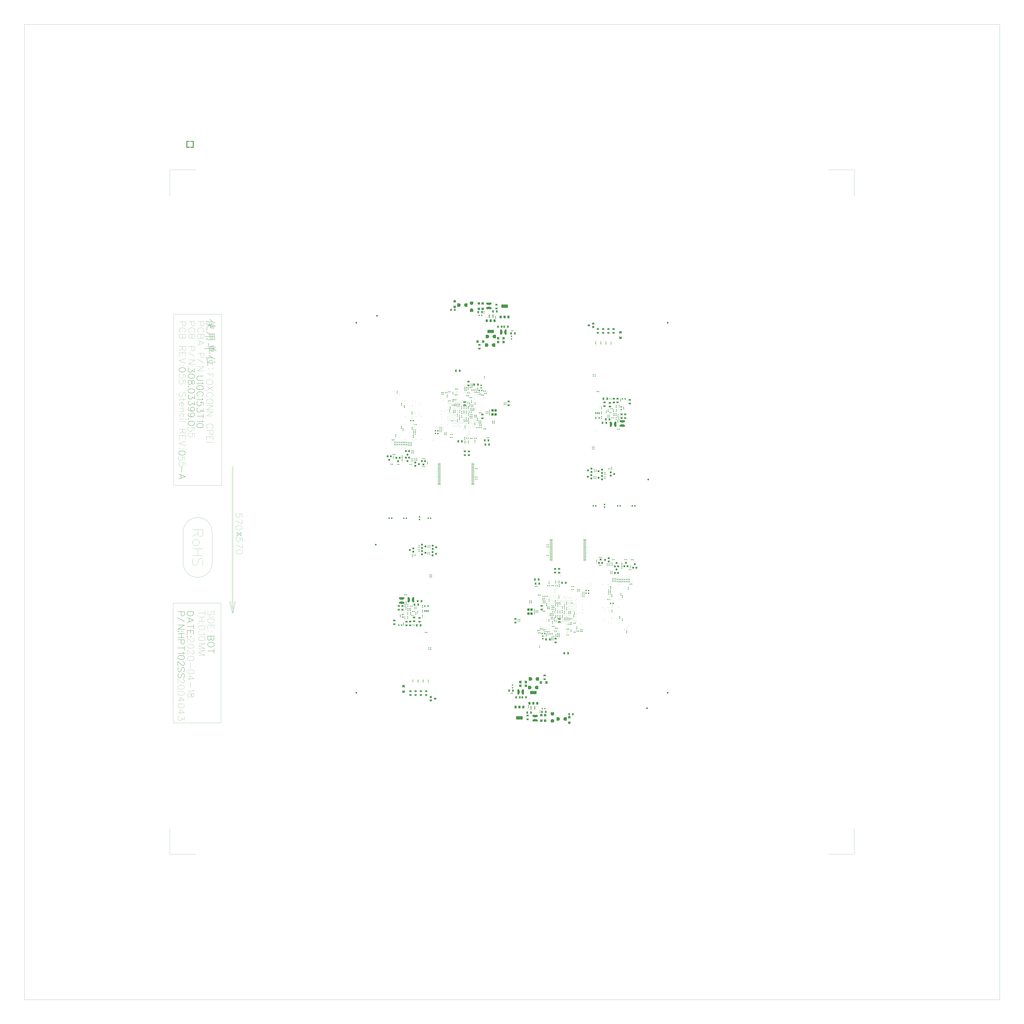
<source format=gbr>
G04 CAM350/DFMSTREAM V12.1 (Build 1022) Date:  Tue Dec 08 10:41:01 2020 *
G04 Database: e:\xac nhan khuon in\u10c153t10\v055\new folder\u10c153t10-055 bot 9.5.cam *
G04 Layer 29: HPT102SS2004043 *
%FSLAX24Y24*%
%MOIN*%
%SFA1.000B1.000*%

%MIA0B0*%
%IPPOS*%
%AMSPECIAL874*
20,1,0.0281500,-0.0060435,0.0000000,0.0060435,0.0000000,0.0000000*
20,1,0.0320870,-0.0040750,0.0000000,0.0040750,0.0000000,0.0000000*
1,1,0.0039370,0.0040750,0.0140750*
1,1,0.0039370,0.0040750,-0.0140750*
1,1,0.0039370,-0.0040750,-0.0140750*
1,1,0.0039370,-0.0040750,0.0140750*
%
%AMSPECIAL875*
20,1,0.0281500,-0.0044880,0.0000000,0.0044880,0.0000000,0.0000000*
20,1,0.0320870,-0.0025194,0.0000000,0.0025194,0.0000000,0.0000000*
1,1,0.0039370,0.0025200,0.0140750*
1,1,0.0039370,0.0025200,-0.0140750*
1,1,0.0039370,-0.0025200,-0.0140750*
1,1,0.0039370,-0.0025200,0.0140750*
%
%AMSPECIAL930*
20,1,0.0439760,-0.0098425,0.0000000,0.0098425,0.0000000,0.0000000*
20,1,0.0479130,-0.0078740,0.0000000,0.0078740,0.0000000,0.0000000*
1,1,0.0039370,0.0078740,0.0219880*
1,1,0.0039370,0.0078740,-0.0219880*
1,1,0.0039370,-0.0078740,-0.0219880*
1,1,0.0039370,-0.0078740,0.0219880*
%
%AMSPECIAL952*
20,1,0.0078740,-0.0199805,0.0000000,0.0199805,0.0000000,0.0000000*
20,1,0.0118110,-0.0180120,0.0000000,0.0180120,0.0000000,0.0000000*
1,1,0.0039370,0.0180120,0.0039370*
1,1,0.0039370,0.0180120,-0.0039370*
1,1,0.0039370,-0.0180120,-0.0039370*
1,1,0.0039370,-0.0180120,0.0039370*
%
%AMSPECIAL955*
20,1,0.0118110,-0.0329530,0.0000000,0.0329530,0.0000000,0.0000000*
20,1,0.0157480,-0.0309845,0.0000000,0.0309845,0.0000000,0.0000000*
1,1,0.0039370,0.0309840,0.0059060*
1,1,0.0039370,0.0309840,-0.0059060*
1,1,0.0039370,-0.0309840,-0.0059060*
1,1,0.0039370,-0.0309840,0.0059060*
%
%AMSPECIAL956*
20,1,0.0039370,-0.0329530,0.0000000,0.0329530,0.0000000,0.0000000*
20,1,0.0078740,-0.0309845,0.0000000,0.0309845,0.0000000,0.0000000*
1,1,0.0039370,0.0309840,0.0019690*
1,1,0.0039370,0.0309840,-0.0019690*
1,1,0.0039370,-0.0309840,-0.0019690*
1,1,0.0039370,-0.0309840,0.0019690*
%
%ADD17C,0.04000*%
%ADD396C,0.00000*%
%ADD755C,0.00000*%
%ADD756C,0.00197*%
%ADD757C,0.00118*%
%ADD874SPECIAL874*%
%ADD875SPECIAL875*%
%ADD886C,0.01205*%
%ADD897R,0.01791X0.02000*%
%ADD928R,0.04500X0.04000*%
%ADD929R,0.05213X0.05516*%
%ADD930SPECIAL930*%
%ADD931R,0.03996X0.04201*%
%ADD951R,0.04201X0.04000*%
%ADD952SPECIAL952*%
%ADD953R,0.15000X0.07799*%
%ADD954R,0.04500X0.06000*%
%ADD955SPECIAL955*%
%ADD956SPECIAL956*%
%ADD957C,0.00512*%
%ADD959C,0.00394*%
%LNHPT102SS2004043*%
%LPD*%
G36*
X-17159Y-73816D02*
G01Y-73625D01*
X-16980*
Y-73816*
X-17159*
G37*
G36*
X-27695Y-77124D02*
G01Y-76931D01*
X-27517*
Y-77124*
X-27695*
G37*
G36*
X-51883Y-34007D02*
G01Y-33814D01*
X-51705*
Y-34007*
X-51883*
G37*
G36*
X-62420Y-37313D02*
G01Y-37122D01*
X-62240*
Y-37313*
X-62420*
G37*
G36*
X-17559Y-73816D02*
G01Y-73620D01*
X-17381*
Y-73816*
X-17559*
G37*
G36*
Y-74125D02*
G01Y-73929D01*
X-17381*
Y-74125*
X-17559*
G37*
G36*
X-62018Y-37009D02*
G01Y-36813D01*
X-61840*
Y-37009*
X-62018*
G37*
G36*
Y-37318D02*
G01Y-37122D01*
X-61840*
Y-37318*
X-62018*
G37*
G36*
X-51859Y-33704D02*
G01Y-33507D01*
X-51681*
Y-33704*
X-51859*
G37*
G36*
X-17159Y-74125D02*
G01Y-73929D01*
X-16980*
Y-74125*
X-17159*
G37*
G36*
X-27719Y-77431D02*
G01Y-77234D01*
X-27540*
Y-77431*
X-27719*
G37*
G36*
X-62420Y-37009D02*
G01Y-36813D01*
X-62240*
Y-37009*
X-62420*
G37*
G36*
X-15179Y-33824D02*
G01Y-33679D01*
X-15125Y-33624*
X-15001*
Y-33824*
X-15179*
G37*
G36*
X-15822Y-33894D02*
G01Y-33694D01*
X-15644*
Y-33894*
X-15822*
G37*
G36*
Y-34256D02*
G01Y-34056D01*
X-15644*
Y-34256*
X-15822*
G37*
G36*
X-17653Y-32031D02*
G01Y-31831D01*
X-17475*
Y-32031*
X-17653*
G37*
G36*
Y-32393D02*
G01Y-32193D01*
X-17475*
Y-32393*
X-17653*
G37*
G36*
X-20533Y-16500D02*
G01Y-16300D01*
X-20355*
Y-16500*
X-20533*
G37*
G36*
Y-16862D02*
G01Y-16662D01*
X-20355*
Y-16862*
X-20533*
G37*
G36*
X-21079Y-23948D02*
G01Y-23748D01*
X-20901*
Y-23948*
X-21079*
G37*
G36*
Y-24311D02*
G01Y-24111D01*
X-20901*
Y-24311*
X-21079*
G37*
G36*
X-43568Y-10603D02*
G01Y-10403D01*
X-43390*
Y-10603*
X-43568*
G37*
G36*
Y-10965D02*
G01Y-10765D01*
X-43390*
Y-10965*
X-43568*
G37*
G36*
X-43868Y-34719D02*
G01Y-34519D01*
X-43690*
Y-34719*
X-43868*
G37*
G36*
Y-35081D02*
G01Y-34881D01*
X-43690*
Y-35081*
X-43868*
G37*
G36*
X-44268Y-34719D02*
G01Y-34519D01*
X-44090*
Y-34719*
X-44268*
G37*
G36*
Y-35081D02*
G01Y-34881D01*
X-44090*
Y-35081*
X-44268*
G37*
G36*
X-44959Y-32141D02*
G01Y-31941D01*
X-44781*
Y-32141*
X-44959*
G37*
G36*
Y-32806D02*
G01Y-32606D01*
X-44781*
Y-32806*
X-44959*
G37*
G36*
Y-33159D02*
G01Y-32959D01*
X-44781*
Y-33159*
X-44959*
G37*
G36*
X-46120Y-24383D02*
G01Y-24183D01*
X-45942*
Y-24383*
X-46120*
G37*
G36*
Y-24745D02*
G01Y-24545D01*
X-45942*
Y-24745*
X-46120*
G37*
G36*
X-49809Y-39298D02*
G01Y-39098D01*
X-49631*
Y-39298*
X-49809*
G37*
G36*
Y-39660D02*
G01Y-39460D01*
X-49631*
Y-39660*
X-49809*
G37*
G36*
X-50596Y-35828D02*
G01Y-35628D01*
X-50418*
Y-35828*
X-50596*
G37*
G36*
Y-36190D02*
G01Y-35990D01*
X-50418*
Y-36190*
X-50596*
G37*
G36*
X-50609Y-39298D02*
G01Y-39098D01*
X-50431*
Y-39298*
X-50609*
G37*
G36*
Y-39660D02*
G01Y-39460D01*
X-50431*
Y-39660*
X-50609*
G37*
G36*
X-50668Y-38419D02*
G01Y-38219D01*
X-50490*
Y-38419*
X-50668*
G37*
G36*
Y-38781D02*
G01Y-38581D01*
X-50490*
Y-38781*
X-50668*
G37*
G36*
X-50833Y-32404D02*
G01Y-32204D01*
X-50655*
Y-32404*
X-50833*
G37*
G36*
Y-32766D02*
G01Y-32566D01*
X-50655*
Y-32766*
X-50833*
G37*
G36*
X-51353Y-31334D02*
G01Y-31134D01*
X-51175*
Y-31334*
X-51353*
G37*
G36*
Y-31696D02*
G01Y-31496D01*
X-51175*
Y-31696*
X-51353*
G37*
G36*
X-52216Y-30787D02*
G01Y-30587D01*
X-52038*
Y-30787*
X-52216*
G37*
G36*
Y-31106D02*
G01Y-30949D01*
X-52038*
Y-31149*
X-52126*
X-52216Y-31106*
G37*
G36*
X-52557Y-30787D02*
G01Y-30587D01*
X-52379*
Y-30787*
X-52557*
G37*
G36*
Y-31149D02*
G01Y-30949D01*
X-52379*
Y-31149*
X-52557*
G37*
G36*
X-62120Y-43273D02*
G01Y-43073D01*
X-61942*
Y-43273*
X-62120*
G37*
G36*
Y-43635D02*
G01Y-43435D01*
X-61942*
Y-43635*
X-62120*
G37*
G36*
X-62468Y-38019D02*
G01Y-37819D01*
X-62290*
Y-38019*
X-62468*
G37*
G36*
Y-38381D02*
G01Y-38181D01*
X-62290*
Y-38381*
X-62468*
G37*
G36*
X-66179Y-27789D02*
G01Y-27589D01*
X-66001*
Y-27789*
X-66179*
G37*
G36*
Y-28151D02*
G01Y-27951D01*
X-66001*
Y-28151*
X-66179*
G37*
G36*
X-66559Y-37802D02*
G01Y-37602D01*
X-66381*
Y-37802*
X-66559*
G37*
G36*
Y-38164D02*
G01Y-37964D01*
X-66381*
Y-38164*
X-66559*
G37*
G36*
X-67090Y-42751D02*
G01Y-42551D01*
X-66912*
Y-42751*
X-67090*
G37*
G36*
Y-43113D02*
G01Y-42913D01*
X-66912*
Y-43113*
X-67090*
G37*
G36*
X-11966Y-66537D02*
G01Y-66358D01*
X-11766*
Y-66537*
X-11966*
G37*
G36*
X-12254Y-72143D02*
G01Y-71964D01*
X-12054*
Y-72143*
X-12254*
G37*
G36*
X-12328Y-66537D02*
G01Y-66358D01*
X-12128*
Y-66537*
X-12328*
G37*
G36*
X-12458Y-68815D02*
G01Y-68636D01*
X-12258*
Y-68815*
X-12458*
G37*
G36*
X-12488Y-68025D02*
G01Y-67825D01*
X-12309*
Y-68025*
X-12488*
G37*
G36*
Y-68387D02*
G01Y-68187D01*
X-12309*
Y-68387*
X-12488*
G37*
G36*
X-12616Y-72143D02*
G01Y-71964D01*
X-12416*
Y-72143*
X-12616*
G37*
G36*
X-12820Y-68815D02*
G01Y-68636D01*
X-12620*
Y-68815*
X-12820*
G37*
G36*
X-13019Y-72974D02*
G01Y-72774D01*
X-12840*
Y-72974*
X-13019*
G37*
G36*
Y-73336D02*
G01Y-73136D01*
X-12840*
Y-73336*
X-13019*
G37*
G36*
X-13399Y-82987D02*
G01Y-82787D01*
X-13220*
Y-82987*
X-13399*
G37*
G36*
Y-83349D02*
G01Y-83149D01*
X-13220*
Y-83349*
X-13399*
G37*
G36*
X-13436Y-66531D02*
G01Y-66352D01*
X-13236*
Y-66531*
X-13436*
G37*
G36*
X-13799D02*
G01Y-66352D01*
X-13599*
Y-66531*
X-13799*
G37*
G36*
X-14103Y-31462D02*
G01Y-31262D01*
X-13924*
Y-31462*
X-14103*
G37*
G36*
Y-31824D02*
G01Y-31624D01*
X-13924*
Y-31824*
X-14103*
G37*
G36*
X-14379Y-74839D02*
G01Y-74639D01*
X-14200*
Y-74839*
X-14379*
G37*
G36*
Y-75201D02*
G01Y-75001D01*
X-14200*
Y-75201*
X-14379*
G37*
G36*
Y-80189D02*
G01Y-79989D01*
X-14200*
Y-80189*
X-14379*
G37*
G36*
Y-80551D02*
G01Y-80351D01*
X-14200*
Y-80551*
X-14379*
G37*
G36*
X-14502Y-68108D02*
G01Y-67908D01*
X-14323*
Y-68108*
X-14502*
G37*
G36*
Y-68470D02*
G01Y-68270D01*
X-14323*
Y-68470*
X-14502*
G37*
G36*
X-14504Y-67367D02*
G01Y-67167D01*
X-14325*
Y-67367*
X-14504*
G37*
G36*
Y-67729D02*
G01Y-67529D01*
X-14325*
Y-67729*
X-14504*
G37*
G36*
X-14729Y-74309D02*
G01Y-74109D01*
X-14550*
Y-74309*
X-14729*
G37*
G36*
Y-74672D02*
G01Y-74472D01*
X-14550*
Y-74672*
X-14729*
G37*
G36*
X-15039Y-79640D02*
G01Y-79440D01*
X-14860*
Y-79640*
X-15039*
G37*
G36*
Y-80002D02*
G01Y-79802D01*
X-14860*
Y-80002*
X-15039*
G37*
G36*
X-15129Y-36514D02*
G01Y-36335D01*
X-14929*
Y-36514*
X-15129*
G37*
G36*
X-15179Y-34186D02*
G01Y-33986D01*
X-15000*
Y-34186*
X-15179*
G37*
G36*
X-15490Y-36514D02*
G01Y-36335D01*
X-15290*
Y-36514*
X-15490*
G37*
G36*
X-15779Y-32964D02*
G01Y-32785D01*
X-15579*
Y-32964*
X-15779*
G37*
G36*
X-16140D02*
G01Y-32785D01*
X-15940*
Y-32964*
X-16140*
G37*
G36*
X-16312Y-66518D02*
G01Y-66339D01*
X-16112*
Y-66518*
X-16312*
G37*
G36*
X-16418Y-33894D02*
G01Y-33715D01*
X-16218*
Y-33894*
X-16418*
G37*
G36*
X-16637Y-67756D02*
G01Y-67577D01*
X-16437*
Y-67756*
X-16637*
G37*
G36*
X-16639Y-67329D02*
G01Y-67150D01*
X-16439*
Y-67329*
X-16639*
G37*
G36*
X-16644Y-31764D02*
G01Y-31585D01*
X-16444*
Y-31764*
X-16644*
G37*
G36*
X-16674Y-66518D02*
G01Y-66339D01*
X-16474*
Y-66518*
X-16674*
G37*
G36*
X-16762Y-69181D02*
G01Y-69002D01*
X-16562*
Y-69181*
X-16762*
G37*
G36*
X-16768Y-69607D02*
G01Y-69428D01*
X-16568*
Y-69607*
X-16768*
G37*
G36*
X-16779Y-78170D02*
G01Y-77970D01*
X-16600*
Y-78170*
X-16779*
G37*
G36*
Y-78532D02*
G01Y-78332D01*
X-16600*
Y-78532*
X-16779*
G37*
G36*
X-16781Y-33894D02*
G01Y-33715D01*
X-16581*
Y-33894*
X-16781*
G37*
G36*
X-16809Y-74665D02*
G01Y-74465D01*
X-16630*
Y-74665*
X-16809*
G37*
G36*
Y-75027D02*
G01Y-74827D01*
X-16630*
Y-75027*
X-16809*
G37*
G36*
X-16966Y-32681D02*
G01Y-32502D01*
X-16766*
Y-32681*
X-16966*
G37*
G36*
X-16986Y-16508D02*
G01Y-16308D01*
X-16807*
Y-16508*
X-16986*
G37*
G36*
Y-16870D02*
G01Y-16670D01*
X-16807*
Y-16870*
X-16986*
G37*
G36*
X-16999Y-67756D02*
G01Y-67577D01*
X-16799*
Y-67756*
X-16999*
G37*
G36*
X-17001Y-67329D02*
G01Y-67150D01*
X-16801*
Y-67329*
X-17001*
G37*
G36*
X-17007Y-31764D02*
G01Y-31585D01*
X-16807*
Y-31764*
X-17007*
G37*
G36*
X-17027Y-29534D02*
G01Y-29355D01*
X-16827*
Y-29534*
X-17027*
G37*
G36*
X-17110Y-72757D02*
G01Y-72557D01*
X-16931*
Y-72757*
X-17110*
G37*
G36*
Y-73119D02*
G01Y-72919D01*
X-16931*
Y-73119*
X-17110*
G37*
G36*
X-17125Y-69181D02*
G01Y-69002D01*
X-16925*
Y-69181*
X-17125*
G37*
G36*
X-17130Y-69607D02*
G01Y-69428D01*
X-16930*
Y-69607*
X-17130*
G37*
G36*
X-17329Y-32681D02*
G01Y-32502D01*
X-17129*
Y-32681*
X-17329*
G37*
G36*
X-17389Y-29534D02*
G01Y-29355D01*
X-17189*
Y-29534*
X-17389*
G37*
G36*
X-17456Y-75689D02*
G01Y-75510D01*
X-17256*
Y-75689*
X-17456*
G37*
G36*
X-17458Y-67503D02*
G01Y-67303D01*
X-17279*
Y-67503*
X-17458*
G37*
G36*
Y-67865D02*
G01Y-67665D01*
X-17279*
Y-67865*
X-17458*
G37*
G36*
X-17818Y-75689D02*
G01Y-75510D01*
X-17618*
Y-75689*
X-17818*
G37*
G36*
X-17879Y-67499D02*
G01Y-67299D01*
X-17700*
Y-67499*
X-17879*
G37*
G36*
Y-67861D02*
G01Y-67661D01*
X-17700*
Y-67861*
X-17879*
G37*
G36*
X-18049Y-32344D02*
G01Y-32144D01*
X-17870*
Y-32344*
X-18049*
G37*
G36*
Y-32706D02*
G01Y-32506D01*
X-17870*
Y-32706*
X-18049*
G37*
G36*
X-18175Y-16506D02*
G01Y-16306D01*
X-17996*
Y-16506*
X-18175*
G37*
G36*
Y-16868D02*
G01Y-16668D01*
X-17996*
Y-16868*
X-18175*
G37*
G36*
X-19291Y-65984D02*
G01Y-65805D01*
X-19091*
Y-65984*
X-19291*
G37*
G36*
X-19338Y-16500D02*
G01Y-16300D01*
X-19159*
Y-16500*
X-19338*
G37*
G36*
Y-16862D02*
G01Y-16662D01*
X-19159*
Y-16862*
X-19338*
G37*
G36*
X-19653Y-65984D02*
G01Y-65805D01*
X-19453*
Y-65984*
X-19653*
G37*
G36*
X-19859Y-27839D02*
G01Y-27660D01*
X-19659*
Y-27839*
X-19859*
G37*
G36*
X-20220D02*
G01Y-27660D01*
X-20020*
Y-27839*
X-20220*
G37*
G36*
X-20328Y-66673D02*
G01Y-66473D01*
X-20149*
Y-66673*
X-20328*
G37*
G36*
Y-67035D02*
G01Y-66835D01*
X-20149*
Y-67035*
X-20328*
G37*
G36*
X-20657Y-23946D02*
G01Y-23746D01*
X-20478*
Y-23946*
X-20657*
G37*
G36*
Y-24308D02*
G01Y-24108D01*
X-20478*
Y-24308*
X-20657*
G37*
G36*
X-20929Y-40639D02*
G01Y-40460D01*
X-20729*
Y-40639*
X-20929*
G37*
G36*
X-21290D02*
G01Y-40460D01*
X-21090*
Y-40639*
X-21290*
G37*
G36*
X-23613Y-82665D02*
G01Y-82486D01*
X-23413*
Y-82665*
X-23613*
G37*
G36*
X-23636Y-83038D02*
G01Y-82859D01*
X-23436*
Y-83038*
X-23636*
G37*
G36*
X-23975Y-82665D02*
G01Y-82486D01*
X-23775*
Y-82665*
X-23975*
G37*
G36*
X-23998Y-83038D02*
G01Y-82859D01*
X-23798*
Y-83038*
X-23998*
G37*
G36*
X-24257Y-73394D02*
G01Y-73194D01*
X-24078*
Y-73394*
X-24257*
G37*
G36*
Y-73756D02*
G01Y-73556D01*
X-24078*
Y-73756*
X-24257*
G37*
G36*
X-24456Y-82993D02*
G01Y-82814D01*
X-24256*
Y-82993*
X-24456*
G37*
G36*
X-24641Y-73394D02*
G01Y-73194D01*
X-24462*
Y-73394*
X-24641*
G37*
G36*
Y-73756D02*
G01Y-73556D01*
X-24462*
Y-73756*
X-24641*
G37*
G36*
X-24818Y-82993D02*
G01Y-82814D01*
X-24618*
Y-82993*
X-24818*
G37*
G36*
X-25167Y-83221D02*
G01Y-83042D01*
X-24967*
Y-83221*
X-25167*
G37*
G36*
X-25201Y-81130D02*
G01Y-80951D01*
X-25001*
Y-81130*
X-25201*
G37*
G36*
X-25422Y-78616D02*
G01Y-78416D01*
X-25243*
Y-78616*
X-25422*
G37*
G36*
Y-78978D02*
G01Y-78778D01*
X-25243*
Y-78978*
X-25422*
G37*
G36*
X-25529Y-83221D02*
G01Y-83042D01*
X-25329*
Y-83221*
X-25529*
G37*
G36*
X-25563Y-81130D02*
G01Y-80951D01*
X-25363*
Y-81130*
X-25563*
G37*
G36*
X-25574Y-79283D02*
G01Y-79083D01*
X-25395*
Y-79283*
X-25574*
G37*
G36*
Y-79645D02*
G01Y-79445D01*
X-25395*
Y-79645*
X-25574*
G37*
G36*
X-25634Y-72728D02*
G01Y-72549D01*
X-25434*
Y-72728*
X-25634*
G37*
G36*
X-25867Y-76533D02*
G01Y-76354D01*
X-25667*
Y-76533*
X-25867*
G37*
G36*
X-25996Y-72728D02*
G01Y-72549D01*
X-25796*
Y-72728*
X-25996*
G37*
G36*
X-26016Y-80154D02*
G01Y-79975D01*
X-25816*
Y-80154*
X-26016*
G37*
G36*
X-26229Y-76533D02*
G01Y-76354D01*
X-26029*
Y-76533*
X-26229*
G37*
G36*
X-26372Y-78503D02*
G01Y-78303D01*
X-26193*
Y-78503*
X-26372*
G37*
G36*
Y-78865D02*
G01Y-78665D01*
X-26193*
Y-78865*
X-26372*
G37*
G36*
X-26379Y-80154D02*
G01Y-79975D01*
X-26179*
Y-80154*
X-26379*
G37*
G36*
X-26530Y-81381D02*
G01Y-81202D01*
X-26330*
Y-81381*
X-26530*
G37*
G36*
X-26680Y-80004D02*
G01Y-79804D01*
X-26501*
Y-80004*
X-26680*
G37*
G36*
Y-80366D02*
G01Y-80166D01*
X-26501*
Y-80366*
X-26680*
G37*
G36*
X-26728Y-78563D02*
G01Y-78363D01*
X-26549*
Y-78563*
X-26728*
G37*
G36*
Y-78925D02*
G01Y-78725D01*
X-26549*
Y-78925*
X-26728*
G37*
G36*
X-26767Y-82505D02*
G01Y-82326D01*
X-26567*
Y-82505*
X-26767*
G37*
G36*
X-26849Y-83849D02*
G01Y-83670D01*
X-26649*
Y-83849*
X-26849*
G37*
G36*
X-26892Y-81381D02*
G01Y-81202D01*
X-26692*
Y-81381*
X-26892*
G37*
G36*
X-27021Y-79989D02*
G01Y-79789D01*
X-26842*
Y-79989*
X-27021*
G37*
G36*
Y-80351D02*
G01Y-80151D01*
X-26842*
Y-80351*
X-27021*
G37*
G36*
X-27129Y-82505D02*
G01Y-82326D01*
X-26929*
Y-82505*
X-27129*
G37*
G36*
X-27212Y-83849D02*
G01Y-83670D01*
X-27012*
Y-83849*
X-27212*
G37*
G36*
X-27230Y-77662D02*
G01Y-77462D01*
X-27051*
Y-77662*
X-27230*
G37*
G36*
Y-78024D02*
G01Y-77824D01*
X-27051*
Y-78024*
X-27230*
G37*
G36*
X-27362Y-79989D02*
G01Y-79789D01*
X-27274*
X-27183Y-79832*
Y-79989*
X-27362*
G37*
G36*
Y-80351D02*
G01Y-80151D01*
X-27183*
Y-80351*
X-27362*
G37*
G36*
X-27703Y-79989D02*
G01Y-79789D01*
X-27524*
Y-79989*
X-27703*
G37*
G36*
Y-80351D02*
G01Y-80151D01*
X-27524*
Y-80351*
X-27703*
G37*
G36*
X-27714Y-78532D02*
G01Y-78332D01*
X-27535*
Y-78532*
X-27714*
G37*
G36*
Y-78894D02*
G01Y-78694D01*
X-27535*
Y-78894*
X-27714*
G37*
G36*
X-28225Y-79442D02*
G01Y-79242D01*
X-28046*
Y-79442*
X-28225*
G37*
G36*
Y-79804D02*
G01Y-79604D01*
X-28046*
Y-79804*
X-28225*
G37*
G36*
X-28228Y-77336D02*
G01Y-77136D01*
X-28049*
Y-77336*
X-28228*
G37*
G36*
Y-77698D02*
G01Y-77498D01*
X-28049*
Y-77698*
X-28228*
G37*
G36*
X-28745Y-78372D02*
G01Y-78172D01*
X-28566*
Y-78372*
X-28745*
G37*
G36*
Y-78734D02*
G01Y-78534D01*
X-28566*
Y-78734*
X-28745*
G37*
G36*
X-28910Y-72357D02*
G01Y-72157D01*
X-28731*
Y-72357*
X-28910*
G37*
G36*
Y-72719D02*
G01Y-72519D01*
X-28731*
Y-72719*
X-28910*
G37*
G36*
X-28944Y-83883D02*
G01Y-83683D01*
X-28765*
Y-83883*
X-28944*
G37*
G36*
Y-84246D02*
G01Y-84046D01*
X-28765*
Y-84246*
X-28944*
G37*
G36*
X-28969Y-71478D02*
G01Y-71278D01*
X-28790*
Y-71478*
X-28969*
G37*
G36*
Y-71840D02*
G01Y-71640D01*
X-28790*
Y-71840*
X-28969*
G37*
G36*
X-28982Y-74948D02*
G01Y-74748D01*
X-28803*
Y-74948*
X-28982*
G37*
G36*
Y-75310D02*
G01Y-75110D01*
X-28803*
Y-75310*
X-28982*
G37*
G36*
X-29076Y-76505D02*
G01Y-76326D01*
X-28876*
Y-76505*
X-29076*
G37*
G36*
X-29257Y-76854D02*
G01Y-76654D01*
X-29078*
Y-76854*
X-29257*
G37*
G36*
Y-77216D02*
G01Y-77016D01*
X-29078*
Y-77216*
X-29257*
G37*
G36*
X-29264Y-78362D02*
G01Y-78162D01*
X-29085*
Y-78362*
X-29264*
G37*
G36*
Y-78724D02*
G01Y-78524D01*
X-29085*
Y-78724*
X-29264*
G37*
G36*
Y-79432D02*
G01Y-79232D01*
X-29085*
Y-79432*
X-29264*
G37*
G36*
Y-79794D02*
G01Y-79594D01*
X-29085*
Y-79794*
X-29264*
G37*
G36*
X-29398Y-72555D02*
G01Y-72376D01*
X-29198*
Y-72555*
X-29398*
G37*
G36*
X-29428Y-82310D02*
G01Y-82131D01*
X-29228*
Y-82310*
X-29428*
G37*
G36*
X-29438Y-76505D02*
G01Y-76326D01*
X-29238*
Y-76505*
X-29438*
G37*
G36*
X-29610Y-82962D02*
G01Y-82783D01*
X-29410*
Y-82962*
X-29610*
G37*
G36*
X-29613Y-80629D02*
G01Y-80450D01*
X-29413*
Y-80629*
X-29613*
G37*
G36*
X-29714Y-83867D02*
G01Y-83667D01*
X-29535*
Y-83867*
X-29714*
G37*
G36*
Y-84229D02*
G01Y-84029D01*
X-29535*
Y-84229*
X-29714*
G37*
G36*
X-29744Y-79472D02*
G01Y-79272D01*
X-29565*
Y-79472*
X-29744*
G37*
G36*
Y-79834D02*
G01Y-79634D01*
X-29565*
Y-79834*
X-29744*
G37*
G36*
X-29753Y-76716D02*
G01Y-76516D01*
X-29574*
Y-76716*
X-29753*
G37*
G36*
Y-77079D02*
G01Y-76879D01*
X-29574*
Y-77079*
X-29753*
G37*
G36*
X-29761Y-72555D02*
G01Y-72376D01*
X-29561*
Y-72555*
X-29761*
G37*
G36*
X-29764Y-77882D02*
G01Y-77682D01*
X-29585*
Y-77882*
X-29764*
G37*
G36*
Y-78244D02*
G01Y-78044D01*
X-29585*
Y-78244*
X-29764*
G37*
G36*
X-29769Y-71478D02*
G01Y-71278D01*
X-29590*
Y-71478*
X-29769*
G37*
G36*
Y-71840D02*
G01Y-71640D01*
X-29590*
Y-71840*
X-29769*
G37*
G36*
X-29790Y-82310D02*
G01Y-82131D01*
X-29590*
Y-82310*
X-29790*
G37*
G36*
X-29814Y-75946D02*
G01Y-75746D01*
X-29635*
Y-75946*
X-29814*
G37*
G36*
Y-76308D02*
G01Y-76108D01*
X-29635*
Y-76308*
X-29814*
G37*
G36*
X-29972Y-82962D02*
G01Y-82783D01*
X-29772*
Y-82962*
X-29972*
G37*
G36*
X-29975Y-80629D02*
G01Y-80450D01*
X-29775*
Y-80629*
X-29975*
G37*
G36*
X-30064Y-79989D02*
G01Y-79789D01*
X-29885*
Y-79989*
X-30064*
G37*
G36*
Y-80351D02*
G01Y-80151D01*
X-29885*
Y-80351*
X-30064*
G37*
G36*
X-30083Y-78551D02*
G01Y-78372D01*
X-29883*
Y-78551*
X-30083*
G37*
G36*
X-30169Y-81893D02*
G01Y-81714D01*
X-29969*
Y-81893*
X-30169*
G37*
G36*
X-30180Y-84247D02*
G01Y-84068D01*
X-29980*
Y-84247*
X-30180*
G37*
G36*
X-30193Y-77538D02*
G01Y-77359D01*
X-29993*
Y-77538*
X-30193*
G37*
G36*
X-30194Y-77192D02*
G01Y-77013D01*
X-29994*
Y-77192*
X-30194*
G37*
G36*
X-30209Y-77966D02*
G01Y-77787D01*
X-30009*
Y-77966*
X-30209*
G37*
G36*
X-30254Y-72508D02*
G01Y-72329D01*
X-30054*
Y-72508*
X-30254*
G37*
G36*
X-30320Y-78973D02*
G01Y-78773D01*
X-30141*
Y-78973*
X-30320*
G37*
G36*
Y-79335D02*
G01Y-79135D01*
X-30141*
Y-79335*
X-30320*
G37*
G36*
X-30354Y-84629D02*
G01Y-84429D01*
X-30175*
Y-84629*
X-30354*
G37*
G36*
Y-84991D02*
G01Y-84791D01*
X-30175*
Y-84991*
X-30354*
G37*
G36*
X-30445Y-78551D02*
G01Y-78372D01*
X-30245*
Y-78551*
X-30445*
G37*
G36*
X-30451Y-79792D02*
G01Y-79592D01*
X-30272*
Y-79792*
X-30451*
G37*
G36*
Y-80154D02*
G01Y-79954D01*
X-30272*
Y-80154*
X-30451*
G37*
G36*
X-30489Y-80800D02*
G01Y-80600D01*
X-30310*
Y-80800*
X-30489*
G37*
G36*
Y-81163D02*
G01Y-80963D01*
X-30310*
Y-81163*
X-30489*
G37*
G36*
X-30523Y-83607D02*
G01Y-83428D01*
X-30323*
Y-83607*
X-30523*
G37*
G36*
X-30531Y-81893D02*
G01Y-81714D01*
X-30331*
Y-81893*
X-30531*
G37*
G36*
X-30542Y-84247D02*
G01Y-84068D01*
X-30342*
Y-84247*
X-30542*
G37*
G36*
X-30555Y-77538D02*
G01Y-77359D01*
X-30355*
Y-77538*
X-30555*
G37*
G36*
X-30556Y-77192D02*
G01Y-77013D01*
X-30356*
Y-77192*
X-30556*
G37*
G36*
X-30572Y-77966D02*
G01Y-77787D01*
X-30372*
Y-77966*
X-30572*
G37*
G36*
X-30616Y-72508D02*
G01Y-72329D01*
X-30416*
Y-72508*
X-30616*
G37*
G36*
X-30661Y-78973D02*
G01Y-78773D01*
X-30482*
Y-78973*
X-30661*
G37*
G36*
Y-79335D02*
G01Y-79135D01*
X-30482*
Y-79335*
X-30661*
G37*
G36*
X-30704Y-84629D02*
G01Y-84429D01*
X-30525*
Y-84629*
X-30704*
G37*
G36*
Y-84991D02*
G01Y-84791D01*
X-30525*
Y-84991*
X-30704*
G37*
G36*
X-30885Y-83607D02*
G01Y-83428D01*
X-30685*
Y-83607*
X-30885*
G37*
G36*
X-31188Y-83598D02*
G01Y-83419D01*
X-30988*
Y-83598*
X-31188*
G37*
G36*
X-31212Y-72493D02*
G01Y-72314D01*
X-31012*
Y-72493*
X-31212*
G37*
G36*
X-31248Y-77813D02*
G01Y-77634D01*
X-31048*
Y-77813*
X-31248*
G37*
G36*
X-31252Y-75674D02*
G01Y-75474D01*
X-31073*
Y-75674*
X-31252*
G37*
G36*
Y-76036D02*
G01Y-75836D01*
X-31073*
Y-76036*
X-31252*
G37*
G36*
X-31264Y-71677D02*
G01Y-71477D01*
X-31085*
Y-71677*
X-31264*
G37*
G36*
Y-72039D02*
G01Y-71839D01*
X-31085*
Y-72039*
X-31264*
G37*
G36*
X-31282Y-77446D02*
G01Y-77267D01*
X-31082*
Y-77446*
X-31282*
G37*
G36*
X-31284Y-83143D02*
G01Y-82964D01*
X-31084*
Y-83143*
X-31284*
G37*
G36*
X-31294Y-80332D02*
G01Y-80132D01*
X-31115*
Y-80332*
X-31294*
G37*
G36*
Y-80694D02*
G01Y-80494D01*
X-31115*
Y-80694*
X-31294*
G37*
G36*
X-31384Y-63593D02*
G01Y-63414D01*
X-31184*
Y-63593*
X-31384*
G37*
G36*
X-31404Y-65564D02*
G01Y-65385D01*
X-31204*
Y-65564*
X-31404*
G37*
G36*
X-31550Y-83598D02*
G01Y-83419D01*
X-31350*
Y-83598*
X-31550*
G37*
G36*
X-31574Y-72493D02*
G01Y-72314D01*
X-31374*
Y-72493*
X-31574*
G37*
G36*
X-31611Y-77813D02*
G01Y-77634D01*
X-31411*
Y-77813*
X-31611*
G37*
G36*
X-31644Y-77446D02*
G01Y-77267D01*
X-31444*
Y-77446*
X-31644*
G37*
G36*
X-31646Y-83143D02*
G01Y-82964D01*
X-31446*
Y-83143*
X-31646*
G37*
G36*
X-31665Y-74952D02*
G01Y-74773D01*
X-31465*
Y-74952*
X-31665*
G37*
G36*
X-31746Y-63593D02*
G01Y-63414D01*
X-31546*
Y-63593*
X-31746*
G37*
G36*
X-31766Y-65564D02*
G01Y-65385D01*
X-31566*
Y-65564*
X-31766*
G37*
G36*
X-31811Y-76699D02*
G01Y-76499D01*
X-31632*
Y-76699*
X-31811*
G37*
G36*
Y-77061D02*
G01Y-76861D01*
X-31632*
Y-77061*
X-31811*
G37*
G36*
X-31988Y-83098D02*
G01Y-82919D01*
X-31788*
Y-83098*
X-31988*
G37*
G36*
X-32027Y-74952D02*
G01Y-74773D01*
X-31827*
Y-74952*
X-32027*
G37*
G36*
X-32219Y-76461D02*
G01Y-76282D01*
X-32019*
Y-76461*
X-32219*
G37*
G36*
X-32246Y-82678D02*
G01Y-82499D01*
X-32046*
Y-82678*
X-32246*
G37*
G36*
X-32287Y-78375D02*
G01Y-78196D01*
X-32087*
Y-78375*
X-32287*
G37*
G36*
X-32350Y-83098D02*
G01Y-82919D01*
X-32150*
Y-83098*
X-32350*
G37*
G36*
X-32384Y-74953D02*
G01Y-74774D01*
X-32184*
Y-74953*
X-32384*
G37*
G36*
X-32394Y-75393D02*
G01Y-75214D01*
X-32194*
Y-75393*
X-32394*
G37*
G36*
X-32399Y-75767D02*
G01Y-75588D01*
X-32199*
Y-75767*
X-32399*
G37*
G36*
X-32581Y-76461D02*
G01Y-76282D01*
X-32381*
Y-76461*
X-32581*
G37*
G36*
X-32608Y-82678D02*
G01Y-82499D01*
X-32408*
Y-82678*
X-32608*
G37*
G36*
X-32649Y-78375D02*
G01Y-78196D01*
X-32449*
Y-78375*
X-32649*
G37*
G36*
X-32746Y-74953D02*
G01Y-74774D01*
X-32546*
Y-74953*
X-32746*
G37*
G36*
X-32756Y-75393D02*
G01Y-75214D01*
X-32556*
Y-75393*
X-32756*
G37*
G36*
X-32761Y-75767D02*
G01Y-75588D01*
X-32561*
Y-75767*
X-32761*
G37*
G36*
X-32904Y-82443D02*
G01Y-82264D01*
X-32704*
Y-82443*
X-32904*
G37*
G36*
X-33266D02*
G01Y-82264D01*
X-33066*
Y-82443*
X-33266*
G37*
G36*
X-33333Y-83374D02*
G01Y-83195D01*
X-33133*
Y-83374*
X-33333*
G37*
G36*
X-33349Y-74678D02*
G01Y-74499D01*
X-33149*
Y-74678*
X-33349*
G37*
G36*
X-33350Y-101367D02*
G01Y-101167D01*
X-33171*
Y-101367*
X-33350*
G37*
G36*
Y-101729D02*
G01Y-101529D01*
X-33171*
Y-101729*
X-33350*
G37*
G36*
X-33458Y-86393D02*
G01Y-86193D01*
X-33279*
Y-86393*
X-33458*
G37*
G36*
Y-86755D02*
G01Y-86555D01*
X-33279*
Y-86755*
X-33458*
G37*
G36*
X-33566Y-82843D02*
G01Y-82664D01*
X-33366*
Y-82843*
X-33566*
G37*
G36*
X-33695Y-83374D02*
G01Y-83195D01*
X-33495*
Y-83374*
X-33695*
G37*
G36*
X-33711Y-74678D02*
G01Y-74499D01*
X-33511*
Y-74678*
X-33711*
G37*
G36*
X-33891Y-78303D02*
G01Y-78124D01*
X-33691*
Y-78303*
X-33891*
G37*
G36*
Y-78653D02*
G01Y-78474D01*
X-33691*
Y-78653*
X-33891*
G37*
G36*
X-33928Y-82843D02*
G01Y-82664D01*
X-33728*
Y-82843*
X-33928*
G37*
G36*
X-34253Y-78303D02*
G01Y-78124D01*
X-34053*
Y-78303*
X-34253*
G37*
G36*
Y-78653D02*
G01Y-78474D01*
X-34053*
Y-78653*
X-34253*
G37*
G36*
X-34619Y-77979D02*
G01Y-77779D01*
X-34440*
Y-77979*
X-34619*
G37*
G36*
Y-78332D02*
G01Y-78132D01*
X-34440*
Y-78332*
X-34619*
G37*
G36*
Y-78997D02*
G01Y-78797D01*
X-34440*
Y-78997*
X-34619*
G37*
G36*
X-35310Y-76057D02*
G01Y-75857D01*
X-35131*
Y-76057*
X-35310*
G37*
G36*
Y-76419D02*
G01Y-76219D01*
X-35131*
Y-76419*
X-35310*
G37*
G36*
X-35710Y-76057D02*
G01Y-75857D01*
X-35531*
Y-76057*
X-35710*
G37*
G36*
Y-76419D02*
G01Y-76219D01*
X-35531*
Y-76419*
X-35710*
G37*
G36*
X-36010Y-100173D02*
G01Y-99973D01*
X-35831*
Y-100173*
X-36010*
G37*
G36*
Y-100535D02*
G01Y-100335D01*
X-35831*
Y-100535*
X-36010*
G37*
G36*
X-38398Y-80294D02*
G01Y-80094D01*
X-38219*
Y-80294*
X-38398*
G37*
G36*
Y-80656D02*
G01Y-80456D01*
X-38219*
Y-80656*
X-38398*
G37*
G36*
X-39568Y-13839D02*
G01Y-13660D01*
X-39368*
Y-13839*
X-39568*
G37*
G36*
X-39669Y-97278D02*
G01Y-97099D01*
X-39469*
Y-97278*
X-39669*
G37*
G36*
X-39931Y-13839D02*
G01Y-13660D01*
X-39731*
Y-13839*
X-39931*
G37*
G36*
X-40031Y-97278D02*
G01Y-97099D01*
X-39831*
Y-97278*
X-40031*
G37*
G36*
X-41181Y-30482D02*
G01Y-30282D01*
X-41002*
Y-30482*
X-41181*
G37*
G36*
Y-30844D02*
G01Y-30644D01*
X-41002*
Y-30844*
X-41181*
G37*
G36*
X-45346Y-32464D02*
G01Y-32285D01*
X-45146*
Y-32464*
X-45346*
G37*
G36*
Y-32814D02*
G01Y-32635D01*
X-45146*
Y-32814*
X-45346*
G37*
G36*
X-45672Y-28274D02*
G01Y-28095D01*
X-45472*
Y-28274*
X-45672*
G37*
G36*
X-45709Y-32464D02*
G01Y-32285D01*
X-45509*
Y-32464*
X-45709*
G37*
G36*
Y-32814D02*
G01Y-32635D01*
X-45509*
Y-32814*
X-45709*
G37*
G36*
X-45889Y-36439D02*
G01Y-36260D01*
X-45689*
Y-36439*
X-45889*
G37*
G36*
X-45905Y-27743D02*
G01Y-27564D01*
X-45705*
Y-27743*
X-45905*
G37*
G36*
X-46033Y-28274D02*
G01Y-28095D01*
X-45833*
Y-28274*
X-46033*
G37*
G36*
X-46229Y-9409D02*
G01Y-9209D01*
X-46050*
Y-9409*
X-46229*
G37*
G36*
Y-9771D02*
G01Y-9571D01*
X-46050*
Y-9771*
X-46229*
G37*
G36*
X-46251Y-36439D02*
G01Y-36260D01*
X-46051*
Y-36439*
X-46251*
G37*
G36*
X-46266Y-27743D02*
G01Y-27564D01*
X-46066*
Y-27743*
X-46266*
G37*
G36*
X-46333Y-28674D02*
G01Y-28495D01*
X-46133*
Y-28674*
X-46333*
G37*
G36*
X-46696D02*
G01Y-28495D01*
X-46496*
Y-28674*
X-46696*
G37*
G36*
X-46839Y-35350D02*
G01Y-35171D01*
X-46639*
Y-35350*
X-46839*
G37*
G36*
X-46844Y-35724D02*
G01Y-35545D01*
X-46644*
Y-35724*
X-46844*
G37*
G36*
X-46853Y-36164D02*
G01Y-35985D01*
X-46653*
Y-36164*
X-46853*
G37*
G36*
X-46951Y-32742D02*
G01Y-32563D01*
X-46751*
Y-32742*
X-46951*
G37*
G36*
X-46992Y-28439D02*
G01Y-28260D01*
X-46792*
Y-28439*
X-46992*
G37*
G36*
X-47018Y-34656D02*
G01Y-34477D01*
X-46818*
Y-34656*
X-47018*
G37*
G36*
X-47201Y-35350D02*
G01Y-35171D01*
X-47001*
Y-35350*
X-47201*
G37*
G36*
X-47205Y-35724D02*
G01Y-35545D01*
X-47005*
Y-35724*
X-47205*
G37*
G36*
X-47216Y-36164D02*
G01Y-35985D01*
X-47016*
Y-36164*
X-47216*
G37*
G36*
X-47250Y-28019D02*
G01Y-27840D01*
X-47050*
Y-28019*
X-47250*
G37*
G36*
X-47313Y-32742D02*
G01Y-32563D01*
X-47113*
Y-32742*
X-47313*
G37*
G36*
X-47353Y-28439D02*
G01Y-28260D01*
X-47153*
Y-28439*
X-47353*
G37*
G36*
X-47381Y-34656D02*
G01Y-34477D01*
X-47181*
Y-34656*
X-47381*
G37*
G36*
X-47572Y-36165D02*
G01Y-35986D01*
X-47372*
Y-36165*
X-47572*
G37*
G36*
X-47612Y-28019D02*
G01Y-27840D01*
X-47412*
Y-28019*
X-47612*
G37*
G36*
X-47768Y-34077D02*
G01Y-33877D01*
X-47589*
Y-34077*
X-47768*
G37*
G36*
Y-34439D02*
G01Y-34239D01*
X-47589*
Y-34439*
X-47768*
G37*
G36*
X-47833Y-45553D02*
G01Y-45374D01*
X-47633*
Y-45553*
X-47833*
G37*
G36*
X-47853Y-47524D02*
G01Y-47345D01*
X-47653*
Y-47524*
X-47853*
G37*
G36*
X-47935Y-36165D02*
G01Y-35986D01*
X-47735*
Y-36165*
X-47935*
G37*
G36*
X-47953Y-27974D02*
G01Y-27795D01*
X-47753*
Y-27974*
X-47953*
G37*
G36*
X-47955Y-33671D02*
G01Y-33492D01*
X-47755*
Y-33671*
X-47955*
G37*
G36*
X-47989Y-33304D02*
G01Y-33125D01*
X-47789*
Y-33304*
X-47989*
G37*
G36*
X-48026Y-38624D02*
G01Y-38445D01*
X-47826*
Y-38624*
X-48026*
G37*
G36*
X-48050Y-27519D02*
G01Y-27340D01*
X-47850*
Y-27519*
X-48050*
G37*
G36*
X-48196Y-45553D02*
G01Y-45374D01*
X-47996*
Y-45553*
X-48196*
G37*
G36*
X-48216Y-47524D02*
G01Y-47345D01*
X-48016*
Y-47524*
X-48216*
G37*
G36*
X-48315Y-39099D02*
G01Y-38899D01*
X-48136*
Y-39099*
X-48315*
G37*
G36*
Y-39461D02*
G01Y-39261D01*
X-48136*
Y-39461*
X-48315*
G37*
G36*
X-48316Y-27974D02*
G01Y-27795D01*
X-48116*
Y-27974*
X-48316*
G37*
G36*
X-48318Y-33671D02*
G01Y-33492D01*
X-48118*
Y-33671*
X-48318*
G37*
G36*
X-48327Y-35102D02*
G01Y-34902D01*
X-48148*
Y-35102*
X-48327*
G37*
G36*
Y-35464D02*
G01Y-35264D01*
X-48148*
Y-35464*
X-48327*
G37*
G36*
X-48352Y-33304D02*
G01Y-33125D01*
X-48152*
Y-33304*
X-48352*
G37*
G36*
X-48388Y-38624D02*
G01Y-38445D01*
X-48188*
Y-38624*
X-48388*
G37*
G36*
X-48412Y-27519D02*
G01Y-27340D01*
X-48212*
Y-27519*
X-48412*
G37*
G36*
X-48715Y-27510D02*
G01Y-27331D01*
X-48515*
Y-27510*
X-48715*
G37*
G36*
X-48875Y-26147D02*
G01Y-25947D01*
X-48696*
Y-26147*
X-48875*
G37*
G36*
Y-26509D02*
G01Y-26309D01*
X-48696*
Y-26509*
X-48875*
G37*
G36*
X-48918Y-31803D02*
G01Y-31603D01*
X-48739*
Y-31803*
X-48918*
G37*
G36*
Y-32165D02*
G01Y-31965D01*
X-48739*
Y-32165*
X-48918*
G37*
G36*
X-48983Y-38609D02*
G01Y-38430D01*
X-48783*
Y-38609*
X-48983*
G37*
G36*
X-49028Y-33151D02*
G01Y-32972D01*
X-48828*
Y-33151*
X-49028*
G37*
G36*
X-49044Y-33579D02*
G01Y-33400D01*
X-48844*
Y-33579*
X-49044*
G37*
G36*
Y-33925D02*
G01Y-33746D01*
X-48844*
Y-33925*
X-49044*
G37*
G36*
X-49057Y-26870D02*
G01Y-26691D01*
X-48857*
Y-26870*
X-49057*
G37*
G36*
X-49068Y-29224D02*
G01Y-29045D01*
X-48868*
Y-29224*
X-49068*
G37*
G36*
X-49077Y-27510D02*
G01Y-27331D01*
X-48877*
Y-27510*
X-49077*
G37*
G36*
X-49090Y-29975D02*
G01Y-29775D01*
X-48911*
Y-29975*
X-49090*
G37*
G36*
Y-30338D02*
G01Y-30138D01*
X-48911*
Y-30338*
X-49090*
G37*
G36*
X-49128Y-30984D02*
G01Y-30784D01*
X-48949*
Y-30984*
X-49128*
G37*
G36*
Y-31346D02*
G01Y-31146D01*
X-48949*
Y-31346*
X-49128*
G37*
G36*
X-49155Y-32566D02*
G01Y-32387D01*
X-48955*
Y-32566*
X-49155*
G37*
G36*
X-49225Y-26147D02*
G01Y-25947D01*
X-49046*
Y-26147*
X-49225*
G37*
G36*
Y-26509D02*
G01Y-26309D01*
X-49046*
Y-26509*
X-49225*
G37*
G36*
X-49346Y-38609D02*
G01Y-38430D01*
X-49146*
Y-38609*
X-49346*
G37*
G36*
X-49390Y-33151D02*
G01Y-32972D01*
X-49190*
Y-33151*
X-49390*
G37*
G36*
X-49405Y-33925D02*
G01Y-33746D01*
X-49205*
Y-33925*
X-49405*
G37*
G36*
X-49407Y-33579D02*
G01Y-33400D01*
X-49207*
Y-33579*
X-49407*
G37*
G36*
X-49420Y-26870D02*
G01Y-26691D01*
X-49220*
Y-26870*
X-49420*
G37*
G36*
X-49431Y-29224D02*
G01Y-29045D01*
X-49231*
Y-29224*
X-49431*
G37*
G36*
X-49515Y-30787D02*
G01Y-30587D01*
X-49336*
Y-30787*
X-49515*
G37*
G36*
Y-31149D02*
G01Y-30949D01*
X-49336*
Y-31149*
X-49515*
G37*
G36*
X-49516Y-32566D02*
G01Y-32387D01*
X-49316*
Y-32566*
X-49516*
G37*
G36*
X-49625Y-30488D02*
G01Y-30309D01*
X-49425*
Y-30488*
X-49625*
G37*
G36*
X-49628Y-28155D02*
G01Y-27976D01*
X-49428*
Y-28155*
X-49628*
G37*
G36*
X-49765Y-34830D02*
G01Y-34630D01*
X-49586*
Y-34830*
X-49765*
G37*
G36*
Y-35192D02*
G01Y-34992D01*
X-49586*
Y-35192*
X-49765*
G37*
G36*
X-49809Y-28807D02*
G01Y-28628D01*
X-49609*
Y-28807*
X-49809*
G37*
G36*
X-49815Y-32894D02*
G01Y-32694D01*
X-49636*
Y-32894*
X-49815*
G37*
G36*
Y-33256D02*
G01Y-33056D01*
X-49636*
Y-33256*
X-49815*
G37*
G36*
X-49839Y-38562D02*
G01Y-38383D01*
X-49639*
Y-38562*
X-49839*
G37*
G36*
X-49865Y-26909D02*
G01Y-26709D01*
X-49686*
Y-26909*
X-49865*
G37*
G36*
Y-27271D02*
G01Y-27071D01*
X-49686*
Y-27271*
X-49865*
G37*
G36*
X-49987Y-30488D02*
G01Y-30309D01*
X-49787*
Y-30488*
X-49987*
G37*
G36*
X-49990Y-28155D02*
G01Y-27976D01*
X-49790*
Y-28155*
X-49990*
G37*
G36*
X-50162Y-34612D02*
G01Y-34433D01*
X-49962*
Y-34612*
X-50162*
G37*
G36*
X-50172Y-28807D02*
G01Y-28628D01*
X-49972*
Y-28807*
X-50172*
G37*
G36*
X-50202Y-38562D02*
G01Y-38383D01*
X-50002*
Y-38562*
X-50202*
G37*
G36*
X-50315Y-31344D02*
G01Y-31144D01*
X-50136*
Y-31344*
X-50315*
G37*
G36*
Y-31706D02*
G01Y-31506D01*
X-50136*
Y-31706*
X-50315*
G37*
G36*
Y-32414D02*
G01Y-32214D01*
X-50136*
Y-32414*
X-50315*
G37*
G36*
Y-32776D02*
G01Y-32576D01*
X-50136*
Y-32776*
X-50315*
G37*
G36*
X-50524Y-34612D02*
G01Y-34433D01*
X-50324*
Y-34612*
X-50524*
G37*
G36*
X-51351Y-33440D02*
G01Y-33240D01*
X-51172*
Y-33440*
X-51351*
G37*
G36*
Y-33802D02*
G01Y-33602D01*
X-51172*
Y-33802*
X-51351*
G37*
G36*
X-51355Y-32530D02*
G01Y-32330D01*
X-51176*
Y-32530*
X-51355*
G37*
G36*
Y-32892D02*
G01Y-32692D01*
X-51176*
Y-32892*
X-51355*
G37*
G36*
X-51865Y-32244D02*
G01Y-32044D01*
X-51686*
Y-32244*
X-51865*
G37*
G36*
Y-32606D02*
G01Y-32406D01*
X-51686*
Y-32606*
X-51865*
G37*
G36*
X-52349Y-33114D02*
G01Y-32914D01*
X-52170*
Y-33114*
X-52349*
G37*
G36*
Y-33476D02*
G01Y-33276D01*
X-52170*
Y-33476*
X-52349*
G37*
G36*
X-52388Y-27268D02*
G01Y-27089D01*
X-52188*
Y-27268*
X-52388*
G37*
G36*
X-52470Y-28612D02*
G01Y-28433D01*
X-52270*
Y-28612*
X-52470*
G37*
G36*
X-52707Y-29736D02*
G01Y-29557D01*
X-52507*
Y-29736*
X-52707*
G37*
G36*
X-52751Y-27268D02*
G01Y-27089D01*
X-52551*
Y-27268*
X-52751*
G37*
G36*
X-52833Y-28612D02*
G01Y-28433D01*
X-52633*
Y-28612*
X-52833*
G37*
G36*
X-52851Y-32213D02*
G01Y-32013D01*
X-52672*
Y-32213*
X-52851*
G37*
G36*
Y-32575D02*
G01Y-32375D01*
X-52672*
Y-32575*
X-52851*
G37*
G36*
X-52899Y-30772D02*
G01Y-30572D01*
X-52720*
Y-30772*
X-52899*
G37*
G36*
Y-31134D02*
G01Y-30934D01*
X-52720*
Y-31134*
X-52899*
G37*
G36*
X-53070Y-29736D02*
G01Y-29557D01*
X-52870*
Y-29736*
X-53070*
G37*
G36*
X-53207Y-32273D02*
G01Y-32073D01*
X-53028*
Y-32273*
X-53207*
G37*
G36*
Y-32635D02*
G01Y-32435D01*
X-53028*
Y-32635*
X-53207*
G37*
G36*
X-53220Y-30963D02*
G01Y-30784D01*
X-53020*
Y-30963*
X-53220*
G37*
G36*
X-53370Y-34584D02*
G01Y-34405D01*
X-53170*
Y-34584*
X-53370*
G37*
G36*
X-53583Y-30963D02*
G01Y-30784D01*
X-53383*
Y-30963*
X-53583*
G37*
G36*
X-53603Y-38389D02*
G01Y-38210D01*
X-53403*
Y-38389*
X-53603*
G37*
G36*
X-53733Y-34584D02*
G01Y-34405D01*
X-53533*
Y-34584*
X-53733*
G37*
G36*
X-53966Y-38389D02*
G01Y-38210D01*
X-53766*
Y-38389*
X-53966*
G37*
G36*
X-54005Y-31493D02*
G01Y-31293D01*
X-53826*
Y-31493*
X-54005*
G37*
G36*
Y-31855D02*
G01Y-31655D01*
X-53826*
Y-31855*
X-54005*
G37*
G36*
X-54037Y-29987D02*
G01Y-29808D01*
X-53837*
Y-29987*
X-54037*
G37*
G36*
X-54070Y-27896D02*
G01Y-27717D01*
X-53870*
Y-27896*
X-54070*
G37*
G36*
X-54157Y-32160D02*
G01Y-31960D01*
X-53978*
Y-32160*
X-54157*
G37*
G36*
Y-32522D02*
G01Y-32322D01*
X-53978*
Y-32522*
X-54157*
G37*
G36*
X-54399Y-29987D02*
G01Y-29808D01*
X-54199*
Y-29987*
X-54399*
G37*
G36*
X-54433Y-27896D02*
G01Y-27717D01*
X-54233*
Y-27896*
X-54433*
G37*
G36*
X-54781Y-28124D02*
G01Y-27945D01*
X-54581*
Y-28124*
X-54781*
G37*
G36*
X-54938Y-37382D02*
G01Y-37182D01*
X-54759*
Y-37382*
X-54938*
G37*
G36*
Y-37744D02*
G01Y-37544D01*
X-54759*
Y-37744*
X-54938*
G37*
G36*
X-55144Y-28124D02*
G01Y-27945D01*
X-54944*
Y-28124*
X-55144*
G37*
G36*
X-55602Y-28079D02*
G01Y-27900D01*
X-55402*
Y-28079*
X-55602*
G37*
G36*
X-55625Y-28452D02*
G01Y-28273D01*
X-55425*
Y-28452*
X-55625*
G37*
G36*
X-55964Y-28079D02*
G01Y-27900D01*
X-55764*
Y-28079*
X-55964*
G37*
G36*
X-55987Y-28452D02*
G01Y-28273D01*
X-55787*
Y-28452*
X-55987*
G37*
G36*
X-58309Y-70478D02*
G01Y-70299D01*
X-58109*
Y-70478*
X-58309*
G37*
G36*
X-58499Y-86827D02*
G01Y-86627D01*
X-58320*
Y-86827*
X-58499*
G37*
G36*
Y-87190D02*
G01Y-86990D01*
X-58320*
Y-87190*
X-58499*
G37*
G36*
X-58671Y-70478D02*
G01Y-70299D01*
X-58471*
Y-70478*
X-58671*
G37*
G36*
X-58679Y-63317D02*
G01Y-63117D01*
X-58500*
Y-63317*
X-58679*
G37*
G36*
Y-63679D02*
G01Y-63479D01*
X-58500*
Y-63679*
X-58679*
G37*
G36*
X-58922Y-86830D02*
G01Y-86630D01*
X-58743*
Y-86830*
X-58922*
G37*
G36*
Y-87192D02*
G01Y-86992D01*
X-58743*
Y-87192*
X-58922*
G37*
G36*
X-59045Y-94276D02*
G01Y-94076D01*
X-58866*
Y-94276*
X-59045*
G37*
G36*
Y-94638D02*
G01Y-94438D01*
X-58866*
Y-94638*
X-59045*
G37*
G36*
X-59090Y-63317D02*
G01Y-63117D01*
X-58911*
Y-63317*
X-59090*
G37*
G36*
Y-63679D02*
G01Y-63479D01*
X-58911*
Y-63679*
X-59090*
G37*
G36*
X-59129Y-64877D02*
G01Y-64677D01*
X-58950*
Y-64877*
X-59129*
G37*
G36*
Y-65239D02*
G01Y-65039D01*
X-58950*
Y-65239*
X-59129*
G37*
G36*
X-59251Y-44103D02*
G01Y-43903D01*
X-59072*
Y-44103*
X-59251*
G37*
G36*
Y-44465D02*
G01Y-44265D01*
X-59072*
Y-44465*
X-59251*
G37*
G36*
X-59379Y-83278D02*
G01Y-83099D01*
X-59179*
Y-83278*
X-59379*
G37*
G36*
X-59741D02*
G01Y-83099D01*
X-59541*
Y-83278*
X-59741*
G37*
G36*
X-59946Y-45133D02*
G01Y-44954D01*
X-59746*
Y-45133*
X-59946*
G37*
G36*
X-60241Y-94276D02*
G01Y-94076D01*
X-60062*
Y-94276*
X-60241*
G37*
G36*
Y-94638D02*
G01Y-94438D01*
X-60062*
Y-94638*
X-60241*
G37*
G36*
X-60309Y-45133D02*
G01Y-44954D01*
X-60109*
Y-45133*
X-60309*
G37*
G36*
X-60381Y-79366D02*
G01Y-79166D01*
X-60202*
Y-79366*
X-60381*
G37*
G36*
Y-79729D02*
G01Y-79529D01*
X-60202*
Y-79729*
X-60381*
G37*
G36*
X-61404Y-94270D02*
G01Y-94070D01*
X-61225*
Y-94270*
X-61404*
G37*
G36*
Y-94632D02*
G01Y-94432D01*
X-61225*
Y-94632*
X-61404*
G37*
G36*
X-61530Y-78432D02*
G01Y-78232D01*
X-61351*
Y-78432*
X-61530*
G37*
G36*
Y-78794D02*
G01Y-78594D01*
X-61351*
Y-78794*
X-61530*
G37*
G36*
X-61781Y-35428D02*
G01Y-35249D01*
X-61581*
Y-35428*
X-61781*
G37*
G36*
X-61925Y-78745D02*
G01Y-78545D01*
X-61746*
Y-78745*
X-61925*
G37*
G36*
Y-79107D02*
G01Y-78907D01*
X-61746*
Y-79107*
X-61925*
G37*
G36*
X-62144Y-35428D02*
G01Y-35249D01*
X-61944*
Y-35428*
X-62144*
G37*
G36*
X-62211Y-81583D02*
G01Y-81404D01*
X-62011*
Y-81583*
X-62211*
G37*
G36*
X-62271Y-78436D02*
G01Y-78257D01*
X-62071*
Y-78436*
X-62271*
G37*
G36*
X-62470Y-41510D02*
G01Y-41331D01*
X-62270*
Y-41510*
X-62470*
G37*
G36*
X-62475Y-41936D02*
G01Y-41757D01*
X-62275*
Y-41936*
X-62475*
G37*
G36*
X-62573Y-81583D02*
G01Y-81404D01*
X-62373*
Y-81583*
X-62573*
G37*
G36*
X-62593Y-79353D02*
G01Y-79174D01*
X-62393*
Y-79353*
X-62593*
G37*
G36*
Y-94268D02*
G01Y-94068D01*
X-62414*
Y-94268*
X-62593*
G37*
G36*
Y-94630D02*
G01Y-94430D01*
X-62414*
Y-94630*
X-62593*
G37*
G36*
X-62599Y-43788D02*
G01Y-43609D01*
X-62399*
Y-43788*
X-62599*
G37*
G36*
X-62601Y-43361D02*
G01Y-43182D01*
X-62401*
Y-43361*
X-62601*
G37*
G36*
X-62633Y-78436D02*
G01Y-78257D01*
X-62433*
Y-78436*
X-62633*
G37*
G36*
X-62819Y-77223D02*
G01Y-77044D01*
X-62619*
Y-77223*
X-62819*
G37*
G36*
X-62831Y-41510D02*
G01Y-41331D01*
X-62631*
Y-41510*
X-62831*
G37*
G36*
X-62838Y-41936D02*
G01Y-41757D01*
X-62638*
Y-41936*
X-62838*
G37*
G36*
X-62926Y-44599D02*
G01Y-44420D01*
X-62726*
Y-44599*
X-62926*
G37*
G36*
X-62955Y-79353D02*
G01Y-79174D01*
X-62755*
Y-79353*
X-62955*
G37*
G36*
X-62961Y-43788D02*
G01Y-43609D01*
X-62761*
Y-43788*
X-62961*
G37*
G36*
X-62963Y-43361D02*
G01Y-43182D01*
X-62763*
Y-43361*
X-62963*
G37*
G36*
X-63105Y-78687D02*
G01Y-78487D01*
X-62926*
Y-78687*
X-63105*
G37*
G36*
Y-79049D02*
G01Y-78849D01*
X-62926*
Y-79049*
X-63105*
G37*
G36*
X-63129Y-77817D02*
G01Y-77617D01*
X-62950*
Y-77817*
X-63129*
G37*
G36*
Y-78179D02*
G01Y-77979D01*
X-62950*
Y-78179*
X-63129*
G37*
G36*
X-63181Y-77223D02*
G01Y-77044D01*
X-62981*
Y-77223*
X-63181*
G37*
G36*
X-63288Y-44599D02*
G01Y-44420D01*
X-63088*
Y-44599*
X-63288*
G37*
G36*
X-63459Y-78153D02*
G01Y-77974D01*
X-63259*
Y-78153*
X-63459*
G37*
G36*
X-63756Y-76882D02*
G01Y-76682D01*
X-63577*
Y-76882*
X-63756*
G37*
G36*
Y-77244D02*
G01Y-77044D01*
X-63577*
Y-77244*
X-63756*
G37*
G36*
X-63779Y-79652D02*
G01Y-79452D01*
X-63600*
Y-79652*
X-63779*
G37*
G36*
Y-80014D02*
G01Y-79814D01*
X-63600*
Y-80014*
X-63779*
G37*
G36*
X-63796Y-78692D02*
G01Y-78492D01*
X-63617*
Y-78692*
X-63796*
G37*
G36*
Y-79055D02*
G01Y-78855D01*
X-63617*
Y-79055*
X-63796*
G37*
G36*
X-63821Y-78153D02*
G01Y-77974D01*
X-63621*
Y-78153*
X-63821*
G37*
G36*
X-64109Y-74603D02*
G01Y-74424D01*
X-63909*
Y-74603*
X-64109*
G37*
G36*
X-64140Y-76307D02*
G01Y-76107D01*
X-63961*
Y-76307*
X-64140*
G37*
G36*
Y-76669D02*
G01Y-76469D01*
X-63961*
Y-76669*
X-64140*
G37*
G36*
X-64194Y-77532D02*
G01Y-77395D01*
X-64132Y-77332*
X-64015*
Y-77532*
X-64194*
G37*
G36*
X-64399Y-77314D02*
G01Y-77114D01*
X-64220*
X-64221Y-77259*
X-64275Y-77314*
X-64399*
G37*
G36*
X-64400Y-76952D02*
G01Y-76752D01*
X-64221*
Y-76952*
X-64400*
G37*
G36*
X-64457Y-79763D02*
G01Y-79563D01*
X-64278*
Y-79763*
X-64457*
G37*
G36*
Y-80125D02*
G01Y-79925D01*
X-64278*
Y-80125*
X-64457*
G37*
G36*
X-64471Y-74603D02*
G01Y-74424D01*
X-64271*
Y-74603*
X-64471*
G37*
G36*
X-64540Y-31136D02*
G01Y-30936D01*
X-64361*
Y-31136*
X-64540*
G37*
G36*
Y-31498D02*
G01Y-31298D01*
X-64361*
Y-31498*
X-64540*
G37*
G36*
X-64777Y-81158D02*
G01Y-80958D01*
X-64598*
Y-81158*
X-64777*
G37*
G36*
Y-81520D02*
G01Y-81320D01*
X-64598*
Y-81520*
X-64777*
G37*
G36*
X-65075Y-43409D02*
G01Y-43209D01*
X-64896*
Y-43409*
X-65075*
G37*
G36*
Y-43771D02*
G01Y-43571D01*
X-64896*
Y-43771*
X-65075*
G37*
G36*
X-65077Y-42668D02*
G01Y-42468D01*
X-64898*
Y-42668*
X-65077*
G37*
G36*
Y-43030D02*
G01Y-42830D01*
X-64898*
Y-43030*
X-65077*
G37*
G36*
X-65476Y-79314D02*
G01Y-79114D01*
X-65297*
Y-79314*
X-65476*
G37*
G36*
Y-79676D02*
G01Y-79476D01*
X-65297*
Y-79676*
X-65476*
G37*
G36*
X-65801Y-44586D02*
G01Y-44407D01*
X-65601*
Y-44586*
X-65801*
G37*
G36*
X-66164D02*
G01Y-44407D01*
X-65964*
Y-44586*
X-66164*
G37*
G36*
X-66779Y-42302D02*
G01Y-42123D01*
X-66579*
Y-42302*
X-66779*
G37*
G36*
X-66983Y-38974D02*
G01Y-38795D01*
X-66783*
Y-38974*
X-66983*
G37*
G36*
X-67142Y-42302D02*
G01Y-42123D01*
X-66942*
Y-42302*
X-67142*
G37*
G36*
X-67272Y-44580D02*
G01Y-44401D01*
X-67072*
Y-44580*
X-67272*
G37*
G36*
X-67346Y-38974D02*
G01Y-38795D01*
X-67146*
Y-38974*
X-67346*
G37*
G36*
X-67633Y-44580D02*
G01Y-44401D01*
X-67433*
Y-44580*
X-67633*
G37*
G36*
X-14802Y-29618D02*
G01Y-29418D01*
X-14622*
Y-29618*
X-14802*
G37*
G36*
Y-29980D02*
G01Y-29780D01*
X-14622*
Y-29980*
X-14802*
G37*
G36*
X-15122Y-31013D02*
G01Y-30813D01*
X-14942*
Y-31013*
X-15122*
G37*
G36*
Y-31375D02*
G01Y-31175D01*
X-14942*
Y-31375*
X-15122*
G37*
G36*
X-15385Y-33244D02*
G01Y-33044D01*
X-15205*
Y-33244*
X-15385*
G37*
G36*
Y-33606D02*
G01Y-33406D01*
X-15205*
Y-33543*
X-15268Y-33606*
X-15385*
G37*
G36*
X-15439Y-34469D02*
G01Y-34269D01*
X-15259*
Y-34469*
X-15439*
G37*
G36*
Y-34831D02*
G01Y-34631D01*
X-15259*
Y-34831*
X-15439*
G37*
G36*
X-15783Y-32083D02*
G01Y-31883D01*
X-15603*
Y-32083*
X-15783*
G37*
G36*
Y-32446D02*
G01Y-32246D01*
X-15603*
Y-32446*
X-15783*
G37*
G36*
Y-33320D02*
G01Y-33140D01*
X-15583*
Y-33320*
X-15783*
G37*
G36*
X-15800Y-31124D02*
G01Y-30924D01*
X-15620*
Y-31124*
X-15800*
G37*
G36*
Y-31486D02*
G01Y-31286D01*
X-15620*
Y-31486*
X-15800*
G37*
G36*
X-16146Y-33320D02*
G01Y-33140D01*
X-15946*
Y-33320*
X-16146*
G37*
G36*
X-16450Y-32959D02*
G01Y-32759D01*
X-16270*
Y-32959*
X-16450*
G37*
G36*
Y-33321D02*
G01Y-33121D01*
X-16270*
Y-33321*
X-16450*
G37*
G36*
X-16474Y-32089D02*
G01Y-31889D01*
X-16294*
Y-32089*
X-16474*
G37*
G36*
Y-32451D02*
G01Y-32251D01*
X-16294*
Y-32451*
X-16474*
G37*
G36*
X-16859Y-45309D02*
G01Y-45109D01*
X-16679*
Y-45309*
X-16859*
G37*
G36*
Y-45671D02*
G01Y-45471D01*
X-16679*
Y-45671*
X-16859*
G37*
G36*
X-17249Y-45620D02*
G01Y-45440D01*
X-17049*
Y-45620*
X-17249*
G37*
G36*
X-17344Y-33670D02*
G01Y-33490D01*
X-17144*
Y-33670*
X-17344*
G37*
G36*
X-17349Y-33300D02*
G01Y-33120D01*
X-17149*
Y-33300*
X-17349*
G37*
G36*
X-17611Y-45620D02*
G01Y-45440D01*
X-17411*
Y-45620*
X-17611*
G37*
G36*
X-17705Y-33670D02*
G01Y-33490D01*
X-17505*
Y-33670*
X-17705*
G37*
G36*
X-17711Y-33300D02*
G01Y-33120D01*
X-17511*
Y-33300*
X-17711*
G37*
G36*
X-18409Y-46539D02*
G01Y-46339D01*
X-18229*
Y-46539*
X-18409*
G37*
G36*
Y-46901D02*
G01Y-46701D01*
X-18229*
Y-46901*
X-18409*
G37*
G36*
Y-47469D02*
G01Y-47269D01*
X-18229*
Y-47469*
X-18409*
G37*
G36*
Y-47831D02*
G01Y-47631D01*
X-18229*
Y-47831*
X-18409*
G37*
G36*
X-19198Y-31409D02*
G01Y-31209D01*
X-19018*
Y-31409*
X-19198*
G37*
G36*
Y-31772D02*
G01Y-31572D01*
X-19018*
Y-31772*
X-19198*
G37*
G36*
X-19209Y-33614D02*
G01Y-33414D01*
X-19029*
Y-33614*
X-19209*
G37*
G36*
Y-33976D02*
G01Y-33776D01*
X-19029*
Y-33976*
X-19209*
G37*
G36*
X-19361Y-67837D02*
G01Y-67657D01*
X-19161*
Y-67837*
X-19361*
G37*
G36*
X-19723D02*
G01Y-67657D01*
X-19523*
Y-67837*
X-19723*
G37*
G36*
X-20450Y-45899D02*
G01Y-45699D01*
X-20270*
Y-45899*
X-20450*
G37*
G36*
Y-46261D02*
G01Y-46061D01*
X-20270*
Y-46261*
X-20450*
G37*
G36*
X-20489Y-47459D02*
G01Y-47259D01*
X-20309*
Y-47459*
X-20489*
G37*
G36*
Y-47821D02*
G01Y-47621D01*
X-20309*
Y-47821*
X-20489*
G37*
G36*
X-20859Y-45899D02*
G01Y-45699D01*
X-20679*
Y-45899*
X-20859*
G37*
G36*
Y-46261D02*
G01Y-46061D01*
X-20679*
Y-46261*
X-20859*
G37*
G36*
X-20900Y-47459D02*
G01Y-47259D01*
X-20720*
Y-47459*
X-20900*
G37*
G36*
Y-47821D02*
G01Y-47621D01*
X-20720*
Y-47821*
X-20900*
G37*
G36*
X-20929Y-41050D02*
G01Y-40870D01*
X-20729*
Y-41050*
X-20929*
G37*
G36*
X-21290D02*
G01Y-40870D01*
X-21090*
Y-41050*
X-21290*
G37*
G36*
X-24890Y-82052D02*
G01Y-81852D01*
X-24710*
Y-82052*
X-24890*
G37*
G36*
Y-82414D02*
G01Y-82214D01*
X-24710*
Y-82414*
X-24890*
G37*
G36*
X-25740Y-73398D02*
G01Y-73218D01*
X-25540*
Y-73398*
X-25740*
G37*
G36*
X-26102D02*
G01Y-73218D01*
X-25902*
Y-73398*
X-26102*
G37*
G36*
X-26190Y-82727D02*
G01Y-82527D01*
X-26010*
Y-82727*
X-26190*
G37*
G36*
Y-83089D02*
G01Y-82889D01*
X-26010*
Y-83089*
X-26190*
G37*
G36*
X-26205Y-81032D02*
G01Y-80832D01*
X-26025*
Y-81032*
X-26205*
G37*
G36*
Y-81394D02*
G01Y-81194D01*
X-26025*
Y-81394*
X-26205*
G37*
G36*
X-27220Y-76395D02*
G01Y-76195D01*
X-27040*
Y-76395*
X-27220*
G37*
G36*
Y-76757D02*
G01Y-76557D01*
X-27040*
Y-76757*
X-27220*
G37*
G36*
X-28224Y-78246D02*
G01Y-78046D01*
X-28044*
Y-78246*
X-28224*
G37*
G36*
Y-78608D02*
G01Y-78408D01*
X-28044*
Y-78608*
X-28224*
G37*
G36*
X-28755Y-76412D02*
G01Y-76212D01*
X-28575*
Y-76412*
X-28755*
G37*
G36*
Y-76774D02*
G01Y-76574D01*
X-28575*
Y-76774*
X-28755*
G37*
G36*
Y-79439D02*
G01Y-79239D01*
X-28575*
Y-79439*
X-28755*
G37*
G36*
Y-79801D02*
G01Y-79601D01*
X-28575*
Y-79801*
X-28755*
G37*
G36*
X-28908Y-83531D02*
G01Y-83351D01*
X-28708*
Y-83531*
X-28908*
G37*
G36*
X-29270D02*
G01Y-83351D01*
X-29070*
Y-83531*
X-29270*
G37*
G36*
X-29340Y-83867D02*
G01Y-83667D01*
X-29160*
Y-83867*
X-29340*
G37*
G36*
Y-84229D02*
G01Y-84029D01*
X-29160*
Y-84229*
X-29340*
G37*
G36*
X-30792Y-79792D02*
G01Y-79592D01*
X-30612*
Y-79792*
X-30792*
G37*
G36*
Y-80154D02*
G01Y-79954D01*
X-30612*
Y-80154*
X-30792*
G37*
G36*
X-31003Y-78973D02*
G01Y-78773D01*
X-30823*
Y-78973*
X-31003*
G37*
G36*
Y-79335D02*
G01Y-79135D01*
X-30823*
Y-79335*
X-31003*
G37*
G36*
X-31379Y-63118D02*
G01Y-62938D01*
X-31179*
Y-63118*
X-31379*
G37*
G36*
X-31741D02*
G01Y-62938D01*
X-31541*
Y-63118*
X-31741*
G37*
G36*
X-31870Y-83682D02*
G01Y-83482D01*
X-31690*
Y-83682*
X-31870*
G37*
G36*
Y-84044D02*
G01Y-83844D01*
X-31690*
Y-84044*
X-31870*
G37*
G36*
X-32224Y-76113D02*
G01Y-75933D01*
X-32024*
Y-76113*
X-32224*
G37*
G36*
X-32586D02*
G01Y-75933D01*
X-32386*
Y-76113*
X-32586*
G37*
G36*
X-34079Y-72668D02*
G01Y-72488D01*
X-33879*
Y-72668*
X-34079*
G37*
G36*
X-34441D02*
G01Y-72488D01*
X-34241*
Y-72668*
X-34441*
G37*
G36*
X-34619Y-78646D02*
G01Y-78446D01*
X-34439*
Y-78646*
X-34619*
G37*
G36*
X-38003Y-80296D02*
G01Y-80096D01*
X-37823*
Y-80296*
X-38003*
G37*
G36*
Y-80658D02*
G01Y-80458D01*
X-37823*
Y-80658*
X-38003*
G37*
G36*
X-44961Y-32492D02*
G01Y-32292D01*
X-44781*
Y-32492*
X-44961*
G37*
G36*
X-45159Y-38450D02*
G01Y-38270D01*
X-44959*
Y-38450*
X-45159*
G37*
G36*
X-45520D02*
G01Y-38270D01*
X-45320*
Y-38450*
X-45520*
G37*
G36*
X-47014Y-35005D02*
G01Y-34825D01*
X-46814*
Y-35005*
X-47014*
G37*
G36*
X-47376D02*
G01Y-34825D01*
X-47176*
Y-35005*
X-47376*
G37*
G36*
X-47709Y-27094D02*
G01Y-26894D01*
X-47529*
Y-27094*
X-47709*
G37*
G36*
Y-27456D02*
G01Y-27256D01*
X-47529*
Y-27456*
X-47709*
G37*
G36*
X-47859Y-48000D02*
G01Y-47820D01*
X-47659*
Y-48000*
X-47859*
G37*
G36*
X-48220D02*
G01Y-47820D01*
X-48020*
Y-48000*
X-48220*
G37*
G36*
X-48285Y-30444D02*
G01Y-30244D01*
X-48105*
Y-30444*
X-48285*
G37*
G36*
Y-30806D02*
G01Y-30606D01*
X-48105*
Y-30806*
X-48285*
G37*
G36*
X-49259Y-31803D02*
G01Y-31603D01*
X-49079*
Y-31803*
X-49259*
G37*
G36*
Y-32165D02*
G01Y-31965D01*
X-49079*
Y-32165*
X-49259*
G37*
G36*
X-49826Y-34059D02*
G01Y-33859D01*
X-49646*
Y-34059*
X-49826*
G37*
G36*
Y-34422D02*
G01Y-34222D01*
X-49646*
Y-34422*
X-49826*
G37*
G36*
X-49835Y-31304D02*
G01Y-31104D01*
X-49655*
Y-31304*
X-49835*
G37*
G36*
Y-31666D02*
G01Y-31466D01*
X-49655*
Y-31666*
X-49835*
G37*
G36*
X-50322Y-33922D02*
G01Y-33722D01*
X-50142*
Y-33922*
X-50322*
G37*
G36*
Y-34284D02*
G01Y-34084D01*
X-50142*
Y-34284*
X-50322*
G37*
G36*
X-50329Y-27587D02*
G01Y-27407D01*
X-50129*
Y-27587*
X-50329*
G37*
G36*
X-50635Y-26892D02*
G01Y-26692D01*
X-50455*
Y-26892*
X-50635*
G37*
G36*
Y-27255D02*
G01Y-27055D01*
X-50455*
Y-27255*
X-50635*
G37*
G36*
X-50692Y-27587D02*
G01Y-27407D01*
X-50492*
Y-27587*
X-50692*
G37*
G36*
X-51876Y-30787D02*
G01Y-30587D01*
X-51696*
Y-30787*
X-51876*
G37*
G36*
Y-31149D02*
G01Y-30949D01*
X-51696*
Y-31149*
X-51876*
G37*
G36*
X-52359Y-34381D02*
G01Y-34181D01*
X-52179*
Y-34381*
X-52359*
G37*
G36*
Y-34743D02*
G01Y-34543D01*
X-52179*
Y-34743*
X-52359*
G37*
G36*
X-53498Y-37720D02*
G01Y-37540D01*
X-53298*
Y-37720*
X-53498*
G37*
G36*
X-53859D02*
G01Y-37540D01*
X-53659*
Y-37720*
X-53859*
G37*
G36*
X-55322Y-37382D02*
G01Y-37182D01*
X-55142*
Y-37382*
X-55322*
G37*
G36*
Y-37744D02*
G01Y-37544D01*
X-55142*
Y-37744*
X-55322*
G37*
G36*
X-58309Y-70068D02*
G01Y-69888D01*
X-58109*
Y-70068*
X-58309*
G37*
G36*
X-58671D02*
G01Y-69888D01*
X-58471*
Y-70068*
X-58671*
G37*
G36*
X-58720Y-64877D02*
G01Y-64677D01*
X-58540*
Y-64877*
X-58720*
G37*
G36*
Y-65239D02*
G01Y-65039D01*
X-58540*
Y-65239*
X-58720*
G37*
G36*
X-59877Y-43281D02*
G01Y-43101D01*
X-59677*
Y-43281*
X-59877*
G37*
G36*
X-60239D02*
G01Y-43101D01*
X-60039*
Y-43281*
X-60239*
G37*
G36*
X-60355Y-78232D02*
G01Y-78032D01*
X-60175*
Y-78232*
X-60355*
G37*
G36*
Y-78594D02*
G01Y-78394D01*
X-60175*
Y-78594*
X-60355*
G37*
G36*
X-60370Y-77162D02*
G01Y-76962D01*
X-60190*
Y-77162*
X-60370*
G37*
G36*
Y-77524D02*
G01Y-77324D01*
X-60190*
Y-77524*
X-60370*
G37*
G36*
X-61170Y-63307D02*
G01Y-63107D01*
X-60990*
Y-63307*
X-61170*
G37*
G36*
Y-63669D02*
G01Y-63469D01*
X-60990*
Y-63669*
X-61170*
G37*
G36*
Y-64237D02*
G01Y-64037D01*
X-60990*
Y-64237*
X-61170*
G37*
G36*
Y-64599D02*
G01Y-64399D01*
X-60990*
Y-64599*
X-61170*
G37*
G36*
X-61700Y-43277D02*
G01Y-43077D01*
X-61520*
Y-43277*
X-61700*
G37*
G36*
Y-43639D02*
G01Y-43439D01*
X-61520*
Y-43639*
X-61700*
G37*
G36*
X-61889Y-77818D02*
G01Y-77638D01*
X-61689*
Y-77818*
X-61889*
G37*
G36*
X-61894Y-77448D02*
G01Y-77268D01*
X-61694*
Y-77448*
X-61894*
G37*
G36*
X-61989Y-65498D02*
G01Y-65318D01*
X-61789*
Y-65498*
X-61989*
G37*
G36*
X-62251Y-77818D02*
G01Y-77638D01*
X-62051*
Y-77818*
X-62251*
G37*
G36*
X-62256Y-77448D02*
G01Y-77268D01*
X-62056*
Y-77448*
X-62256*
G37*
G36*
X-62351Y-65498D02*
G01Y-65318D01*
X-62151*
Y-65498*
X-62351*
G37*
G36*
X-62720Y-65467D02*
G01Y-65267D01*
X-62540*
Y-65467*
X-62720*
G37*
G36*
Y-65829D02*
G01Y-65629D01*
X-62540*
Y-65829*
X-62720*
G37*
G36*
X-62770Y-36111D02*
G01Y-35911D01*
X-62590*
Y-36111*
X-62770*
G37*
G36*
Y-36473D02*
G01Y-36273D01*
X-62590*
Y-36473*
X-62770*
G37*
G36*
X-62800Y-32606D02*
G01Y-32406D01*
X-62620*
Y-32606*
X-62800*
G37*
G36*
Y-32968D02*
G01Y-32768D01*
X-62620*
Y-32968*
X-62800*
G37*
G36*
X-63454Y-77798D02*
G01Y-77618D01*
X-63254*
Y-77798*
X-63454*
G37*
G36*
X-63816D02*
G01Y-77618D01*
X-63616*
Y-77798*
X-63816*
G37*
G36*
X-64195Y-77894D02*
G01Y-77694D01*
X-64015*
Y-77894*
X-64195*
G37*
G36*
X-64850Y-36466D02*
G01Y-36266D01*
X-64670*
Y-36466*
X-64850*
G37*
G36*
Y-36829D02*
G01Y-36629D01*
X-64670*
Y-36829*
X-64850*
G37*
G36*
X-65200Y-30587D02*
G01Y-30387D01*
X-65020*
Y-30587*
X-65200*
G37*
G36*
Y-30949D02*
G01Y-30749D01*
X-65020*
Y-30949*
X-65200*
G37*
G36*
Y-35937D02*
G01Y-35737D01*
X-65020*
Y-35937*
X-65200*
G37*
G36*
Y-36299D02*
G01Y-36099D01*
X-65020*
Y-36299*
X-65200*
G37*
G36*
X-19225Y-32544D02*
G01Y-32344D01*
X-19044*
Y-32544*
X-19225*
G37*
G36*
Y-32906D02*
G01Y-32706D01*
X-19044*
Y-32906*
X-19225*
G37*
G36*
X-41577Y-30480D02*
G01Y-30280D01*
X-41396*
Y-30480*
X-41577*
G37*
G36*
Y-30842D02*
G01Y-30642D01*
X-41396*
Y-30842*
X-41577*
G37*
G36*
X-48577Y-31803D02*
G01Y-31603D01*
X-48396*
Y-31803*
X-48577*
G37*
G36*
Y-32165D02*
G01Y-31965D01*
X-48396*
Y-32165*
X-48577*
G37*
G36*
X-48788Y-30984D02*
G01Y-30784D01*
X-48607*
Y-30984*
X-48788*
G37*
G36*
Y-31346D02*
G01Y-31146D01*
X-48607*
Y-31346*
X-48788*
G37*
G36*
X-50240Y-26909D02*
G01Y-26709D01*
X-50059*
Y-26909*
X-50240*
G37*
G36*
Y-27271D02*
G01Y-27071D01*
X-50059*
Y-27271*
X-50240*
G37*
G36*
X-50825Y-31337D02*
G01Y-31137D01*
X-50644*
Y-31337*
X-50825*
G37*
G36*
Y-31699D02*
G01Y-31499D01*
X-50644*
Y-31699*
X-50825*
G37*
G36*
Y-34364D02*
G01Y-34164D01*
X-50644*
Y-34364*
X-50825*
G37*
G36*
Y-34726D02*
G01Y-34526D01*
X-50644*
Y-34726*
X-50825*
G37*
G36*
X-53375Y-29744D02*
G01Y-29544D01*
X-53194*
Y-29744*
X-53375*
G37*
G36*
Y-30106D02*
G01Y-29906D01*
X-53194*
Y-30106*
X-53375*
G37*
G36*
X-53390Y-28049D02*
G01Y-27849D01*
X-53209*
Y-28049*
X-53390*
G37*
G36*
Y-28411D02*
G01Y-28211D01*
X-53209*
Y-28411*
X-53390*
G37*
G36*
X-54690Y-28724D02*
G01Y-28524D01*
X-54509*
Y-28724*
X-54690*
G37*
G36*
Y-29086D02*
G01Y-28886D01*
X-54509*
Y-29086*
X-54690*
G37*
G36*
X-14705Y-31447D02*
G01Y-31147D01*
X-14424*
Y-31447*
X-14522*
Y-31395*
X-14526Y-31377*
X-14537Y-31362*
X-14553Y-31354*
X-14565Y-31352*
X-14583Y-31356*
X-14597Y-31368*
X-14606Y-31384*
X-14607Y-31395*
Y-31447*
X-14705*
G37*
G36*
Y-32027D02*
G01Y-31727D01*
X-14607*
Y-31778*
X-14603Y-31796*
X-14591Y-31810*
X-14575Y-31819*
X-14564Y-31820*
X-14546Y-31816*
X-14532Y-31805*
X-14523Y-31789*
X-14522Y-31778*
Y-31727*
X-14424*
Y-32027*
X-14705*
G37*
G36*
X-13822Y-29573D02*
G01Y-29475D01*
X-13770*
X-13752Y-29471*
X-13738Y-29459*
X-13729Y-29443*
X-13728Y-29432*
X-13732Y-29414*
X-13743Y-29399*
X-13759Y-29391*
X-13770Y-29389*
X-13822*
Y-29291*
X-13522*
Y-29573*
X-13822*
G37*
G36*
X-14402D02*
G01Y-29291D01*
X-14102*
Y-29389*
X-14153*
X-14171Y-29393*
X-14186Y-29404*
X-14194Y-29420*
X-14196Y-29432*
X-14192Y-29450*
X-14181Y-29465*
X-14165Y-29473*
X-14153Y-29475*
X-14102*
Y-29573*
X-14402*
G37*
G36*
X-16575Y-76635D02*
G01Y-76537D01*
X-16523*
X-16505Y-76533*
X-16490Y-76522*
X-16482Y-76506*
X-16480Y-76494*
X-16484Y-76476*
X-16495Y-76461*
X-16511Y-76453*
X-16523Y-76451*
X-16575*
Y-76353*
X-16275*
Y-76635*
X-16575*
G37*
G36*
X-17155D02*
G01Y-76353D01*
X-16855*
Y-76451*
X-16906*
X-16924Y-76455*
X-16938Y-76467*
X-16947Y-76483*
X-16948Y-76494*
X-16944Y-76512*
X-16933Y-76527*
X-16917Y-76535*
X-16906Y-76537*
X-16855*
Y-76635*
X-17155*
G37*
G36*
X-22217Y-73713D02*
G01Y-73413D01*
X-21935*
Y-73713*
X-22033*
Y-73661*
X-22037Y-73643*
X-22049Y-73629*
X-22065Y-73620*
X-22076Y-73619*
X-22094Y-73623*
X-22109Y-73633*
X-22117Y-73649*
X-22119Y-73661*
Y-73713*
X-22217*
G37*
G36*
Y-74292D02*
G01Y-73992D01*
X-22119*
Y-74044*
X-22115Y-74062*
X-22104Y-74077*
X-22088Y-74085*
X-22076Y-74087*
X-22058Y-74083*
X-22043Y-74072*
X-22035Y-74056*
X-22033Y-74044*
Y-73992*
X-21935*
Y-74292*
X-22217*
G37*
G36*
X-22782Y-73698D02*
G01Y-73398D01*
X-22500*
Y-73698*
X-22598*
Y-73646*
X-22602Y-73628*
X-22614Y-73614*
X-22630Y-73605*
X-22641Y-73604*
X-22642*
X-22660Y-73608*
X-22674Y-73619*
X-22683Y-73635*
X-22684Y-73646*
Y-73698*
X-22782*
G37*
G36*
Y-74277D02*
G01Y-73977D01*
X-22684*
Y-74029*
X-22680Y-74047*
X-22669Y-74062*
X-22653Y-74070*
X-22641Y-74072*
X-22623Y-74068*
X-22608Y-74057*
X-22600Y-74041*
X-22598Y-74029*
Y-73977*
X-22500*
Y-74277*
X-22782*
G37*
G36*
X-32305Y-83578D02*
G01Y-83480D01*
X-32254*
X-32236Y-83476*
X-32221Y-83465*
X-32213Y-83449*
X-32211Y-83437*
X-32215Y-83419*
X-32226Y-83404*
X-32242Y-83396*
X-32254Y-83394*
X-32305*
Y-83296*
X-32005*
Y-83578*
X-32305*
G37*
G36*
X-32310Y-100859D02*
G01Y-100761D01*
X-32258*
X-32240Y-100757*
X-32225Y-100746*
X-32217Y-100730*
X-32215Y-100718*
X-32219Y-100700*
X-32230Y-100685*
X-32246Y-100677*
X-32258Y-100675*
X-32310*
Y-100577*
X-32010*
Y-100859*
X-32310*
G37*
G36*
X-32885Y-83578D02*
G01Y-83296D01*
X-32585*
Y-83394*
X-32637*
X-32655Y-83398*
X-32669Y-83410*
X-32678Y-83426*
X-32679Y-83437*
X-32675Y-83455*
X-32665Y-83470*
X-32649Y-83478*
X-32637Y-83480*
X-32585*
Y-83578*
X-32885*
G37*
G36*
X-32890Y-100859D02*
G01Y-100577D01*
X-32590*
Y-100675*
X-32641*
X-32659Y-100679*
X-32673Y-100691*
X-32682Y-100707*
X-32683Y-100718*
X-32679Y-100736*
X-32668Y-100751*
X-32652Y-100759*
X-32641Y-100761*
X-32590*
Y-100859*
X-32890*
G37*
G36*
X-39731Y-95468D02*
G01Y-95168D01*
X-39449*
Y-95468*
X-39547*
Y-95417*
X-39551Y-95399*
X-39562Y-95384*
X-39578Y-95376*
X-39590Y-95374*
X-39608Y-95378*
X-39623Y-95389*
X-39631Y-95405*
X-39633Y-95417*
Y-95468*
X-39731*
G37*
G36*
Y-96048D02*
G01Y-95748D01*
X-39633*
Y-95800*
X-39629Y-95818*
X-39617Y-95832*
X-39601Y-95841*
X-39590Y-95842*
X-39589*
X-39571Y-95838*
X-39557Y-95827*
X-39548Y-95811*
X-39547Y-95800*
Y-95748*
X-39449*
Y-96048*
X-39731*
G37*
G36*
X-46809Y-10361D02*
G01Y-10263D01*
X-46759*
X-46741Y-10259*
X-46726Y-10248*
X-46718Y-10232*
X-46716Y-10220*
X-46720Y-10202*
X-46731Y-10187*
X-46747Y-10179*
X-46759Y-10177*
X-46809*
Y-10079*
X-46509*
Y-10361*
X-46809*
G37*
G36*
X-46815Y-27642D02*
G01Y-27544D01*
X-46763*
X-46745Y-27540*
X-46730Y-27529*
X-46722Y-27513*
X-46720Y-27501*
Y-27500*
X-46725Y-27482*
X-46736Y-27468*
X-46753Y-27459*
X-46763Y-27458*
X-46815*
Y-27360*
X-46515*
Y-27642*
X-46815*
G37*
G36*
X-47390Y-10361D02*
G01Y-10079D01*
X-47090*
Y-10177*
X-47142*
X-47160Y-10181*
X-47175Y-10192*
X-47183Y-10208*
X-47185Y-10220*
X-47181Y-10238*
X-47170Y-10253*
X-47154Y-10261*
X-47142Y-10263*
X-47090*
Y-10361*
X-47390*
G37*
G36*
X-47394Y-27642D02*
G01Y-27360D01*
X-47094*
Y-27458*
X-47146*
X-47164Y-27462*
X-47179Y-27473*
X-47187Y-27489*
X-47189Y-27501*
X-47185Y-27519*
X-47174Y-27534*
X-47158Y-27542*
X-47146Y-27544*
X-47094*
Y-27642*
X-47394*
G37*
G36*
X-56900Y-36961D02*
G01Y-36661D01*
X-56618*
Y-36961*
X-56716*
Y-36909*
X-56720Y-36891*
X-56731Y-36876*
X-56747Y-36868*
X-56759Y-36866*
X-56777Y-36870*
X-56792Y-36881*
X-56800Y-36897*
X-56802Y-36909*
Y-36961*
X-56900*
G37*
G36*
Y-37540D02*
G01Y-37240D01*
X-56802*
Y-37292*
X-56797Y-37310*
X-56786Y-37324*
X-56769Y-37333*
X-56758Y-37334*
X-56740Y-37330*
X-56726Y-37319*
X-56717Y-37303*
X-56716Y-37292*
Y-37240*
X-56618*
Y-37540*
X-56900*
G37*
G36*
X-57465Y-36946D02*
G01Y-36646D01*
X-57183*
Y-36946*
X-57281*
Y-36894*
X-57285Y-36876*
X-57296Y-36861*
X-57312Y-36853*
X-57324Y-36851*
X-57342Y-36855*
X-57356Y-36867*
X-57365Y-36883*
X-57366Y-36894*
Y-36946*
X-57465*
G37*
G36*
Y-37525D02*
G01Y-37225D01*
X-57366*
Y-37277*
X-57362Y-37295*
X-57350Y-37309*
X-57334Y-37318*
X-57323Y-37319*
X-57305Y-37315*
X-57291Y-37304*
X-57282Y-37288*
X-57281Y-37277*
Y-37225*
X-57183*
Y-37525*
X-57465*
G37*
G36*
X-62544Y-34585D02*
G01Y-34487D01*
X-62494*
X-62476Y-34483*
X-62462Y-34471*
X-62453Y-34455*
X-62452Y-34444*
Y-34443*
X-62456Y-34425*
X-62467Y-34411*
X-62483Y-34402*
X-62494Y-34401*
X-62544*
Y-34303*
X-62244*
Y-34585*
X-62544*
G37*
G36*
X-63125D02*
G01Y-34303D01*
X-62825*
Y-34401*
X-62877*
X-62895Y-34405*
X-62910Y-34416*
X-62918Y-34432*
X-62920Y-34444*
X-62916Y-34462*
X-62905Y-34477*
X-62889Y-34485*
X-62877Y-34487*
X-62825*
Y-34585*
X-63125*
G37*
G36*
X-64976Y-79211D02*
G01Y-78911D01*
X-64694*
Y-79211*
X-64792*
Y-79160*
X-64796Y-79142*
X-64808Y-79128*
X-64824Y-79119*
X-64835Y-79118*
X-64853Y-79122*
X-64868Y-79133*
X-64876Y-79149*
X-64878Y-79160*
Y-79211*
X-64976*
G37*
G36*
Y-79791D02*
G01Y-79491D01*
X-64878*
Y-79543*
X-64874Y-79561*
X-64863Y-79576*
X-64847Y-79584*
X-64835Y-79586*
X-64817Y-79582*
X-64802Y-79571*
X-64794Y-79555*
X-64792Y-79543*
Y-79491*
X-64694*
Y-79791*
X-64976*
G37*
G36*
X-65298Y-81647D02*
G01Y-81549D01*
X-65246*
X-65228Y-81545*
X-65213Y-81534*
X-65205Y-81518*
X-65203Y-81506*
X-65207Y-81488*
X-65218Y-81473*
X-65234Y-81465*
X-65246Y-81463*
X-65298*
Y-81365*
X-64998*
Y-81647*
X-65298*
G37*
G36*
X-65878D02*
G01Y-81365D01*
X-65578*
Y-81463*
X-65629*
X-65647Y-81467*
X-65662Y-81478*
X-65670Y-81494*
X-65672Y-81506*
X-65668Y-81524*
X-65657Y-81539*
X-65641Y-81547*
X-65629Y-81549*
X-65578*
Y-81647*
X-65878*
G37*
G36*
X-39951Y-15190D02*
G01Y-14890D01*
X-39668*
Y-15190*
X-39766*
Y-15138*
X-39770Y-15120*
X-39782Y-15106*
X-39798Y-15097*
X-39809Y-15096*
X-39810*
X-39828Y-15100*
X-39843Y-15111*
X-39851Y-15127*
X-39853Y-15138*
Y-15190*
X-39951*
G37*
G36*
Y-15770D02*
G01Y-15470D01*
X-39853*
Y-15521*
X-39849Y-15539*
X-39838Y-15554*
X-39821Y-15562*
X-39809Y-15564*
X-39791Y-15560*
X-39776Y-15549*
X-39768Y-15533*
X-39766Y-15521*
Y-15470*
X-39668*
Y-15770*
X-39951*
G37*
G36*
X-15532Y-54203D02*
G01Y-53884D01*
X-15307*
X-15232Y-54003*
Y-54083*
X-15307Y-54203*
X-15532*
G37*
G36*
X-21123D02*
G01Y-53884D01*
X-20898*
X-20823Y-54003*
Y-54083*
X-20898Y-54203*
X-21123*
G37*
G36*
X-14992Y-54083D02*
G01Y-54003D01*
X-14917Y-53884*
X-14692*
Y-54203*
X-14917*
X-14992Y-54083*
G37*
G36*
X-20583D02*
G01Y-54003D01*
X-20507Y-53884*
X-20283*
Y-54203*
X-20507*
X-20583Y-54083*
G37*
G36*
X-59117Y-57055D02*
G01Y-56735D01*
X-58892*
X-58817Y-56855*
Y-56935*
X-58892Y-57055*
X-59117*
G37*
G36*
X-64708D02*
G01Y-56735D01*
X-64483*
X-64408Y-56855*
Y-56935*
X-64483Y-57055*
X-64708*
G37*
G36*
X-58577Y-56935D02*
G01Y-56855D01*
X-58502Y-56735*
X-58277*
Y-57055*
X-58502*
X-58577Y-56935*
G37*
G36*
X-64167D02*
G01Y-56855D01*
X-64093Y-56735*
X-63867*
Y-57055*
X-64093*
X-64167Y-56935*
G37*
G36*
X-32821Y-84748D02*
G01Y-84581D01*
X-32688Y-84498*
X-32555*
X-32421Y-84581*
Y-84748*
X-32821*
G37*
G36*
X-46979Y-26357D02*
G01Y-26190D01*
X-46579*
Y-26357*
X-46712Y-26440*
X-46844*
X-46979Y-26357*
G37*
G36*
X-32821Y-84081D02*
G01Y-83914D01*
X-32421*
Y-84081*
X-32555Y-84165*
X-32688*
X-32821Y-84081*
G37*
G36*
X-46979Y-27024D02*
G01Y-26857D01*
X-46844Y-26773*
X-46712*
X-46579Y-26857*
Y-27024*
X-46979*
G37*
G36*
X-61140Y-57347D02*
G01Y-57108D01*
X-61020Y-57028*
X-60940*
X-60821Y-57108*
Y-57347*
X-61140*
G37*
G36*
X-12179Y-54203D02*
G01Y-53884D01*
X-11939*
X-11859Y-54003*
Y-54083*
X-11939Y-54203*
X-12179*
G37*
G36*
X-11594Y-54083D02*
G01Y-54003D01*
X-11514Y-53884*
X-11274*
Y-54203*
X-11514*
X-11594Y-54083*
G37*
G36*
X-18579Y-53830D02*
G01Y-53591D01*
X-18259*
Y-53830*
X-18379Y-53910*
X-18459*
X-18579Y-53830*
G37*
G36*
X-61140Y-56682D02*
G01Y-56442D01*
X-60821*
Y-56682*
X-60941Y-56762*
X-61021*
X-61140Y-56682*
G37*
G36*
X-67540Y-56935D02*
G01Y-56855D01*
X-67460Y-56735*
X-67221*
Y-57055*
X-67460*
X-67540Y-56935*
G37*
G36*
X-68126Y-57055D02*
G01Y-56735D01*
X-67886*
X-67806Y-56855*
Y-56935*
X-67886Y-57055*
X-68126*
G37*
G36*
X-18579Y-54496D02*
G01Y-54256D01*
X-18459Y-54176*
X-18379*
X-18259Y-54256*
Y-54496*
X-18579*
G37*
G36*
X-12844Y-29871D02*
G01Y-29471D01*
X-12364*
Y-29871*
X-12525*
Y-29816*
X-12529Y-29791*
X-12540Y-29769*
X-12558Y-29751*
X-12581Y-29740*
X-12604Y-29737*
X-12629Y-29741*
X-12651Y-29753*
X-12669Y-29771*
X-12680Y-29793*
X-12683Y-29816*
Y-29817*
Y-29871*
X-12844*
G37*
G36*
Y-30692D02*
G01Y-30292D01*
X-12683*
Y-30346*
X-12679Y-30371*
X-12667Y-30393*
X-12650Y-30411*
X-12627Y-30422*
X-12603Y-30426*
X-12578Y-30421*
X-12556Y-30409*
X-12539Y-30391*
X-12528Y-30368*
X-12525Y-30346*
Y-30292*
X-12364*
Y-30692*
X-12844*
G37*
G36*
X-15655Y-29607D02*
G01Y-29207D01*
X-15175*
Y-29607*
X-15336*
Y-29553*
X-15335Y-29552*
X-15339Y-29527*
X-15351Y-29505*
X-15369Y-29487*
X-15392Y-29476*
X-15415Y-29473*
X-15416*
X-15441Y-29477*
X-15463Y-29489*
X-15480Y-29507*
X-15491Y-29530*
X-15494Y-29552*
Y-29607*
X-15655*
G37*
G36*
Y-30428D02*
G01Y-30028D01*
X-15494*
Y-30083*
X-15490Y-30108*
X-15479Y-30130*
X-15461Y-30148*
X-15438Y-30159*
X-15416Y-30162*
X-15391Y-30158*
X-15369Y-30146*
X-15351Y-30129*
X-15340Y-30106*
X-15336Y-30082*
Y-30028*
X-15175*
Y-30428*
X-15655*
G37*
G36*
X-50779Y-41734D02*
G01Y-41334D01*
X-50299*
Y-41734*
X-50459*
Y-41680*
X-50463Y-41655*
X-50475Y-41632*
X-50492Y-41615*
X-50515Y-41604*
X-50539Y-41600*
X-50540*
X-50565Y-41604*
X-50587Y-41616*
X-50604Y-41635*
X-50615Y-41657*
X-50618Y-41679*
Y-41680*
Y-41734*
X-50779*
G37*
G36*
Y-42555D02*
G01Y-42155D01*
X-50618*
Y-42209*
Y-42210*
X-50614Y-42235*
X-50603Y-42257*
X-50585Y-42275*
X-50562Y-42286*
X-50540Y-42289*
X-50515Y-42285*
X-50492Y-42274*
X-50475Y-42256*
X-50463Y-42234*
X-50459Y-42209*
Y-42155*
X-50299*
Y-42555*
X-50779*
G37*
G36*
X-13883Y-33207D02*
G01Y-32807D01*
X-13402*
Y-33207*
X-13563*
Y-33152*
X-13567Y-33127*
X-13578Y-33105*
X-13596Y-33087*
X-13619Y-33076*
X-13642Y-33073*
X-13667Y-33077*
X-13689Y-33088*
X-13707Y-33106*
X-13718Y-33128*
X-13722Y-33152*
Y-33207*
X-13883*
G37*
G36*
Y-34027D02*
G01Y-33627D01*
X-13722*
Y-33682*
X-13718Y-33707*
X-13706Y-33729*
X-13688Y-33747*
X-13665Y-33758*
X-13642Y-33761*
X-13617Y-33757*
X-13595Y-33745*
X-13577Y-33727*
X-13566Y-33704*
X-13563Y-33682*
Y-33627*
X-13402*
Y-34027*
X-13883*
G37*
G36*
X-16505Y-29616D02*
G01Y-29216D01*
X-16024*
Y-29616*
X-16186*
X-16185Y-29561*
X-16189Y-29536*
X-16201Y-29514*
X-16219Y-29496*
X-16242Y-29485*
X-16264Y-29482*
X-16266*
X-16291Y-29486*
X-16313Y-29498*
X-16330Y-29516*
X-16341Y-29539*
X-16344Y-29561*
Y-29616*
X-16505*
G37*
G36*
Y-30437D02*
G01Y-30037D01*
X-16344*
Y-30091*
X-16340Y-30116*
X-16328Y-30138*
X-16310Y-30156*
X-16287Y-30167*
X-16265Y-30170*
X-16240Y-30166*
X-16218Y-30155*
X-16200Y-30137*
X-16189Y-30114*
X-16186Y-30091*
Y-30037*
X-16024*
Y-30437*
X-16505*
G37*
G36*
X-17409Y-30569D02*
G01Y-30169D01*
X-16928*
Y-30569*
X-17089*
Y-30515*
Y-30514*
X-17093Y-30489*
X-17104Y-30467*
X-17122Y-30449*
X-17145Y-30438*
X-17168Y-30435*
X-17169*
X-17194Y-30439*
X-17216Y-30451*
X-17234Y-30468*
X-17245Y-30491*
X-17249Y-30515*
Y-30569*
X-17409*
G37*
G36*
Y-31390D02*
G01Y-30990D01*
X-17249*
X-17248Y-31045*
X-17244Y-31070*
X-17232Y-31092*
X-17214Y-31110*
X-17191Y-31121*
X-17168Y-31124*
X-17143Y-31120*
X-17121Y-31108*
X-17103Y-31090*
X-17092Y-31067*
X-17089Y-31044*
Y-30990*
X-16928*
Y-31390*
X-17409*
G37*
G36*
X-17489Y-34387D02*
G01Y-34226D01*
X-17435*
X-17434*
X-17410Y-34222*
X-17387Y-34210*
X-17370Y-34193*
X-17359Y-34170*
X-17355Y-34147*
X-17359Y-34122*
X-17371Y-34100*
X-17388Y-34082*
X-17411Y-34071*
X-17435Y-34067*
X-17489*
Y-33906*
X-17089*
Y-34387*
X-17489*
G37*
G36*
X-18020Y-29643D02*
G01Y-29482D01*
X-17966*
X-17941Y-29478*
X-17919Y-29466*
X-17901Y-29448*
X-17890Y-29425*
X-17887Y-29402*
X-17891Y-29377*
X-17903Y-29355*
X-17921Y-29337*
X-17944Y-29326*
X-17966Y-29323*
X-18020*
Y-29162*
X-17620*
Y-29643*
X-18020*
G37*
G36*
X-18229Y-35200D02*
G01Y-35039D01*
X-18176*
X-18151Y-35035*
X-18129Y-35023*
X-18111Y-35006*
X-18100Y-34983*
X-18096Y-34959*
X-18100Y-34934*
X-18112Y-34912*
X-18130Y-34894*
X-18153Y-34883*
X-18176Y-34880*
X-18229*
Y-34719*
X-17829*
Y-35200*
X-18229*
G37*
G36*
X-18309Y-34387D02*
G01Y-33906D01*
X-17909*
Y-34067*
X-17965*
X-17990Y-34071*
X-18012Y-34083*
X-18030Y-34101*
X-18041Y-34124*
X-18044Y-34147*
X-18040Y-34172*
X-18029Y-34194*
X-18011Y-34212*
X-17988Y-34223*
X-17965Y-34226*
X-17909*
Y-34387*
X-18309*
G37*
G36*
X-18842Y-29643D02*
G01Y-29162D01*
X-18442*
Y-29323*
X-18496*
X-18497*
X-18522Y-29327*
X-18544Y-29338*
X-18562Y-29356*
X-18573Y-29379*
X-18576Y-29402*
X-18572Y-29427*
X-18561Y-29449*
X-18543Y-29467*
X-18521Y-29478*
X-18496Y-29482*
X-18442*
Y-29643*
X-18842*
G37*
G36*
X-19051Y-35200D02*
G01Y-34719D01*
X-18651*
Y-34880*
X-18705*
X-18706*
X-18731Y-34884*
X-18753Y-34895*
X-18771Y-34913*
X-18782Y-34936*
X-18785Y-34959*
Y-34960*
X-18781Y-34985*
X-18769Y-35007*
X-18751Y-35025*
X-18729Y-35036*
X-18706Y-35039*
X-18705*
X-18651*
Y-35200*
X-19051*
G37*
G36*
X-25899Y-102218D02*
G01Y-102057D01*
X-25844*
X-25819Y-102053*
X-25797Y-102042*
X-25779Y-102024*
X-25768Y-102001*
X-25765Y-101978*
X-25769Y-101953*
X-25780Y-101931*
X-25798Y-101913*
X-25820Y-101902*
X-25845Y-101898*
X-25899*
Y-101737*
X-25499*
Y-102218*
X-25899*
G37*
G36*
X-26720D02*
G01Y-101737D01*
X-26320*
Y-101898*
X-26374*
X-26399Y-101902*
X-26421Y-101914*
X-26439Y-101931*
X-26450Y-101954*
X-26454Y-101978*
X-26450Y-102003*
X-26438Y-102025*
X-26420Y-102043*
X-26397Y-102054*
X-26374Y-102057*
X-26320*
Y-102218*
X-26720*
G37*
G36*
X-27014Y-88213D02*
G01Y-88052D01*
X-26959*
X-26934Y-88048*
X-26912Y-88036*
X-26894Y-88018*
X-26883Y-87996*
X-26880Y-87972*
X-26884Y-87947*
X-26896Y-87925*
X-26914Y-87907*
X-26937Y-87896*
X-26959Y-87893*
X-27014*
Y-87732*
X-26614*
Y-88213*
X-27014*
G37*
G36*
X-27544Y-71983D02*
G01Y-71822D01*
X-27489*
X-27464Y-71818*
X-27442Y-71807*
X-27424Y-71789*
X-27413Y-71766*
X-27410Y-71743*
X-27414Y-71718*
X-27425Y-71696*
X-27443Y-71678*
X-27465Y-71667*
X-27489Y-71663*
X-27544*
Y-71502*
X-27144*
Y-71983*
X-27544*
G37*
G36*
X-27835Y-88213D02*
G01Y-87732D01*
X-27435*
Y-87893*
X-27489*
X-27514Y-87897*
X-27536Y-87909*
X-27554Y-87926*
X-27565Y-87949*
X-27569Y-87973*
X-27565Y-87998*
X-27553Y-88020*
X-27535Y-88038*
X-27512Y-88049*
X-27489Y-88052*
X-27435*
Y-88213*
X-27835*
G37*
G36*
X-28365Y-71983D02*
G01Y-71502D01*
X-27965*
Y-71663*
X-28019*
X-28044Y-71667*
X-28066Y-71679*
X-28084Y-71696*
X-28095Y-71719*
X-28099Y-71743*
X-28095Y-71768*
X-28083Y-71790*
X-28065Y-71808*
X-28042Y-71819*
X-28019Y-71822*
X-27965*
Y-71983*
X-28365*
G37*
G36*
X-29101Y-68783D02*
G01Y-68383D01*
X-28620*
Y-68783*
X-28781*
Y-68728*
X-28785Y-68703*
X-28797Y-68681*
X-28815Y-68663*
X-28838Y-68652*
X-28860Y-68649*
X-28885Y-68653*
X-28907Y-68665*
X-28925Y-68682*
X-28936Y-68705*
X-28940Y-68729*
Y-68783*
X-29101*
G37*
G36*
Y-69604D02*
G01Y-69204D01*
X-28940*
Y-69258*
X-28936Y-69283*
X-28924Y-69306*
X-28907Y-69323*
X-28884Y-69334*
X-28860Y-69338*
X-28835Y-69334*
X-28813Y-69322*
X-28795Y-69304*
X-28784Y-69282*
X-28781Y-69259*
Y-69258*
Y-69204*
X-28620*
Y-69604*
X-29101*
G37*
G36*
X-29930Y-84822D02*
G01Y-84422D01*
X-29449*
Y-84822*
X-29610*
Y-84767*
X-29614Y-84742*
X-29626Y-84720*
X-29644Y-84702*
X-29667Y-84691*
X-29689Y-84688*
X-29714Y-84692*
X-29736Y-84703*
X-29754Y-84721*
X-29765Y-84743*
X-29769Y-84767*
Y-84822*
X-29930*
G37*
G36*
Y-85642D02*
G01Y-85242D01*
X-29769*
Y-85297*
X-29765Y-85322*
X-29753Y-85344*
X-29735Y-85362*
X-29712Y-85373*
X-29689Y-85376*
X-29664Y-85372*
X-29642Y-85360*
X-29624Y-85343*
X-29613Y-85320*
X-29610Y-85297*
Y-85242*
X-29449*
Y-85642*
X-29930*
G37*
G36*
X-30020Y-68772D02*
G01Y-68372D01*
X-29539*
Y-68772*
X-29700*
Y-68718*
X-29704Y-68693*
X-29716Y-68671*
X-29734Y-68653*
X-29757Y-68642*
X-29780Y-68639*
X-29805Y-68643*
X-29827Y-68655*
X-29845Y-68673*
X-29856Y-68696*
X-29859Y-68718*
Y-68772*
X-30020*
G37*
G36*
Y-69593D02*
G01Y-69193D01*
X-29859*
Y-69248*
X-29855Y-69273*
X-29843Y-69295*
X-29826Y-69313*
X-29803Y-69324*
X-29780Y-69327*
X-29779*
X-29754Y-69323*
X-29732Y-69311*
X-29714Y-69294*
X-29703Y-69271*
X-29700Y-69248*
Y-69193*
X-29539*
Y-69593*
X-30020*
G37*
G36*
X-31229Y-85028D02*
G01Y-84867D01*
X-31174*
X-31149Y-84863*
X-31127Y-84851*
X-31109Y-84834*
X-31098Y-84811*
X-31095Y-84788*
X-31099Y-84763*
X-31110Y-84741*
X-31128Y-84723*
X-31150Y-84712*
X-31174Y-84708*
X-31229*
Y-84547*
X-30829*
Y-85028*
X-31229*
G37*
G36*
X-32050D02*
G01Y-84547D01*
X-31650*
Y-84708*
X-31704*
X-31729Y-84712*
X-31751Y-84724*
X-31769Y-84741*
X-31780Y-84764*
X-31784Y-84788*
X-31780Y-84813*
X-31768Y-84835*
X-31750Y-84853*
X-31727Y-84864*
X-31704Y-84867*
X-31650*
Y-85028*
X-32050*
G37*
G36*
X-32159Y-101708D02*
G01Y-101547D01*
X-32104*
X-32079Y-101543*
X-32057Y-101531*
X-32039Y-101514*
X-32028Y-101491*
X-32025Y-101468*
Y-101467*
X-32029Y-101442*
X-32041Y-101420*
X-32059Y-101402*
X-32082Y-101391*
X-32105Y-101388*
X-32159*
Y-101227*
X-31759*
Y-101708*
X-32159*
G37*
G36*
X-32440Y-93298D02*
G01Y-92898D01*
X-31959*
Y-93298*
X-32120*
Y-93243*
X-32124Y-93218*
X-32136Y-93196*
X-32154Y-93178*
X-32177Y-93167*
X-32200Y-93164*
X-32225Y-93168*
X-32247Y-93180*
X-32265Y-93198*
X-32276Y-93221*
X-32279Y-93243*
Y-93298*
X-32440*
G37*
G36*
Y-94118D02*
G01Y-93718D01*
X-32279*
Y-93773*
X-32275Y-93798*
X-32263Y-93820*
X-32246Y-93838*
X-32223Y-93849*
X-32200Y-93852*
X-32199*
X-32174Y-93848*
X-32152Y-93836*
X-32134Y-93819*
X-32123Y-93796*
X-32120Y-93773*
Y-93718*
X-31959*
Y-94118*
X-32440*
G37*
G36*
X-32980Y-101708D02*
G01Y-101227D01*
X-32580*
Y-101388*
X-32634*
X-32659Y-101392*
X-32681Y-101404*
X-32699Y-101421*
X-32710Y-101444*
X-32714Y-101468*
X-32710Y-101493*
X-32698Y-101515*
X-32680Y-101533*
X-32657Y-101544*
X-32634Y-101547*
X-32580*
Y-101708*
X-32980*
G37*
G36*
X-33644Y-72198D02*
G01Y-72037D01*
X-33589*
X-33564Y-72033*
X-33542Y-72021*
X-33524Y-72004*
X-33513Y-71981*
X-33510Y-71958*
X-33514Y-71933*
X-33525Y-71911*
X-33543Y-71893*
X-33565Y-71882*
X-33589Y-71878*
X-33644*
Y-71717*
X-33244*
Y-72198*
X-33644*
G37*
G36*
X-33782Y-71236D02*
G01Y-71075D01*
X-33727*
X-33702Y-71071*
X-33680Y-71059*
X-33662Y-71042*
X-33651Y-71019*
X-33648Y-70996*
Y-70995*
X-33652Y-70970*
X-33664Y-70948*
X-33682Y-70930*
X-33704Y-70919*
X-33727Y-70916*
X-33728*
X-33782*
Y-70755*
X-33382*
Y-71236*
X-33782*
G37*
G36*
X-34465Y-72198D02*
G01Y-71717D01*
X-34065*
Y-71878*
X-34119*
X-34144Y-71882*
X-34166Y-71894*
X-34184Y-71911*
X-34195Y-71934*
X-34199Y-71958*
X-34195Y-71983*
X-34183Y-72005*
X-34165Y-72023*
X-34142Y-72034*
X-34119Y-72037*
X-34065*
Y-72198*
X-34465*
G37*
G36*
X-34603Y-71236D02*
G01Y-70755D01*
X-34203*
Y-70916*
X-34257*
X-34282Y-70920*
X-34304Y-70932*
X-34322Y-70949*
X-34333Y-70972*
X-34337Y-70996*
X-34333Y-71021*
X-34321Y-71043*
X-34303Y-71061*
X-34280Y-71072*
X-34257Y-71075*
X-34203*
Y-71236*
X-34603*
G37*
G36*
X-35561Y-101878D02*
G01Y-101717D01*
X-35507*
X-35482Y-101713*
X-35459Y-101701*
X-35442Y-101684*
X-35431Y-101661*
X-35427Y-101637*
X-35431Y-101612*
X-35443Y-101590*
X-35461Y-101572*
X-35484Y-101561*
X-35507Y-101558*
X-35561*
Y-101397*
X-35161*
Y-101878*
X-35561*
G37*
G36*
X-36359Y-102528D02*
G01Y-102128D01*
X-35878*
Y-102528*
X-36039*
Y-102473*
X-36043Y-102448*
X-36055Y-102426*
X-36073Y-102408*
X-36096Y-102397*
X-36119Y-102394*
X-36144Y-102398*
X-36166Y-102410*
X-36184Y-102427*
X-36195Y-102450*
X-36198Y-102473*
Y-102528*
X-36359*
G37*
G36*
Y-103349D02*
G01Y-102949D01*
X-36198*
Y-103003*
X-36194Y-103028*
X-36182Y-103050*
X-36165Y-103068*
X-36142Y-103079*
X-36119Y-103082*
X-36118*
X-36093Y-103078*
X-36071Y-103066*
X-36053Y-103049*
X-36042Y-103026*
X-36039Y-103003*
Y-102949*
X-35878*
Y-103349*
X-36359*
G37*
G36*
X-36382Y-101878D02*
G01Y-101397D01*
X-35982*
Y-101558*
X-36036*
X-36037*
X-36061Y-101562*
X-36084Y-101574*
X-36101Y-101591*
X-36112Y-101614*
X-36116Y-101637*
X-36112Y-101662*
X-36100Y-101684*
X-36083Y-101702*
X-36060Y-101713*
X-36036Y-101717*
X-35982*
Y-101878*
X-36382*
G37*
G36*
X-36698Y-98358D02*
G01Y-98197D01*
X-36643*
X-36618Y-98193*
X-36596Y-98182*
X-36578Y-98164*
X-36567Y-98141*
X-36564Y-98118*
Y-98117*
X-36568Y-98092*
X-36579Y-98070*
X-36597Y-98052*
X-36620Y-98041*
X-36643Y-98038*
X-36698*
Y-97877*
X-36298*
Y-98358*
X-36698*
G37*
G36*
X-37519D02*
G01Y-97877D01*
X-37119*
Y-98038*
X-37173*
X-37198Y-98042*
X-37220Y-98054*
X-37238Y-98071*
X-37249Y-98094*
X-37253Y-98118*
X-37249Y-98143*
X-37237Y-98165*
X-37219Y-98183*
X-37196Y-98194*
X-37173Y-98197*
X-37119*
Y-98358*
X-37519*
G37*
G36*
X-38108D02*
G01Y-98197D01*
X-38053*
X-38028Y-98193*
X-38006Y-98182*
X-37988Y-98164*
X-37977Y-98141*
X-37974Y-98118*
Y-98117*
X-37978Y-98092*
X-37990Y-98070*
X-38008Y-98052*
X-38031Y-98041*
X-38054Y-98038*
X-38108*
Y-97877*
X-37708*
Y-98358*
X-38108*
G37*
G36*
X-38929D02*
G01Y-97877D01*
X-38529*
Y-98038*
X-38583*
X-38608Y-98042*
X-38630Y-98054*
X-38648Y-98071*
X-38659Y-98094*
X-38663Y-98118*
X-38659Y-98143*
X-38647Y-98165*
X-38629Y-98183*
X-38606Y-98194*
X-38583Y-98197*
X-38529*
Y-98358*
X-38929*
G37*
G36*
X-39150Y-80268D02*
G01Y-79868D01*
X-38669*
Y-80268*
X-38830*
Y-80213*
X-38834Y-80188*
X-38846Y-80166*
X-38864Y-80148*
X-38887Y-80137*
X-38910Y-80134*
X-38935Y-80138*
X-38957Y-80149*
X-38975Y-80167*
X-38986Y-80190*
X-38989Y-80213*
Y-80268*
X-39150*
G37*
G36*
Y-81088D02*
G01Y-80688D01*
X-38989*
Y-80743*
X-38985Y-80768*
X-38973Y-80790*
X-38956Y-80808*
X-38933Y-80819*
X-38910Y-80822*
X-38909*
X-38884Y-80818*
X-38862Y-80807*
X-38844Y-80789*
X-38833Y-80766*
X-38830Y-80743*
Y-80688*
X-38669*
Y-81088*
X-39150*
G37*
G36*
X-39250Y-14611D02*
G01Y-14450D01*
X-39196*
X-39171Y-14446*
X-39149Y-14434*
X-39131Y-14417*
X-39120Y-14394*
X-39116Y-14370*
X-39120Y-14345*
X-39132Y-14323*
X-39150Y-14305*
X-39173Y-14294*
X-39196Y-14291*
X-39250*
Y-14130*
X-38850*
Y-14611*
X-39250*
G37*
G36*
X-39729Y-96808D02*
G01Y-96647D01*
X-39674*
X-39649Y-96643*
X-39627Y-96632*
X-39609Y-96614*
X-39598Y-96591*
X-39595Y-96568*
Y-96567*
X-39599Y-96542*
X-39611Y-96520*
X-39629Y-96502*
X-39652Y-96491*
X-39674Y-96488*
X-39729*
Y-96327*
X-39329*
Y-96808*
X-39729*
G37*
G36*
X-40070Y-14611D02*
G01Y-14130D01*
X-39670*
Y-14291*
X-39726*
X-39751Y-14295*
X-39773Y-14307*
X-39791Y-14325*
X-39802Y-14347*
X-39805Y-14371*
X-39801Y-14396*
X-39789Y-14418*
X-39771Y-14436*
X-39749Y-14447*
X-39726Y-14450*
X-39725*
X-39670*
Y-14611*
X-40070*
G37*
G36*
X-40550Y-96808D02*
G01Y-96327D01*
X-40150*
Y-96488*
X-40204*
X-40229Y-96492*
X-40251Y-96504*
X-40269Y-96521*
X-40280Y-96544*
X-40284Y-96568*
X-40280Y-96593*
X-40268Y-96615*
X-40250Y-96633*
X-40227Y-96644*
X-40204Y-96647*
X-40150*
Y-96808*
X-40550*
G37*
G36*
X-40731Y-30250D02*
G01Y-29850D01*
X-40250*
Y-30250*
X-40411*
Y-30195*
X-40415Y-30170*
X-40426Y-30148*
X-40444Y-30130*
X-40467Y-30119*
X-40490Y-30116*
X-40515Y-30120*
X-40537Y-30131*
X-40555Y-30149*
X-40566Y-30171*
X-40570Y-30195*
Y-30250*
X-40731*
G37*
G36*
Y-31070D02*
G01Y-30670D01*
X-40570*
Y-30725*
X-40566Y-30750*
X-40554Y-30772*
X-40536Y-30790*
X-40513Y-30801*
X-40490Y-30804*
X-40465Y-30800*
X-40443Y-30788*
X-40425Y-30770*
X-40414Y-30747*
X-40411Y-30725*
Y-30670*
X-40250*
Y-31070*
X-40731*
G37*
G36*
X-40870Y-13061D02*
G01Y-12900D01*
X-40816*
X-40791Y-12896*
X-40769Y-12884*
X-40751Y-12866*
X-40740Y-12843*
X-40737Y-12820*
X-40741Y-12795*
X-40753Y-12773*
X-40771Y-12755*
X-40794Y-12744*
X-40816Y-12741*
X-40870*
Y-12580*
X-40470*
Y-13061*
X-40870*
G37*
G36*
X-41692D02*
G01Y-12580D01*
X-41292*
Y-12741*
X-41346*
X-41371Y-12745*
X-41394Y-12757*
X-41411Y-12774*
X-41422Y-12797*
X-41426Y-12821*
X-41422Y-12846*
X-41410Y-12868*
X-41392Y-12886*
X-41370Y-12897*
X-41347Y-12900*
X-41346*
X-41292*
Y-13061*
X-41692*
G37*
G36*
X-42281D02*
G01Y-12900D01*
X-42227*
X-42226*
X-42201Y-12896*
X-42179Y-12885*
X-42161Y-12867*
X-42150Y-12844*
X-42146Y-12820*
X-42150Y-12795*
X-42162Y-12773*
X-42181Y-12755*
X-42203Y-12744*
X-42226Y-12741*
X-42227*
X-42281*
Y-12580*
X-41881*
Y-13061*
X-42281*
G37*
G36*
X-43102D02*
G01Y-12580D01*
X-42702*
Y-12741*
X-42757*
X-42782Y-12745*
X-42804Y-12756*
X-42822Y-12774*
X-42833Y-12797*
X-42836Y-12820*
Y-12821*
X-42832Y-12846*
X-42821Y-12868*
X-42803Y-12886*
X-42780Y-12897*
X-42757Y-12900*
X-42702*
Y-13061*
X-43102*
G37*
G36*
X-43418Y-9541D02*
G01Y-9380D01*
X-43363*
X-43338Y-9376*
X-43316Y-9364*
X-43298Y-9347*
X-43287Y-9324*
X-43283Y-9301*
X-43287Y-9276*
X-43299Y-9254*
X-43317Y-9236*
X-43340Y-9225*
X-43363Y-9221*
X-43364*
X-43418*
Y-9060*
X-43018*
Y-9541*
X-43418*
G37*
G36*
X-44239D02*
G01Y-9060D01*
X-43839*
Y-9221*
X-43893*
X-43918Y-9225*
X-43940Y-9236*
X-43958Y-9254*
X-43969Y-9277*
X-43972Y-9300*
Y-9301*
X-43968Y-9326*
X-43957Y-9348*
X-43939Y-9366*
X-43916Y-9377*
X-43893Y-9380*
X-43839*
Y-9541*
X-44239*
G37*
G36*
X-45196Y-40183D02*
G01Y-40022D01*
X-45142*
X-45117Y-40018*
X-45095Y-40006*
X-45077Y-39988*
X-45066Y-39965*
X-45063Y-39942*
X-45067Y-39917*
X-45079Y-39895*
X-45097Y-39877*
X-45120Y-39866*
X-45142Y-39863*
X-45196*
Y-39702*
X-44796*
Y-40183*
X-45196*
G37*
G36*
X-45335Y-39221D02*
G01Y-39060D01*
X-45281*
X-45256Y-39056*
X-45234Y-39044*
X-45216Y-39027*
X-45205Y-39004*
X-45201Y-38980*
X-45205Y-38955*
X-45217Y-38933*
X-45235Y-38915*
X-45258Y-38904*
X-45281Y-38901*
X-45335*
Y-38740*
X-44935*
Y-39221*
X-45335*
G37*
G36*
X-46018Y-40183D02*
G01Y-39702D01*
X-45618*
Y-39863*
X-45672*
X-45673*
X-45698Y-39867*
X-45720Y-39878*
X-45738Y-39896*
X-45749Y-39919*
X-45752Y-39942*
X-45748Y-39967*
X-45736Y-39989*
X-45719Y-40007*
X-45696Y-40018*
X-45672Y-40022*
X-45618*
Y-40183*
X-46018*
G37*
G36*
X-46155Y-39221D02*
G01Y-38740D01*
X-45755*
Y-38901*
X-45811*
X-45836Y-38905*
X-45858Y-38916*
X-45876Y-38934*
X-45887Y-38957*
X-45890Y-38980*
X-45886Y-39005*
X-45875Y-39027*
X-45857Y-39045*
X-45835Y-39056*
X-45810Y-39060*
X-45755*
Y-39221*
X-46155*
G37*
G36*
X-46759Y-33249D02*
G01Y-32849D01*
X-46278*
Y-33249*
X-46439*
Y-33195*
Y-33194*
X-46443Y-33170*
X-46455Y-33147*
X-46472Y-33130*
X-46495Y-33119*
X-46518Y-33115*
X-46519*
X-46544Y-33119*
X-46566Y-33131*
X-46584Y-33148*
X-46595Y-33171*
X-46599Y-33195*
Y-33249*
X-46759*
G37*
G36*
Y-34070D02*
G01Y-33670D01*
X-46599*
X-46598Y-33724*
X-46594Y-33749*
X-46582Y-33772*
X-46565Y-33789*
X-46542Y-33800*
X-46518Y-33804*
X-46493Y-33800*
X-46471Y-33788*
X-46453Y-33770*
X-46442Y-33747*
X-46439Y-33724*
Y-33670*
X-46278*
Y-34070*
X-46759*
G37*
G36*
X-46820Y-9711D02*
G01Y-9550D01*
X-46766*
X-46741Y-9546*
X-46719Y-9534*
X-46701Y-9517*
X-46690Y-9494*
X-46686Y-9470*
X-46690Y-9445*
X-46702Y-9423*
X-46720Y-9405*
X-46743Y-9394*
X-46766Y-9391*
X-46820*
Y-9230*
X-46420*
Y-9711*
X-46820*
G37*
G36*
X-47440Y-17220D02*
G01Y-16820D01*
X-46959*
Y-17220*
X-47120*
Y-17165*
X-47124Y-17140*
X-47136Y-17118*
X-47154Y-17100*
X-47176Y-17089*
X-47200Y-17086*
X-47201*
X-47226Y-17090*
X-47248Y-17102*
X-47265Y-17120*
X-47276Y-17143*
X-47279Y-17165*
Y-17220*
X-47440*
G37*
G36*
Y-18040D02*
G01Y-17640D01*
X-47279*
Y-17695*
X-47275Y-17720*
X-47263Y-17742*
X-47245Y-17760*
X-47222Y-17771*
X-47200Y-17774*
X-47175Y-17770*
X-47153Y-17759*
X-47135Y-17741*
X-47124Y-17719*
X-47120Y-17695*
Y-17640*
X-46959*
Y-18040*
X-47440*
G37*
G36*
X-47640Y-9711D02*
G01Y-9230D01*
X-47240*
Y-9391*
X-47296*
X-47321Y-9395*
X-47343Y-9407*
X-47361Y-9425*
X-47372Y-9447*
X-47375Y-9471*
X-47371Y-9496*
X-47359Y-9518*
X-47341Y-9536*
X-47318Y-9547*
X-47295Y-9550*
X-47240*
Y-9711*
X-47640*
G37*
G36*
X-47750Y-26391D02*
G01Y-26230D01*
X-47696*
X-47671Y-26226*
X-47649Y-26214*
X-47631Y-26197*
X-47620Y-26174*
X-47616Y-26150*
X-47620Y-26125*
X-47632Y-26103*
X-47650Y-26085*
X-47673Y-26074*
X-47696Y-26071*
X-47750*
Y-25910*
X-47350*
Y-26391*
X-47750*
G37*
G36*
X-48570D02*
G01Y-25910D01*
X-48170*
Y-26071*
X-48226*
X-48251Y-26075*
X-48273Y-26086*
X-48291Y-26104*
X-48302Y-26127*
X-48305Y-26150*
X-48301Y-26175*
X-48290Y-26197*
X-48272Y-26215*
X-48250Y-26226*
X-48225Y-26230*
X-48170*
Y-26391*
X-48570*
G37*
G36*
X-49951Y-25696D02*
G01Y-25296D01*
X-49470*
Y-25696*
X-49631*
Y-25641*
X-49635Y-25616*
X-49647Y-25594*
X-49665Y-25576*
X-49688Y-25565*
X-49711Y-25562*
X-49736Y-25566*
X-49758Y-25577*
X-49776Y-25595*
X-49787Y-25618*
X-49790Y-25641*
Y-25696*
X-49951*
G37*
G36*
Y-26516D02*
G01Y-26116D01*
X-49790*
Y-26171*
X-49786Y-26196*
X-49774Y-26218*
X-49756Y-26236*
X-49734Y-26247*
X-49710Y-26250*
X-49685Y-26246*
X-49663Y-26235*
X-49645Y-26217*
X-49634Y-26194*
X-49631Y-26171*
Y-26116*
X-49470*
Y-26516*
X-49951*
G37*
G36*
X-51435Y-39436D02*
G01Y-39275D01*
X-51381*
X-51356Y-39271*
X-51334Y-39259*
X-51316Y-39242*
X-51305Y-39219*
X-51301Y-39195*
X-51305Y-39170*
X-51317Y-39148*
X-51335Y-39130*
X-51358Y-39119*
X-51381Y-39116*
X-51435*
Y-38955*
X-51035*
Y-39436*
X-51435*
G37*
G36*
X-51965Y-23206D02*
G01Y-23045D01*
X-51911*
X-51886Y-23041*
X-51864Y-23029*
X-51846Y-23012*
X-51835Y-22989*
X-51831Y-22965*
X-51835Y-22940*
X-51847Y-22918*
X-51865Y-22900*
X-51888Y-22889*
X-51911Y-22886*
X-51965*
Y-22725*
X-51565*
Y-23206*
X-51965*
G37*
G36*
X-52255Y-39436D02*
G01Y-38955D01*
X-51855*
Y-39116*
X-51911*
X-51936Y-39120*
X-51958Y-39131*
X-51976Y-39149*
X-51987Y-39172*
X-51990Y-39195*
Y-39196*
X-51986Y-39221*
X-51974Y-39243*
X-51956Y-39261*
X-51934Y-39272*
X-51911Y-39275*
X-51910*
X-51855*
Y-39436*
X-52255*
G37*
G36*
X-52786Y-23206D02*
G01Y-22725D01*
X-52386*
Y-22886*
X-52440*
X-52441*
X-52466Y-22890*
X-52488Y-22901*
X-52506Y-22919*
X-52517Y-22942*
X-52520Y-22965*
X-52516Y-22990*
X-52505Y-23012*
X-52487Y-23030*
X-52465Y-23041*
X-52440Y-23045*
X-52386*
Y-23206*
X-52786*
G37*
G36*
X-53079Y-9201D02*
G01Y-9040D01*
X-53026*
X-53001Y-9036*
X-52979Y-9024*
X-52961Y-9007*
X-52950Y-8984*
X-52946Y-8960*
X-52950Y-8935*
X-52962Y-8913*
X-52980Y-8895*
X-53003Y-8884*
X-53026Y-8881*
X-53079*
Y-8720*
X-52679*
Y-9201*
X-53079*
G37*
G36*
X-53901D02*
G01Y-8720D01*
X-53501*
Y-8881*
X-53555*
X-53556*
X-53581Y-8885*
X-53603Y-8896*
X-53621Y-8914*
X-53632Y-8937*
X-53635Y-8960*
Y-8961*
X-53631Y-8986*
X-53619Y-9008*
X-53601Y-9026*
X-53578Y-9037*
X-53555Y-9040*
X-53501*
Y-9201*
X-53901*
G37*
G36*
X-59692Y-96924D02*
G01Y-96524D01*
X-59211*
Y-96924*
X-59372*
Y-96870*
X-59376Y-96845*
X-59388Y-96823*
X-59406Y-96805*
X-59429Y-96794*
X-59452Y-96791*
X-59477Y-96795*
X-59499Y-96807*
X-59517Y-96825*
X-59528Y-96848*
X-59531Y-96870*
Y-96924*
X-59692*
G37*
G36*
Y-97745D02*
G01Y-97345D01*
X-59531*
Y-97400*
X-59527Y-97425*
X-59515Y-97447*
X-59498Y-97465*
X-59475Y-97476*
X-59452Y-97479*
X-59451*
X-59426Y-97475*
X-59404Y-97464*
X-59386Y-97446*
X-59375Y-97423*
X-59372Y-97400*
Y-97345*
X-59211*
Y-97745*
X-59692*
G37*
G36*
X-60749Y-76219D02*
G01Y-76058D01*
X-60694*
X-60669Y-76054*
X-60647Y-76043*
X-60629Y-76025*
X-60618Y-76002*
X-60615Y-75979*
Y-75978*
X-60619Y-75953*
X-60630Y-75931*
X-60648Y-75913*
X-60671Y-75902*
X-60694Y-75899*
X-60749*
Y-75738*
X-60349*
Y-76219*
X-60749*
G37*
G36*
X-60907Y-96918D02*
G01Y-96518D01*
X-60426*
Y-96918*
X-60587*
Y-96864*
X-60591Y-96839*
X-60603Y-96817*
X-60620Y-96799*
X-60643Y-96788*
X-60667Y-96784*
X-60692Y-96788*
X-60714Y-96800*
X-60732Y-96818*
X-60743Y-96841*
X-60746Y-96864*
Y-96918*
X-60907*
G37*
G36*
Y-97739D02*
G01Y-97339D01*
X-60746*
Y-97394*
X-60742Y-97419*
X-60730Y-97441*
X-60713Y-97459*
X-60690Y-97470*
X-60667Y-97473*
X-60642Y-97469*
X-60620Y-97457*
X-60602Y-97440*
X-60591Y-97417*
X-60587Y-97393*
Y-97339*
X-60426*
Y-97739*
X-60907*
G37*
G36*
X-60958Y-81776D02*
G01Y-81615D01*
X-60903*
X-60878Y-81611*
X-60856Y-81600*
X-60838Y-81582*
X-60827Y-81559*
X-60824Y-81536*
X-60828Y-81511*
X-60840Y-81489*
X-60857Y-81471*
X-60880Y-81460*
X-60904Y-81456*
X-60958*
Y-81295*
X-60558*
Y-81776*
X-60958*
G37*
G36*
X-61218Y-80056D02*
G01Y-79656D01*
X-60737*
Y-80056*
X-60898*
Y-80002*
X-60902Y-79977*
X-60914Y-79955*
X-60931Y-79937*
X-60954Y-79926*
X-60978Y-79922*
X-61003Y-79926*
X-61025Y-79938*
X-61043Y-79956*
X-61054Y-79979*
X-61057Y-80001*
Y-80056*
X-61218*
G37*
G36*
Y-80877D02*
G01Y-80477D01*
X-61057*
Y-80532*
X-61053Y-80557*
X-61041Y-80579*
X-61024Y-80597*
X-61001Y-80608*
X-60978Y-80611*
X-60953Y-80607*
X-60931Y-80595*
X-60913Y-80578*
X-60902Y-80555*
X-60898Y-80531*
Y-80477*
X-60737*
Y-80877*
X-61218*
G37*
G36*
X-61490Y-77032D02*
G01Y-76871D01*
X-61435*
X-61410Y-76867*
X-61388Y-76855*
X-61370Y-76837*
X-61359Y-76814*
X-61356Y-76791*
X-61360Y-76766*
X-61371Y-76744*
X-61389Y-76726*
X-61412Y-76715*
X-61435Y-76712*
X-61490*
Y-76551*
X-61090*
Y-77032*
X-61490*
G37*
G36*
X-61570Y-76219D02*
G01Y-75738D01*
X-61170*
Y-75899*
X-61224*
X-61249Y-75903*
X-61271Y-75915*
X-61289Y-75932*
X-61300Y-75955*
X-61304Y-75979*
X-61300Y-76004*
X-61288Y-76026*
X-61270Y-76044*
X-61247Y-76055*
X-61224Y-76058*
X-61170*
Y-76219*
X-61570*
G37*
G36*
X-61779Y-81776D02*
G01Y-81295D01*
X-61379*
Y-81456*
X-61433*
X-61458Y-81460*
X-61480Y-81472*
X-61498Y-81489*
X-61509Y-81512*
X-61513Y-81536*
X-61509Y-81561*
X-61497Y-81583*
X-61479Y-81601*
X-61456Y-81612*
X-61433Y-81615*
X-61379*
Y-81776*
X-61779*
G37*
G36*
X-62311Y-77032D02*
G01Y-76551D01*
X-61911*
Y-76712*
X-61965*
X-61990Y-76716*
X-62012Y-76728*
X-62030Y-76746*
X-62041Y-76769*
X-62044Y-76791*
X-62040Y-76816*
X-62029Y-76838*
X-62011Y-76856*
X-61989Y-76867*
X-61965Y-76871*
X-61911*
Y-77032*
X-62311*
G37*
G36*
X-63307Y-96921D02*
G01Y-96521D01*
X-62826*
Y-96921*
X-62987*
Y-96867*
X-62991Y-96842*
X-63003Y-96820*
X-63020Y-96802*
X-63043Y-96791*
X-63067Y-96787*
X-63092Y-96791*
X-63114Y-96803*
X-63132Y-96821*
X-63143Y-96844*
X-63146Y-96867*
Y-96921*
X-63307*
G37*
G36*
Y-97742D02*
G01Y-97342D01*
X-63146*
Y-97397*
X-63142Y-97422*
X-63130Y-97444*
X-63113Y-97462*
X-63090Y-97473*
X-63067Y-97476*
X-63042Y-97472*
X-63020Y-97460*
X-63002Y-97443*
X-62991Y-97420*
X-62987Y-97396*
Y-97342*
X-62826*
Y-97742*
X-63307*
G37*
G36*
X-64225Y-80910D02*
G01Y-80510D01*
X-63744*
Y-80910*
X-63905*
Y-80856*
X-63909Y-80831*
X-63920Y-80808*
X-63938Y-80791*
X-63961Y-80780*
X-63984Y-80776*
X-64009Y-80780*
X-64031Y-80792*
X-64049Y-80809*
X-64060Y-80832*
X-64064Y-80856*
Y-80910*
X-64225*
G37*
G36*
Y-81731D02*
G01Y-81331D01*
X-64064*
Y-81385*
Y-81386*
X-64060Y-81410*
X-64048Y-81433*
X-64031Y-81450*
X-64008Y-81461*
X-63985Y-81465*
X-63984*
X-63959Y-81461*
X-63937Y-81449*
X-63919Y-81431*
X-63908Y-81409*
X-63905Y-81386*
Y-81385*
Y-81331*
X-63744*
Y-81731*
X-64225*
G37*
G36*
X-65159Y-77309D02*
G01Y-76909D01*
X-64678*
Y-77309*
X-64839*
Y-77254*
X-64843Y-77229*
X-64855Y-77207*
X-64873Y-77189*
X-64896Y-77178*
X-64918Y-77175*
X-64943Y-77179*
X-64965Y-77191*
X-64983Y-77208*
X-64994Y-77231*
X-64998Y-77255*
Y-77309*
X-65159*
G37*
G36*
Y-78130D02*
G01Y-77730D01*
X-64998*
Y-77784*
X-64994Y-77809*
X-64982Y-77832*
X-64965Y-77849*
X-64942Y-77860*
X-64918Y-77864*
X-64893Y-77860*
X-64871Y-77848*
X-64853Y-77830*
X-64842Y-77807*
X-64839Y-77784*
Y-77730*
X-64678*
Y-78130*
X-65159*
G37*
G36*
X-65998Y-77311D02*
G01Y-76911D01*
X-65517*
Y-77311*
X-65678*
Y-77256*
X-65682Y-77231*
X-65694Y-77209*
X-65712Y-77191*
X-65735Y-77180*
X-65758Y-77177*
X-65783Y-77181*
X-65805Y-77193*
X-65823Y-77210*
X-65834Y-77233*
X-65837Y-77256*
Y-77311*
X-65998*
G37*
G36*
Y-78131D02*
G01Y-77731D01*
X-65837*
Y-77786*
X-65833Y-77811*
X-65821Y-77833*
X-65804Y-77851*
X-65781Y-77862*
X-65758Y-77865*
X-65757*
X-65732Y-77861*
X-65710Y-77850*
X-65692Y-77832*
X-65681Y-77809*
X-65678Y-77786*
Y-77731*
X-65517*
Y-78131*
X-65998*
G37*
G36*
X-67036Y-80646D02*
G01Y-80246D01*
X-66555*
Y-80646*
X-66716*
Y-80592*
X-66720Y-80567*
X-66732Y-80545*
X-66749Y-80527*
X-66772Y-80516*
X-66796Y-80512*
X-66821Y-80516*
X-66843Y-80528*
X-66861Y-80546*
X-66872Y-80569*
X-66875Y-80592*
Y-80646*
X-67036*
G37*
G36*
Y-81467D02*
G01Y-81067D01*
X-66875*
Y-81122*
X-66871Y-81147*
X-66859Y-81169*
X-66842Y-81187*
X-66819Y-81198*
X-66796Y-81201*
X-66771Y-81197*
X-66749Y-81186*
X-66731Y-81168*
X-66720Y-81146*
X-66716Y-81121*
Y-81067*
X-66555*
Y-81467*
X-67036*
G37*
G36*
X-14722Y-33208D02*
G01Y-32808D01*
X-14240*
Y-33208*
X-14402*
Y-33154*
Y-33153*
X-14406Y-33128*
X-14417Y-33106*
X-14435Y-33088*
X-14458Y-33077*
X-14481Y-33074*
X-14506Y-33078*
X-14528Y-33089*
X-14546Y-33107*
X-14557Y-33129*
X-14561Y-33154*
Y-33208*
X-14722*
G37*
G36*
Y-34029D02*
G01Y-33629D01*
X-14561*
Y-33684*
X-14557Y-33709*
X-14545Y-33731*
X-14527Y-33749*
X-14505Y-33760*
X-14481Y-33763*
X-14456Y-33759*
X-14434Y-33747*
X-14416Y-33729*
X-14405Y-33706*
X-14402Y-33683*
Y-33629*
X-14240*
Y-34029*
X-14722*
G37*
G36*
X-16574Y-13596D02*
G01Y-13196D01*
X-16092*
Y-13596*
X-16253*
Y-13541*
X-16257Y-13516*
X-16269Y-13494*
X-16287Y-13476*
X-16309Y-13465*
X-16333Y-13462*
X-16358Y-13466*
X-16380Y-13477*
X-16398Y-13495*
X-16409Y-13517*
X-16413Y-13541*
Y-13596*
X-16574*
G37*
G36*
Y-14417D02*
G01Y-14017D01*
X-16413*
Y-14071*
X-16409Y-14096*
X-16397Y-14118*
X-16380Y-14136*
X-16357Y-14147*
X-16333Y-14151*
X-16308Y-14147*
X-16286Y-14135*
X-16268Y-14118*
X-16257Y-14095*
X-16253Y-14071*
Y-14017*
X-16092*
Y-14417*
X-16574*
G37*
G36*
X-18663Y-30461D02*
G01Y-30061D01*
X-18181*
Y-30461*
X-18342*
Y-30406*
X-18346Y-30381*
X-18358Y-30359*
X-18376Y-30341*
X-18398Y-30330*
X-18422Y-30327*
X-18447Y-30331*
X-18469Y-30342*
X-18487Y-30360*
X-18498Y-30382*
X-18502Y-30407*
Y-30461*
X-18663*
G37*
G36*
Y-31282D02*
G01Y-30882D01*
X-18502*
Y-30936*
X-18498Y-30961*
X-18486Y-30983*
X-18469Y-31001*
X-18446Y-31012*
X-18422Y-31016*
X-18397Y-31012*
X-18375Y-31000*
X-18357Y-30983*
X-18346Y-30960*
X-18342Y-30937*
Y-30882*
X-18181*
Y-31282*
X-18663*
G37*
G36*
X-18974Y-13599D02*
G01Y-13199D01*
X-18492*
Y-13599*
X-18653*
Y-13544*
X-18657Y-13519*
X-18669Y-13497*
X-18687Y-13479*
X-18709Y-13468*
X-18733Y-13465*
X-18758Y-13469*
X-18780Y-13480*
X-18798Y-13498*
X-18809Y-13520*
X-18813Y-13545*
Y-13599*
X-18974*
G37*
G36*
Y-14420D02*
G01Y-14020D01*
X-18813*
Y-14074*
X-18809Y-14099*
X-18797Y-14121*
X-18780Y-14139*
X-18757Y-14150*
X-18733Y-14154*
X-18708Y-14150*
X-18686Y-14138*
X-18668Y-14121*
X-18657Y-14098*
X-18653Y-14074*
Y-14020*
X-18492*
Y-14420*
X-18974*
G37*
G36*
X-20189Y-13593D02*
G01Y-13193D01*
X-19707*
Y-13593*
X-19868*
Y-13538*
X-19872Y-13513*
X-19884Y-13491*
X-19902Y-13473*
X-19924Y-13462*
X-19948Y-13459*
X-19949*
X-19974Y-13463*
X-19996Y-13474*
X-20014Y-13492*
X-20025Y-13515*
X-20028Y-13538*
Y-13593*
X-20189*
G37*
G36*
Y-14414D02*
G01Y-14014D01*
X-20028*
Y-14068*
X-20024Y-14093*
X-20012Y-14115*
X-19994Y-14133*
X-19971Y-14144*
X-19948Y-14147*
X-19923Y-14143*
X-19901Y-14131*
X-19883Y-14114*
X-19872Y-14091*
X-19868Y-14068*
Y-14014*
X-19707*
Y-14414*
X-20189*
G37*
G36*
X-33122Y-77268D02*
G01Y-76868D01*
X-32640*
Y-77268*
X-32801*
X-32802Y-77214*
Y-77213*
X-32806Y-77189*
X-32817Y-77166*
X-32835Y-77149*
X-32858Y-77138*
X-32881Y-77134*
X-32906Y-77138*
X-32928Y-77150*
X-32946Y-77167*
X-32957Y-77190*
X-32961Y-77214*
Y-77268*
X-33122*
G37*
G36*
Y-78089D02*
G01Y-77689D01*
X-32961*
Y-77743*
X-32957Y-77768*
X-32945Y-77791*
X-32928Y-77808*
X-32905Y-77819*
X-32881Y-77823*
X-32856Y-77819*
X-32834Y-77808*
X-32816Y-77790*
X-32805Y-77768*
X-32801Y-77743*
Y-77689*
X-32640*
Y-78089*
X-33122*
G37*
G36*
X-43522Y-7989D02*
G01Y-7589D01*
X-43040*
Y-7989*
X-43202*
Y-7935*
X-43206Y-7910*
X-43217Y-7888*
X-43235Y-7870*
X-43258Y-7859*
X-43281Y-7856*
X-43306Y-7860*
X-43328Y-7871*
X-43346Y-7889*
X-43357Y-7911*
X-43361Y-7935*
Y-7989*
X-43522*
G37*
G36*
Y-8810D02*
G01Y-8410D01*
X-43361*
Y-8465*
X-43357Y-8490*
X-43345Y-8512*
X-43327Y-8530*
X-43304Y-8541*
X-43281Y-8544*
X-43256Y-8540*
X-43234Y-8528*
X-43216Y-8510*
X-43205Y-8487*
X-43202Y-8465*
Y-8410*
X-43040*
Y-8810*
X-43522*
G37*
G36*
X-49861Y-41745D02*
G01Y-41345D01*
X-49379*
Y-41745*
X-49540*
Y-41690*
X-49544Y-41665*
X-49556Y-41643*
X-49574Y-41625*
X-49596Y-41614*
X-49620Y-41611*
X-49645Y-41615*
X-49667Y-41626*
X-49685Y-41644*
X-49696Y-41666*
X-49700Y-41690*
Y-41745*
X-49861*
G37*
G36*
Y-42566D02*
G01Y-42166D01*
X-49700*
Y-42220*
X-49696Y-42245*
X-49684Y-42267*
X-49666Y-42285*
X-49643Y-42296*
X-49620Y-42299*
X-49595Y-42295*
X-49573Y-42283*
X-49555Y-42266*
X-49544Y-42243*
X-49540Y-42220*
Y-42166*
X-49379*
Y-42566*
X-49861*
G37*
G36*
X-62120Y-96924D02*
G01Y-96524D01*
X-61638*
Y-96924*
X-61799*
X-61800Y-96870*
X-61804Y-96845*
X-61816Y-96823*
X-61834Y-96805*
X-61857Y-96794*
X-61879Y-96791*
X-61904Y-96795*
X-61926Y-96806*
X-61944Y-96824*
X-61955Y-96846*
X-61959Y-96870*
Y-96924*
X-62120*
G37*
G36*
Y-97745D02*
G01Y-97345D01*
X-61959*
Y-97400*
X-61955Y-97425*
X-61943Y-97447*
X-61925Y-97465*
X-61902Y-97476*
X-61879Y-97479*
X-61878*
X-61853Y-97475*
X-61831Y-97464*
X-61813Y-97446*
X-61802Y-97423*
X-61799Y-97400*
Y-97345*
X-61638*
Y-97745*
X-62120*
G37*
G36*
X-62472Y-79948D02*
G01Y-79548D01*
X-61990*
Y-79948*
X-62151*
X-62152Y-79894*
Y-79893*
X-62156Y-79868*
X-62168Y-79846*
X-62186Y-79828*
X-62209Y-79817*
X-62231Y-79814*
X-62256Y-79818*
X-62278Y-79830*
X-62296Y-79847*
X-62307Y-79870*
X-62311Y-79894*
Y-79948*
X-62472*
G37*
G36*
Y-80769D02*
G01Y-80369D01*
X-62311*
Y-80424*
X-62307Y-80449*
X-62295Y-80471*
X-62277Y-80489*
X-62255Y-80500*
X-62231Y-80503*
X-62206Y-80499*
X-62184Y-80488*
X-62166Y-80470*
X-62155Y-80448*
X-62151Y-80424*
Y-80369*
X-61990*
Y-80769*
X-62472*
G37*
G36*
X-63376Y-80901D02*
G01Y-80501D01*
X-62894*
Y-80901*
X-63055*
Y-80847*
X-63059Y-80822*
X-63071Y-80800*
X-63089Y-80782*
X-63112Y-80771*
X-63135Y-80768*
X-63160Y-80772*
X-63182Y-80784*
X-63200Y-80802*
X-63211Y-80825*
X-63214Y-80847*
Y-80901*
X-63376*
G37*
G36*
Y-81722D02*
G01Y-81322D01*
X-63214*
X-63215Y-81377*
X-63211Y-81402*
X-63199Y-81424*
X-63181Y-81442*
X-63159Y-81453*
X-63136Y-81456*
X-63135*
X-63134*
X-63109Y-81452*
X-63087Y-81441*
X-63069Y-81423*
X-63058Y-81400*
X-63055Y-81377*
Y-81322*
X-62894*
Y-81722*
X-63376*
G37*
G36*
X-17762Y-13593D02*
G01Y-13193D01*
X-17279*
Y-13593*
X-17440*
Y-13538*
X-17444Y-13513*
X-17456Y-13491*
X-17474Y-13473*
X-17496Y-13462*
X-17520Y-13459*
X-17522*
X-17547Y-13463*
X-17569Y-13474*
X-17587Y-13492*
X-17598Y-13515*
X-17601Y-13538*
Y-13593*
X-17762*
G37*
G36*
Y-14414D02*
G01Y-14014D01*
X-17601*
X-17600Y-14068*
X-17596Y-14093*
X-17584Y-14115*
X-17566Y-14133*
X-17544Y-14144*
X-17520Y-14147*
X-17495Y-14143*
X-17473Y-14131*
X-17455Y-14114*
X-17444Y-14091*
X-17440Y-14068*
Y-14014*
X-17279*
Y-14414*
X-17762*
G37*
G36*
X-50946Y-30220D02*
G01Y-30007D01*
X-50227*
Y-30220*
X-50466Y-30327*
X-50707*
X-50946Y-30220*
G37*
G36*
X-29173Y-80931D02*
G01Y-80718D01*
X-28934Y-80611*
X-28693*
X-28453Y-80718*
Y-80931*
X-29173*
G37*
G36*
X-50946Y-31036D02*
G01Y-30823D01*
X-50707Y-30716*
X-50466*
X-50226Y-30823*
Y-31036*
X-50946*
G37*
G36*
X-29174Y-80115D02*
G01Y-79902D01*
X-28453*
Y-80115*
X-28693Y-80222*
X-28934*
X-29174Y-80115*
G37*
G36*
X-46716Y-7772D02*
G01Y-7202D01*
X-46175*
Y-7772*
X-46366*
Y-7679*
X-46370Y-7654*
X-46382Y-7633*
X-46400Y-7615*
X-46423Y-7605*
X-46444Y-7602*
X-46468Y-7606*
X-46490Y-7618*
X-46507Y-7636*
X-46517Y-7659*
X-46520Y-7679*
Y-7772*
X-46716*
G37*
G36*
Y-9000D02*
G01Y-8430D01*
X-46520*
Y-8524*
X-46516Y-8548*
X-46504Y-8570*
X-46486Y-8587*
X-46463Y-8597*
X-46444Y-8600*
X-46420Y-8596*
X-46397Y-8585*
X-46380Y-8567*
X-46369Y-8545*
X-46366Y-8523*
Y-8430*
X-46175*
Y-9000*
X-46716*
G37*
G36*
X-15027Y-14423D02*
G01Y-13854D01*
X-14485*
Y-14423*
X-14677*
Y-14330*
Y-14329*
X-14681Y-14305*
X-14692Y-14283*
X-14710Y-14266*
X-14733Y-14256*
X-14753Y-14253*
X-14777Y-14257*
X-14800Y-14268*
X-14817Y-14286*
X-14828Y-14308*
X-14831Y-14330*
Y-14423*
X-15027*
G37*
G36*
Y-15651D02*
G01Y-15082D01*
X-14831*
Y-15175*
X-14827Y-15199*
X-14815Y-15221*
X-14797Y-15238*
X-14775Y-15249*
X-14753Y-15252*
X-14729Y-15248*
X-14707Y-15236*
X-14690Y-15218*
X-14680Y-15195*
X-14677Y-15175*
Y-15082*
X-14485*
Y-15652*
X-15027Y-15651*
G37*
G36*
X-26781Y-102989D02*
G01Y-102419D01*
X-26239*
Y-102989*
X-26435*
Y-102896*
X-26439Y-102872*
X-26450Y-102850*
X-26468Y-102833*
X-26491Y-102822*
X-26512Y-102819*
X-26536Y-102823*
X-26558Y-102834*
X-26575Y-102852*
X-26586Y-102875*
X-26589Y-102896*
Y-102989*
X-26781*
G37*
G36*
Y-104217D02*
G01Y-103647D01*
X-26589*
Y-103741*
X-26585Y-103765*
X-26573Y-103787*
X-26555Y-103804*
X-26532Y-103814*
X-26512Y-103817*
X-26488Y-103813*
X-26466Y-103802*
X-26449Y-103784*
X-26438Y-103761*
X-26435Y-103740*
Y-103647*
X-26239*
Y-104217*
X-26781*
G37*
G36*
X-33225Y-102508D02*
G01Y-101938D01*
X-32683*
Y-102508*
X-32879*
Y-102415*
Y-102414*
X-32883Y-102390*
X-32894Y-102368*
X-32912Y-102351*
X-32935Y-102341*
X-32955Y-102338*
X-32956*
X-32980Y-102342*
X-33002Y-102353*
X-33019Y-102371*
X-33030Y-102394*
X-33033Y-102415*
Y-102508*
X-33225*
G37*
G36*
Y-103736D02*
G01Y-103166D01*
X-33033*
Y-103259*
X-33029Y-103283*
X-33017Y-103305*
X-32999Y-103322*
X-32977Y-103333*
X-32955Y-103336*
X-32931Y-103332*
X-32909Y-103320*
X-32892Y-103302*
X-32882Y-103279*
X-32879Y-103259*
Y-103166*
X-32683*
Y-103736*
X-33225*
G37*
G36*
X-33324Y-94969D02*
G01X-33323Y-94427D01*
X-32754*
Y-94623*
X-32847*
X-32871Y-94627*
X-32893Y-94638*
X-32910Y-94656*
X-32921Y-94679*
X-32924Y-94700*
X-32920Y-94724*
X-32909Y-94746*
X-32891Y-94763*
X-32868Y-94774*
X-32847Y-94777*
X-32754*
Y-94969*
X-33324*
G37*
G36*
X-36805Y-94869D02*
G01Y-94677D01*
X-36712*
X-36688Y-94673*
X-36666Y-94662*
X-36649Y-94644*
X-36638Y-94621*
X-36635Y-94600*
X-36639Y-94576*
X-36650Y-94554*
X-36668Y-94537*
X-36691Y-94526*
X-36712Y-94523*
X-36805*
Y-94327*
X-36236*
X-36235Y-94869*
X-36805*
G37*
G36*
Y-95729D02*
G01Y-95537D01*
X-36712*
X-36688Y-95533*
X-36666Y-95522*
X-36649Y-95504*
X-36638Y-95481*
X-36635Y-95460*
X-36639Y-95436*
X-36650Y-95414*
X-36668Y-95397*
X-36691Y-95386*
X-36712Y-95383*
X-36805*
Y-95187*
X-36236*
X-36235Y-95729*
X-36805*
G37*
G36*
X-38034Y-94869D02*
G01X-38033Y-94327D01*
X-37464*
Y-94523*
X-37557*
X-37581Y-94527*
X-37603Y-94538*
X-37620Y-94556*
X-37631Y-94579*
X-37634Y-94600*
X-37630Y-94624*
X-37619Y-94646*
X-37601Y-94663*
X-37578Y-94674*
X-37557Y-94677*
X-37464*
Y-94869*
X-38034*
G37*
G36*
Y-95729D02*
G01X-38033Y-95187D01*
X-37464*
Y-95383*
X-37557*
X-37581Y-95387*
X-37603Y-95398*
X-37620Y-95416*
X-37631Y-95439*
X-37634Y-95460*
X-37630Y-95484*
X-37619Y-95506*
X-37601Y-95523*
X-37578Y-95534*
X-37557Y-95537*
X-37464*
Y-95729*
X-38034*
G37*
G36*
X-41936Y-15751D02*
G01Y-15555D01*
X-41842*
X-41818Y-15551*
X-41796Y-15539*
X-41779Y-15521*
X-41769Y-15498*
X-41766Y-15478*
X-41770Y-15454*
X-41781Y-15432*
X-41799Y-15415*
X-41821Y-15404*
X-41842Y-15401*
X-41936*
Y-15209*
X-41366*
Y-15751*
X-41936*
G37*
G36*
Y-16611D02*
G01Y-16415D01*
X-41842*
X-41818Y-16411*
X-41796Y-16399*
X-41779Y-16381*
X-41769Y-16358*
X-41766Y-16338*
X-41770Y-16314*
X-41781Y-16292*
X-41799Y-16275*
X-41821Y-16264*
X-41842Y-16261*
X-41936*
Y-16069*
X-41366*
Y-16611*
X-41936*
G37*
G36*
X-46646Y-16511D02*
G01Y-16315D01*
X-46553*
X-46529Y-16311*
X-46507Y-16300*
X-46490Y-16282*
X-46479Y-16259*
X-46476Y-16238*
X-46480Y-16214*
X-46491Y-16192*
X-46509Y-16175*
X-46532Y-16164*
X-46553Y-16161*
X-46646*
Y-15969*
X-46076*
X-46077Y-16511*
X-46646*
G37*
G36*
X-64915Y-95856D02*
G01Y-95286D01*
X-64373Y-95287*
Y-95856*
X-64569*
Y-95763*
X-64573Y-95739*
X-64584Y-95717*
X-64602Y-95700*
X-64625Y-95689*
X-64646Y-95686*
X-64670Y-95690*
X-64692Y-95701*
X-64709Y-95719*
X-64720Y-95742*
X-64723Y-95763*
Y-95856*
X-64915*
G37*
G36*
Y-97085D02*
G01Y-96515D01*
X-64723*
Y-96608*
X-64719Y-96632*
X-64708Y-96654*
X-64690Y-96671*
X-64667Y-96682*
X-64646Y-96685*
X-64622Y-96681*
X-64600Y-96670*
X-64583Y-96652*
X-64572Y-96629*
X-64569Y-96608*
Y-96515*
X-64373*
Y-97084*
X-64734Y-97085*
X-64915*
G37*
G36*
X-32096Y-94969D02*
G01Y-94777D01*
X-32002*
X-31978Y-94773*
X-31956Y-94761*
X-31939Y-94743*
X-31929Y-94720*
X-31926Y-94700*
X-31930Y-94676*
X-31941Y-94654*
X-31959Y-94637*
X-31982Y-94626*
X-32002Y-94623*
X-32096*
Y-94427*
X-31526*
X-31525Y-94969*
X-32096*
G37*
G36*
X-43165Y-15209D02*
G01X-42594D01*
Y-15401*
X-42688*
X-42712Y-15405*
X-42734Y-15416*
X-42751Y-15434*
X-42762Y-15457*
X-42765Y-15478*
X-42761Y-15502*
X-42750Y-15524*
X-42732Y-15541*
X-42709Y-15552*
X-42688Y-15555*
X-42594*
Y-15751*
X-43164*
X-43165Y-15209*
G37*
G36*
Y-16069D02*
G01X-42594D01*
Y-16261*
X-42688*
X-42712Y-16265*
X-42734Y-16276*
X-42751Y-16294*
X-42762Y-16317*
X-42765Y-16338*
X-42761Y-16362*
X-42750Y-16384*
X-42732Y-16401*
X-42709Y-16412*
X-42688Y-16415*
X-42594*
Y-16611*
X-43164*
X-43165Y-16069*
G37*
G36*
X-32355Y-102508D02*
G01Y-101938D01*
X-31812*
Y-102508*
X-32009*
Y-102415*
X-32013Y-102391*
X-32024Y-102369*
X-32042Y-102352*
X-32065Y-102341*
X-32085Y-102338*
X-32109Y-102342*
X-32131Y-102353*
X-32148Y-102371*
X-32159Y-102394*
X-32162Y-102415*
Y-102508*
X-32355*
G37*
G36*
Y-103736D02*
G01Y-103166D01*
X-32162*
X-32163Y-103259*
X-32159Y-103283*
X-32147Y-103305*
X-32129Y-103322*
X-32107Y-103333*
X-32085Y-103336*
X-32061Y-103332*
X-32039Y-103320*
X-32022Y-103302*
X-32012Y-103279*
X-32009Y-103259*
Y-103166*
X-31812*
Y-103736*
X-32355*
G37*
G36*
X-53161Y-7291D02*
G01Y-6721D01*
X-52618*
Y-7291*
X-52811*
Y-7197*
X-52815Y-7173*
X-52827Y-7151*
X-52845Y-7134*
X-52868Y-7124*
X-52888Y-7121*
X-52912Y-7125*
X-52934Y-7136*
X-52951Y-7154*
X-52962Y-7177*
X-52965Y-7198*
Y-7291*
X-53161*
G37*
G36*
Y-8519D02*
G01Y-7949D01*
X-52965*
Y-8042*
X-52961Y-8066*
X-52950Y-8088*
X-52932Y-8105*
X-52909Y-8116*
X-52888Y-8119*
X-52864Y-8115*
X-52842Y-8104*
X-52825Y-8086*
X-52814Y-8063*
X-52811Y-8042*
Y-7949*
X-52618*
Y-8519*
X-53161*
G37*
G36*
X-47875Y-15969D02*
G01X-47303D01*
Y-16161*
X-47398*
X-47422Y-16165*
X-47444Y-16177*
X-47461Y-16195*
X-47471Y-16218*
X-47474Y-16238*
X-47470Y-16262*
X-47459Y-16284*
X-47441Y-16301*
X-47419Y-16312*
X-47398Y-16315*
X-47303*
Y-16511*
X-47874*
X-47875Y-15969*
G37*
G36*
X-47588Y-7772D02*
G01Y-7202D01*
X-47044*
Y-7772*
X-47238*
X-47237Y-7679*
X-47241Y-7654*
X-47253Y-7633*
X-47271Y-7615*
X-47294Y-7605*
X-47315Y-7602*
X-47339Y-7607*
X-47361Y-7619*
X-47378Y-7637*
X-47388Y-7660*
X-47390Y-7679*
Y-7772*
X-47588*
G37*
G36*
Y-9000D02*
G01Y-8430D01*
X-47390*
Y-8524*
X-47386Y-8548*
X-47375Y-8570*
X-47357Y-8587*
X-47334Y-8597*
X-47315Y-8600*
X-47291Y-8596*
X-47269Y-8585*
X-47252Y-8567*
X-47241Y-8544*
X-47238Y-8523*
Y-8430*
X-47044*
Y-9000*
X-47588*
G37*
G36*
X-49394Y-7631D02*
G01Y-7038D01*
X-48605*
Y-7631*
X-48901Y-7828*
X-49099*
X-49394Y-7631*
G37*
G36*
Y-9402D02*
G01Y-8809D01*
X-49099Y-8612*
X-48901*
X-48605Y-8809*
Y-9402*
X-49394*
G37*
G36*
X-29462Y-103483D02*
G01Y-102693D01*
X-28869*
X-28672Y-102989*
Y-103187*
X-28869Y-103483*
X-29462*
G37*
G36*
X-35839Y-94273D02*
G01Y-93483D01*
X-35246*
X-35049Y-93779*
Y-93977*
X-35246Y-94273*
X-35839*
G37*
G36*
X-36022Y-96253D02*
G01Y-95463D01*
X-35429*
X-35232Y-95759*
Y-95957*
X-35429Y-96253*
X-36022*
G37*
G36*
X-45742Y-15475D02*
G01Y-14685D01*
X-45150*
X-44952Y-14981*
Y-15179*
X-45150Y-15475*
X-45742*
G37*
G36*
X-45925Y-17455D02*
G01Y-16665D01*
X-45331*
X-45135Y-16961*
Y-17159*
X-45331Y-17455*
X-45925*
G37*
G36*
X-52302Y-8245D02*
G01Y-7455D01*
X-51709*
X-51512Y-7751*
Y-7949*
X-51709Y-8245*
X-52302*
G37*
G36*
X-27888Y-103187D02*
G01Y-102989D01*
X-27690Y-102693*
X-27098*
Y-103483*
X-27690*
X-27888Y-103187*
G37*
G36*
X-30795Y-102129D02*
G01Y-101536D01*
X-30005*
Y-102129*
X-30301Y-102326*
X-30499*
X-30795Y-102129*
G37*
G36*
Y-103900D02*
G01Y-103307D01*
X-30499Y-103110*
X-30301*
X-30005Y-103307*
Y-103900*
X-30795*
G37*
G36*
X-34265Y-93977D02*
G01Y-93779D01*
X-34068Y-93483*
X-33475*
Y-94273*
X-34068*
X-34265Y-93977*
G37*
G36*
X-34448Y-95957D02*
G01Y-95759D01*
X-34250Y-95463*
X-33658*
Y-96253*
X-34250*
X-34448Y-95957*
G37*
G36*
X-44168Y-15179D02*
G01Y-14981D01*
X-43970Y-14685*
X-43378*
Y-15475*
X-43970*
X-44168Y-15179*
G37*
G36*
X-44351Y-17159D02*
G01Y-16961D01*
X-44153Y-16665*
X-43561*
Y-17455*
X-44153*
X-44351Y-17159*
G37*
G36*
X-50728Y-7949D02*
G01Y-7751D01*
X-50531Y-7455*
X-49938*
Y-8245*
X-50531*
X-50728Y-7949*
G37*
G36*
X-38458Y-97453D02*
G01Y-96274D01*
X-38092*
X-37908Y-96667*
Y-97060*
X-38092Y-97453*
X-38458*
G37*
G36*
X-63704Y-76266D02*
G01Y-75087D01*
X-63338*
X-63154Y-75480*
Y-75873*
X-63338Y-76266*
X-63704*
G37*
G36*
X-16246Y-35458D02*
G01Y-35065D01*
X-16062Y-34672*
X-15696*
Y-35851*
X-16062*
X-16246Y-35458*
G37*
G36*
X-41492Y-14271D02*
G01Y-13878D01*
X-41307Y-13485*
X-40942*
Y-14664*
X-41307*
X-41492Y-14271*
G37*
G36*
X-65670Y-75468D02*
G01Y-75101D01*
X-64491*
Y-75468*
X-64884Y-75651*
X-65277*
X-65670Y-75468*
G37*
G36*
Y-76601D02*
G01Y-76234D01*
X-65277Y-76051*
X-64884*
X-64491Y-76234*
Y-76601*
X-65670*
G37*
G36*
X-14909Y-34704D02*
G01Y-34337D01*
X-13729*
Y-34704*
X-14122Y-34887*
X-14516*
X-14909Y-34704*
G37*
G36*
Y-35837D02*
G01Y-35470D01*
X-14516Y-35287*
X-14122*
X-13729Y-35470*
Y-35837*
X-14909*
G37*
G36*
X-37509Y-97060D02*
G01Y-96667D01*
X-37325Y-96274*
X-36958*
Y-97453*
X-37325*
X-37509Y-97060*
G37*
G36*
X-62755Y-75873D02*
G01Y-75480D01*
X-62571Y-75087*
X-62204*
Y-76266*
X-62571*
X-62755Y-75873*
G37*
G36*
X-34970Y-102524D02*
G01Y-102157D01*
X-33790*
Y-102524*
X-34184Y-102708*
X-34577*
X-34970Y-102524*
G37*
G36*
Y-103658D02*
G01Y-103291D01*
X-34577Y-103107*
X-34184*
X-33790Y-103291*
Y-103658*
X-34970*
G37*
G36*
X-45609Y-7647D02*
G01Y-7280D01*
X-44429*
Y-7647*
X-44822Y-7831*
X-45216*
X-45609Y-7647*
G37*
G36*
Y-8781D02*
G01Y-8414D01*
X-45216Y-8230*
X-44822*
X-44429Y-8414*
Y-8781*
X-45609*
G37*
G36*
X-17196Y-35851D02*
G01Y-34672D01*
X-16829*
X-16644Y-35065*
Y-35458*
X-16829Y-35851*
X-17196*
G37*
G36*
X-42442Y-14664D02*
G01Y-13485D01*
X-42075*
X-41890Y-13878*
Y-14271*
X-42075Y-14664*
X-42442*
G37*
G36*
X-38738Y-103223D02*
G01Y-102443D01*
X-37238*
Y-103223*
X-38738*
G37*
G36*
X-42162Y-8495D02*
G01Y-7715D01*
X-40662*
Y-8495*
X-42162*
G37*
G36*
X-113711Y28355D02*
G01Y28552D01*
X-113145*
Y29733*
X-113711*
Y29929*
X-112950*
Y28355*
X-113711*
G37*
G36*
X-114604D02*
G01Y29929D01*
X-113841*
Y29733*
X-114406*
Y28552*
X-113841*
Y28355*
X-114604*
G37*
G54D928*
X-21026Y-12895D03*
X-22005Y-12504D03*
X-21026Y-12115D03*
G54D886*
X-45380Y-9947D03*
Y-10133D03*
X-45390Y-10657D03*
Y-10842D03*
X-45698Y-24398D03*
Y-24583D03*
X-49044Y-27098D03*
X-49229D03*
X-48050Y-27123D03*
X-48236D03*
X-52397Y-27551D03*
X-52583D03*
X-45438Y-27670D03*
X-49663Y-27716D03*
X-49848D03*
X-52393Y-27850D03*
X-52578D03*
X-48629Y-27853D03*
X-48814D03*
X-45438Y-27855D03*
X-50385Y-27960D03*
X-50570D03*
X-53993Y-28127D03*
X-54178D03*
X-52405Y-28144D03*
X-52590D03*
X-46298Y-28200D03*
X-46483D03*
X-47928Y-28246D03*
X-48113D03*
X-54424Y-28335D03*
X-54609D03*
X-65600Y-28342D03*
X-50043Y-28375D03*
X-50228D03*
X-47536Y-28383D03*
X-47721D03*
X-65600Y-28527D03*
X-48348Y-28540D03*
X-48533D03*
X-47536Y-28673D03*
X-47721D03*
X-55624Y-28685D03*
X-55809D03*
X-46885Y-28713D03*
X-47071D03*
X-46118Y-28954D03*
Y-29140D03*
X-48267Y-29291D03*
X-52328D03*
Y-29477D03*
X-48267Y-29476D03*
X-49068Y-29490D03*
X-49253D03*
X-55373Y-29690D03*
X-55558D03*
X-13216Y-29750D03*
X-50926Y-29780D03*
X-51112D03*
X-64234Y-29845D03*
X-64419D03*
X-13216Y-29936D03*
X-52725Y-29952D03*
X-52910D03*
X-61784Y-29995D03*
X-61969D03*
X-62473D03*
X-62658D03*
X-51192Y-30107D03*
X-51377D03*
X-54309Y-30232D03*
X-54495D03*
X-51650Y-30236D03*
X-51910D03*
X-52170D03*
X-52430D03*
X-52690D03*
X-53905Y-30360D03*
X-51192Y-30366D03*
X-51377D03*
X-47680Y-30383D03*
X-51650Y-30421D03*
X-51910D03*
X-52170D03*
X-52430D03*
X-52690D03*
X-54237Y-30502D03*
X-54422D03*
X-46704Y-30441D03*
X-53905Y-30545D03*
X-60852Y-30565D03*
X-61038D03*
X-47680Y-30568D03*
X-46704Y-30626D03*
X-51192D03*
X-51377D03*
X-49769Y-30758D03*
X-49955D03*
X-62630Y-30947D03*
X-51192Y-30886D03*
X-51377D03*
X-53860Y-30983D03*
X-54045D03*
X-64791Y-31121D03*
X-62630Y-31133D03*
X-53083Y-31188D03*
X-54263Y-31255D03*
X-54448D03*
X-64791Y-31307D03*
X-52254Y-31279D03*
X-53083Y-31373D03*
X-48198Y-31370D03*
X-19545Y-31397D03*
X-52254Y-31464D03*
X-52815Y-31642D03*
X-48198Y-31555D03*
X-19545Y-31583D03*
X-51764Y-31660D03*
X-52248Y-31700D03*
X-53075Y-31712D03*
X-52815Y-31827D03*
X-51764Y-31845D03*
X-50745Y-31861D03*
X-51320D03*
X-49721Y-31868D03*
X-50239D03*
X-52248Y-31886D03*
X-53075Y-31898D03*
X-54393Y-32018D03*
X-54578D03*
X-50745Y-32046D03*
X-51320Y-32047D03*
X-49721Y-32053D03*
X-50239D03*
X-52243Y-32132D03*
X-53515Y-32133D03*
X-55834Y-32219D03*
X-56020D03*
X-54987Y-32254D03*
X-55173D03*
X-49725Y-32292D03*
X-52243Y-32317D03*
X-53515Y-32318D03*
X-53514Y-32557D03*
X-49725Y-32477D03*
X-52245Y-32560D03*
X-62000Y-32646D03*
Y-32832D03*
X-54371Y-32786D03*
X-54556D03*
X-52793Y-32733D03*
X-53514Y-32743D03*
X-52245Y-32746D03*
X-53937Y-32853D03*
X-54123D03*
X-61180Y-32897D03*
X-53123Y-32898D03*
X-51765Y-32812D03*
X-52793Y-32919D03*
X-55834Y-32988D03*
X-56020D03*
X-53494Y-33040D03*
X-61180Y-33083D03*
X-50235Y-32935D03*
X-50735Y-32968D03*
X-51765Y-32998D03*
X-53123Y-33084D03*
X-50235Y-33121D03*
X-50735Y-33153D03*
X-52797Y-33155D03*
X-53494Y-33225D03*
X-64133Y-33475D03*
X-64318D03*
X-52797Y-33340D03*
X-53987Y-33355D03*
X-54172D03*
X-50235Y-33362D03*
X-60494Y-33405D03*
X-60679D03*
X-61743Y-33445D03*
X-61928D03*
X-62631Y-33495D03*
X-62816D03*
X-53475Y-33512D03*
X-54376Y-33585D03*
X-54561D03*
X-52283Y-33636D03*
X-52791Y-33650D03*
X-48658Y-33451D03*
X-50235Y-33548D03*
X-48658Y-33637D03*
X-50735Y-33652D03*
X-53169Y-33679D03*
X-53475Y-33698D03*
X-55830Y-33759D03*
X-56015D03*
X-62631Y-33845D03*
X-62816D03*
X-52283Y-33821D03*
X-52791Y-33835D03*
X-50735Y-33837D03*
X-53169Y-33864D03*
X-48628Y-33885D03*
X-53951Y-33937D03*
X-54136D03*
X-44428Y-33980D03*
X-44613D03*
X-48628Y-34071D03*
X-53951Y-34197D03*
X-54136D03*
X-48016Y-34215D03*
X-48322D03*
X-52862Y-34309D03*
X-54393Y-34361D03*
X-54578D03*
X-51254Y-34351D03*
X-48016Y-34400D03*
X-48322D03*
X-52571Y-34438D03*
X-52862Y-34494D03*
X-55821Y-34526D03*
X-56007D03*
X-51254Y-34537D03*
X-52571Y-34624D03*
X-48337Y-34668D03*
X-48522D03*
X-50546Y-34899D03*
X-50806D03*
X-51066D03*
X-51326D03*
X-51585D03*
X-51846D03*
X-52106D03*
X-52366D03*
X-52626D03*
X-52918Y-34905D03*
X-53242Y-34917D03*
X-53558Y-34928D03*
X-49028Y-34885D03*
X-49317D03*
X-50129Y-34959D03*
X-50546Y-35085D03*
X-50806D03*
X-51066D03*
X-51326D03*
X-51585D03*
X-51846D03*
X-52106D03*
X-52366D03*
X-52626D03*
X-52918Y-35091D03*
X-53242Y-35103D03*
X-53558Y-35114D03*
X-49028Y-35070D03*
X-49317D03*
X-50129Y-35145D03*
X-48682Y-35151D03*
X-64193Y-35295D03*
X-64378D03*
X-62443Y-35339D03*
X-62628D03*
X-55830Y-35294D03*
X-56015D03*
X-60855Y-35365D03*
X-61041D03*
X-47547Y-35307D03*
X-47733D03*
X-48682Y-35336D03*
X-52053Y-35385D03*
X-52238D03*
X-53405Y-35582D03*
X-50116Y-35475D03*
X-50302D03*
X-52895Y-35592D03*
X-53405Y-35768D03*
X-49602Y-35623D03*
X-49788D03*
X-51542Y-35718D03*
X-51802D03*
X-52306Y-35737D03*
X-52895Y-35777D03*
X-48321Y-35763D03*
X-48651Y-35764D03*
X-49645Y-35883D03*
X-51542Y-35903D03*
X-51802D03*
X-52306Y-35923D03*
X-55555Y-35947D03*
X-48321Y-35949D03*
X-48651D03*
X-49645Y-36068D03*
X-55555Y-36132D03*
Y-36377D03*
X-49332Y-36316D03*
X-49517D03*
X-50666Y-36386D03*
X-50851D03*
X-64421Y-36466D03*
X-55555Y-36562D03*
X-64421Y-36652D03*
X-20347Y-36770D03*
X-20532D03*
X-49429Y-36860D03*
X-49614D03*
X-49429Y-37160D03*
X-49614D03*
X-53512Y-37259D03*
X-53698D03*
X-49429Y-37460D03*
X-49614D03*
X-49429Y-37760D03*
X-49614D03*
X-49937Y-37816D03*
X-50123D03*
X-62680Y-37997D03*
X-61991Y-37999D03*
X-62680Y-38183D03*
X-48102Y-38130D03*
X-48288D03*
X-61991Y-38185D03*
X-66480Y-38425D03*
Y-38610D03*
X-64163Y-38855D03*
X-64348D03*
X-61793Y-38745D03*
X-61978D03*
X-57704Y-38649D03*
X-57889D03*
X-60494Y-38755D03*
X-60679D03*
X-62508Y-38855D03*
X-62693D03*
X-57715Y-38981D03*
X-57900D03*
X-62323Y-39220D03*
X-62508D03*
X-50122Y-39293D03*
Y-39479D03*
X-67380Y-39532D03*
Y-39718D03*
X-66700Y-40607D03*
X-65100Y-40622D03*
X-65990Y-40657D03*
X-64110Y-40672D03*
X-64515D03*
X-66700Y-40792D03*
X-65100Y-40807D03*
X-65990Y-40842D03*
X-50851Y-40759D03*
X-51037D03*
X-64110Y-40857D03*
X-64515D03*
X-50851Y-41084D03*
X-51036D03*
X-57125Y-45972D03*
Y-46158D03*
X-57126Y-46427D03*
Y-46612D03*
X-48040Y-46627D03*
Y-46812D03*
X-57140Y-47262D03*
Y-47448D03*
X-66211Y-28864D03*
X-66080Y-28996D03*
X-66521Y-29274D03*
X-66390Y-29405D03*
X-54311Y-35120D03*
X-54442Y-35251D03*
G54D929*
X-43493Y-32075D03*
X-44198D03*
X-43493Y-33026D03*
X-44198D03*
G54D930*
X-19651Y-32702D03*
X-20025D03*
X-20399D03*
X-19651Y-33830D03*
X-20399D03*
G54D931*
X-63378Y-41466D03*
X-64127D03*
X-63752Y-42269D03*
X-67568Y-42651D03*
X-68317D03*
X-63371Y-42944D03*
X-64120D03*
X-65552Y-42985D03*
X-66301D03*
X-67942Y-43454D03*
X-63745Y-43747D03*
X-59712Y-43762D03*
X-60461D03*
X-65926Y-43788D03*
X-60086Y-44565D03*
G54D951*
X-61935Y-44085D03*
X-61131Y-44459D03*
X-61935Y-44833D03*
X-21428Y-45496D03*
X-22232Y-45870D03*
X-18988Y-45726D03*
X-19792Y-46100D03*
X-21428Y-46245D03*
X-16982Y-46346D03*
X-18988Y-46475D03*
X-21438Y-46986D03*
X-22242Y-47361D03*
X-16178Y-46720D03*
X-16982Y-47095D03*
X-18968Y-47196D03*
X-19772Y-47570D03*
X-21438Y-47735D03*
X-18968Y-47945D03*
G54D897*
X-55926Y-35977D03*
X-56277D03*
X-55926Y-36329D03*
X-56277D03*
X-55926Y-36638D03*
X-56277D03*
X-55926Y-36990D03*
X-56277D03*
X-61930Y-36561D03*
X-62330D03*
Y-37566D03*
X-61930Y-37570D03*
X-51771Y-33255D03*
X-51794Y-34260D03*
G54D952*
X-44076Y-10135D03*
X-44904D03*
X-44076Y-10390D03*
X-44904D03*
X-44076Y-10646D03*
X-44904D03*
G54D953*
X-44620Y-13925D03*
G54D954*
X-43715Y-11445D03*
X-44620D03*
X-45526D03*
X-40506Y-10585D03*
X-41412D03*
X-42317D03*
G54D874*
X-63942Y-39438D03*
X-64621D03*
X-64992D03*
X-65671D03*
X-66042D03*
X-66721D03*
X-62892Y-39588D03*
X-63571D03*
X-63942Y-39938D03*
X-64621D03*
X-64992D03*
X-65671D03*
X-66042D03*
X-66721D03*
X-62892Y-40088D03*
X-63571D03*
G54D875*
X-64182Y-39438D03*
X-64379D03*
X-65232D03*
X-65429D03*
X-66282D03*
X-66479D03*
X-63132Y-39588D03*
X-63329D03*
X-64182Y-39938D03*
X-64379D03*
X-65232D03*
X-65429D03*
X-66282D03*
X-66479D03*
X-63132Y-40088D03*
X-63329D03*
G54D955*
X-48702Y-44431D03*
Y-49060D03*
X-56441D03*
Y-44431D03*
G54D956*
X-48702Y-44678D03*
X-56441D03*
X-48702Y-44875D03*
X-56441D03*
X-48702Y-45071D03*
X-56441D03*
X-48702Y-45268D03*
X-56441D03*
X-48702Y-45466D03*
X-56441D03*
X-48702Y-45662D03*
X-56441D03*
X-48702Y-45859D03*
X-56441D03*
X-48702Y-46056D03*
X-56441D03*
X-48702Y-46253D03*
X-56441D03*
X-48702Y-46450D03*
X-56441D03*
X-48702Y-46647D03*
X-56441D03*
X-48702Y-46844D03*
X-56441D03*
X-48702Y-47041D03*
X-56441D03*
X-48702Y-47238D03*
X-56441D03*
X-48702Y-47434D03*
X-56441D03*
X-48702Y-47631D03*
X-56441D03*
X-48702Y-47828D03*
X-56441D03*
X-48702Y-48025D03*
X-56441D03*
X-48702Y-48222D03*
X-56441D03*
X-48702Y-48419D03*
X-56441D03*
X-48702Y-48616D03*
X-56441D03*
X-48702Y-48813D03*
X-56441D03*
G54D928*
X-58374Y-98043D03*
X-57395Y-98434D03*
X-58374Y-98823D03*
G54D886*
X-34020Y-100991D03*
Y-100805D03*
X-34010Y-100281D03*
Y-100096D03*
X-33702Y-86540D03*
Y-86355D03*
X-30356Y-83840D03*
X-30171D03*
X-31350Y-83815D03*
X-31164D03*
X-27003Y-83387D03*
X-26817D03*
X-33962Y-83268D03*
X-29737Y-83222D03*
X-29552D03*
X-27007Y-83088D03*
X-26822D03*
X-30771Y-83085D03*
X-30586D03*
X-33962Y-83083D03*
X-29015Y-82978D03*
X-28830D03*
X-25407Y-82811D03*
X-25222D03*
X-26995Y-82794D03*
X-26810D03*
X-33102Y-82738D03*
X-32917D03*
X-31472Y-82692D03*
X-31287D03*
X-24976Y-82603D03*
X-24791D03*
X-13800Y-82596D03*
X-29357Y-82563D03*
X-29172D03*
X-31864Y-82555D03*
X-31679D03*
X-13800Y-82411D03*
X-31052Y-82398D03*
X-30867D03*
X-31864Y-82265D03*
X-31679D03*
X-23776Y-82253D03*
X-23591D03*
X-32515Y-82225D03*
X-32329D03*
X-33282Y-81984D03*
Y-81798D03*
X-31133Y-81647D03*
X-27072D03*
Y-81461D03*
X-31133Y-81462D03*
X-30332Y-81448D03*
X-30147D03*
X-24027Y-81248D03*
X-23842D03*
X-66184Y-81188D03*
X-28474Y-81158D03*
X-28288D03*
X-15166Y-81093D03*
X-14981D03*
X-66184Y-81002D03*
X-26675Y-80986D03*
X-26490D03*
X-17616Y-80943D03*
X-17431D03*
X-16927D03*
X-16742D03*
X-28208Y-80831D03*
X-28023D03*
X-25091Y-80706D03*
X-24905D03*
X-27750Y-80702D03*
X-27490D03*
X-27230D03*
X-26970D03*
X-26710D03*
X-25495Y-80578D03*
X-28208Y-80572D03*
X-28023D03*
X-31720Y-80555D03*
X-27750Y-80517D03*
X-27490D03*
X-27230D03*
X-26970D03*
X-26710D03*
X-25163Y-80436D03*
X-24978D03*
X-32696Y-80497D03*
X-25495Y-80393D03*
X-18548Y-80373D03*
X-18362D03*
X-31720Y-80370D03*
X-32696Y-80312D03*
X-28208D03*
X-28023D03*
X-29631Y-80180D03*
X-29445D03*
X-16770Y-79991D03*
X-28208Y-80052D03*
X-28023D03*
X-25540Y-79955D03*
X-25355D03*
X-14609Y-79817D03*
X-16770Y-79805D03*
X-26317Y-79750D03*
X-25137Y-79683D03*
X-24952D03*
X-14609Y-79631D03*
X-27146Y-79659D03*
X-26317Y-79565D03*
X-31202Y-79568D03*
X-59855Y-79541D03*
X-27146Y-79474D03*
X-26585Y-79296D03*
X-31202Y-79383D03*
X-59855Y-79355D03*
X-27636Y-79278D03*
X-27152Y-79238D03*
X-26325Y-79226D03*
X-26585Y-79111D03*
X-27636Y-79093D03*
X-28655Y-79077D03*
X-28080D03*
X-29679Y-79070D03*
X-29161D03*
X-27152Y-79052D03*
X-26325Y-79040D03*
X-25007Y-78920D03*
X-24822D03*
X-28655Y-78892D03*
X-28080Y-78891D03*
X-29679Y-78885D03*
X-29161D03*
X-27157Y-78806D03*
X-25885Y-78805D03*
X-23566Y-78719D03*
X-23380D03*
X-24413Y-78684D03*
X-24227D03*
X-29675Y-78646D03*
X-27157Y-78621D03*
X-25885Y-78620D03*
X-25886Y-78381D03*
X-29675Y-78461D03*
X-27155Y-78378D03*
X-17400Y-78292D03*
Y-78106D03*
X-25029Y-78152D03*
X-24844D03*
X-26607Y-78205D03*
X-25886Y-78195D03*
X-27155Y-78192D03*
X-25463Y-78085D03*
X-25277D03*
X-18220Y-78041D03*
X-26277Y-78040D03*
X-27635Y-78126D03*
X-26607Y-78019D03*
X-23566Y-77950D03*
X-23380D03*
X-25906Y-77898D03*
X-18220Y-77855D03*
X-29165Y-78003D03*
X-28665Y-77970D03*
X-27635Y-77940D03*
X-26277Y-77854D03*
X-29165Y-77817D03*
X-28665Y-77785D03*
X-26603Y-77783D03*
X-25906Y-77713D03*
X-15267Y-77463D03*
X-15082D03*
X-26603Y-77598D03*
X-25413Y-77583D03*
X-25228D03*
X-29165Y-77576D03*
X-18906Y-77533D03*
X-18721D03*
X-17657Y-77493D03*
X-17472D03*
X-16769Y-77443D03*
X-16584D03*
X-25925Y-77426D03*
X-25024Y-77353D03*
X-24839D03*
X-27117Y-77302D03*
X-26609Y-77288D03*
X-30742Y-77487D03*
X-29165Y-77390D03*
X-30742Y-77301D03*
X-28665Y-77286D03*
X-26231Y-77259D03*
X-25925Y-77240D03*
X-23570Y-77179D03*
X-23385D03*
X-16769Y-77093D03*
X-16584D03*
X-27117Y-77117D03*
X-26609Y-77103D03*
X-28665Y-77101D03*
X-26231Y-77074D03*
X-30772Y-77053D03*
X-25449Y-77001D03*
X-25264D03*
X-34972Y-76958D03*
X-34787D03*
X-30772Y-76867D03*
X-25449Y-76741D03*
X-25264D03*
X-31384Y-76723D03*
X-31078D03*
X-26538Y-76629D03*
X-25007Y-76577D03*
X-24822D03*
X-28146Y-76587D03*
X-31384Y-76538D03*
X-31078D03*
X-26829Y-76500D03*
X-26538Y-76444D03*
X-23579Y-76412D03*
X-23393D03*
X-28146Y-76401D03*
X-26829Y-76314D03*
X-31063Y-76270D03*
X-30878D03*
X-28854Y-76039D03*
X-28594D03*
X-28334D03*
X-28074D03*
X-27815D03*
X-27554D03*
X-27294D03*
X-27034D03*
X-26774D03*
X-26482Y-76033D03*
X-26158Y-76021D03*
X-25842Y-76010D03*
X-30372Y-76053D03*
X-30083D03*
X-29271Y-75979D03*
X-28854Y-75853D03*
X-28594D03*
X-28334D03*
X-28074D03*
X-27815D03*
X-27554D03*
X-27294D03*
X-27034D03*
X-26774D03*
X-26482Y-75847D03*
X-26158Y-75835D03*
X-25842Y-75824D03*
X-30372Y-75868D03*
X-30083D03*
X-29271Y-75793D03*
X-30718Y-75787D03*
X-15207Y-75643D03*
X-15022D03*
X-16957Y-75599D03*
X-16772D03*
X-23570Y-75644D03*
X-23385D03*
X-18545Y-75573D03*
X-18359D03*
X-31853Y-75631D03*
X-31667D03*
X-30718Y-75602D03*
X-27347Y-75553D03*
X-27162D03*
X-25995Y-75356D03*
X-29284Y-75463D03*
X-29098D03*
X-26505Y-75346D03*
X-25995Y-75170D03*
X-29798Y-75315D03*
X-29612D03*
X-27858Y-75220D03*
X-27598D03*
X-27094Y-75201D03*
X-26505Y-75161D03*
X-31079Y-75175D03*
X-30749Y-75174D03*
X-29755Y-75055D03*
X-27858Y-75035D03*
X-27598D03*
X-27094Y-75015D03*
X-23845Y-74991D03*
X-31079Y-74989D03*
X-30749D03*
X-29755Y-74870D03*
X-23845Y-74806D03*
Y-74561D03*
X-30068Y-74622D03*
X-29883D03*
X-28734Y-74552D03*
X-28549D03*
X-14979Y-74472D03*
X-23845Y-74376D03*
X-14979Y-74286D03*
X-59053Y-74168D03*
X-58868D03*
X-29971Y-74078D03*
X-29786D03*
X-29971Y-73778D03*
X-29786D03*
X-25888Y-73679D03*
X-25702D03*
X-29971Y-73478D03*
X-29786D03*
X-29971Y-73178D03*
X-29786D03*
X-29463Y-73122D03*
X-29277D03*
X-16720Y-72941D03*
X-17409Y-72939D03*
X-16720Y-72755D03*
X-31298Y-72808D03*
X-31112D03*
X-17409Y-72753D03*
X-12920Y-72513D03*
Y-72328D03*
X-15237Y-72083D03*
X-15052D03*
X-17607Y-72193D03*
X-17422D03*
X-21696Y-72289D03*
X-21511D03*
X-18906Y-72183D03*
X-18721D03*
X-16892Y-72083D03*
X-16707D03*
X-21685Y-71957D03*
X-21500D03*
X-17077Y-71718D03*
X-16892D03*
X-29278Y-71645D03*
Y-71459D03*
X-12020Y-71406D03*
Y-71220D03*
X-12700Y-70331D03*
X-14300Y-70316D03*
X-13410Y-70281D03*
X-15290Y-70266D03*
X-14885D03*
X-12700Y-70146D03*
X-14300Y-70131D03*
X-13410Y-70096D03*
X-28549Y-70179D03*
X-28363D03*
X-15290Y-70081D03*
X-14885D03*
X-28549Y-69854D03*
X-28364D03*
X-22275Y-64966D03*
Y-64780D03*
X-22274Y-64511D03*
Y-64326D03*
X-31360Y-64311D03*
Y-64126D03*
X-22260Y-63676D03*
Y-63490D03*
X-13189Y-82074D03*
X-13320Y-81942D03*
X-12879Y-81664D03*
X-13010Y-81533D03*
X-25089Y-75818D03*
X-24958Y-75687D03*
G54D929*
X-35907Y-78863D03*
X-35202D03*
X-35907Y-77912D03*
X-35202D03*
G54D930*
X-59749Y-78236D03*
X-59375D03*
X-59001D03*
X-59749Y-77108D03*
X-59001D03*
G54D931*
X-16022Y-69472D03*
X-15273D03*
X-15648Y-68669D03*
X-11832Y-68287D03*
X-11083D03*
X-16029Y-67994D03*
X-15280D03*
X-13848Y-67953D03*
X-13099D03*
X-11458Y-67484D03*
X-15655Y-67191D03*
X-19688Y-67176D03*
X-18939D03*
X-13474Y-67150D03*
X-19314Y-66373D03*
G54D951*
X-17465Y-66853D03*
X-18269Y-66479D03*
X-17465Y-66105D03*
X-57972Y-65442D03*
X-57168Y-65068D03*
X-60412Y-65212D03*
X-59608Y-64838D03*
X-57972Y-64693D03*
X-62418Y-64592D03*
X-60412Y-64463D03*
X-57962Y-63952D03*
X-57158Y-63577D03*
X-63222Y-64218D03*
X-62418Y-63843D03*
X-60432Y-63742D03*
X-59628Y-63368D03*
X-57962Y-63203D03*
X-60432Y-62993D03*
G54D897*
X-23474Y-74961D03*
X-23123D03*
X-23474Y-74609D03*
X-23123D03*
X-23474Y-74300D03*
X-23123D03*
X-23474Y-73948D03*
X-23123D03*
X-17470Y-74377D03*
X-17070D03*
Y-73372D03*
X-17470Y-73368D03*
X-27629Y-77683D03*
X-27606Y-76678D03*
G54D952*
X-35324Y-100803D03*
X-34496D03*
X-35324Y-100548D03*
X-34496D03*
X-35324Y-100292D03*
X-34496D03*
G54D953*
X-34780Y-97013D03*
G54D954*
X-35685Y-99493D03*
X-34780D03*
X-33874D03*
X-38894Y-100353D03*
X-37988D03*
X-37083D03*
G54D874*
X-15458Y-71500D03*
X-14779D03*
X-14408D03*
X-13729D03*
X-13358D03*
X-12679D03*
X-16508Y-71350D03*
X-15829D03*
X-15458Y-71000D03*
X-14779D03*
X-14408D03*
X-13729D03*
X-13358D03*
X-12679D03*
X-16508Y-70850D03*
X-15829D03*
G54D875*
X-15218Y-71500D03*
X-15021D03*
X-14168D03*
X-13971D03*
X-13118D03*
X-12921D03*
X-16268Y-71350D03*
X-16071D03*
X-15218Y-71000D03*
X-15021D03*
X-14168D03*
X-13971D03*
X-13118D03*
X-12921D03*
X-16268Y-70850D03*
X-16071D03*
G54D955*
X-30698Y-66507D03*
Y-61878D03*
X-22959D03*
Y-66507D03*
G54D956*
X-30698Y-66260D03*
X-22959D03*
X-30698Y-66063D03*
X-22959D03*
X-30698Y-65867D03*
X-22959D03*
X-30698Y-65670D03*
X-22959D03*
X-30698Y-65472D03*
X-22959D03*
X-30698Y-65276D03*
X-22959D03*
X-30698Y-65079D03*
X-22959D03*
X-30698Y-64882D03*
X-22959D03*
X-30698Y-64685D03*
X-22959D03*
X-30698Y-64488D03*
X-22959D03*
X-30698Y-64291D03*
X-22959D03*
X-30698Y-64094D03*
X-22959D03*
X-30698Y-63897D03*
X-22959D03*
X-30698Y-63700D03*
X-22959D03*
X-30698Y-63504D03*
X-22959D03*
X-30698Y-63307D03*
X-22959D03*
X-30698Y-63110D03*
X-22959D03*
X-30698Y-62913D03*
X-22959D03*
X-30698Y-62716D03*
X-22959D03*
X-30698Y-62519D03*
X-22959D03*
X-30698Y-62322D03*
X-22959D03*
X-30698Y-62125D03*
X-22959D03*
G54D17*
X-8609Y-100632D03*
X-71058Y-62968D03*
X-75527Y-97064D03*
X-3873D03*
Y-11906D03*
X-75527Y-11907D03*
X-70790Y-10306D03*
X-8342Y-47970D03*
G54D396*
X-151905Y56736D02*
G01X72505D01*
Y-167674*
X-151905*
Y56736*
G54D755*
X-101739Y-64568D02*
G01X-101809Y-64357D01*
X-102020Y-64216*
X-102372Y-64146*
X-102583*
X-102934Y-64216*
X-103145Y-64357*
X-103215Y-64568*
Y-64708*
X-103145Y-64919*
X-102934Y-65060*
X-102583Y-65130*
X-102372*
X-102020Y-65060*
X-101809Y-64919*
X-101739Y-64708*
Y-64568*
Y-62740D02*
G01Y-63724D01*
Y-63724D02*
G01X-103215Y-63021D01*
X-101739Y-62177D02*
G01Y-61474D01*
X-102372Y-61404*
X-102301Y-61474*
X-102231Y-61685*
Y-61896*
X-102301Y-62107*
X-102442Y-62248*
X-102653Y-62318*
X-102794*
X-103004Y-62177*
X-103145Y-62037*
X-103215Y-61826*
Y-61615*
X-103145Y-61404*
X-103075Y-61334*
X-102934Y-61263*
X-101829Y-59009D02*
G01X-101900Y-58798D01*
X-102111Y-58657*
X-102462Y-58587*
X-102673*
X-103025Y-58657*
X-103235Y-58798*
X-103306Y-59009*
Y-59149*
X-103235Y-59360*
X-103025Y-59501*
X-102673Y-59571*
X-102462*
X-102111Y-59501*
X-101900Y-59360*
X-101829Y-59149*
Y-59009*
Y-57181D02*
G01Y-58165D01*
Y-58165D02*
G01X-103306Y-57462D01*
X-101829Y-56618D02*
G01Y-55915D01*
X-102462Y-55845*
X-102392Y-55915*
X-102321Y-56126*
Y-56337*
X-102392Y-56548*
X-102532Y-56689*
X-102743Y-56759*
X-102884*
X-103095Y-56618*
X-103235Y-56478*
X-103306Y-56267*
Y-56056*
X-103235Y-55845*
X-103165Y-55775*
X-103025Y-55704*
X-103009Y-60068D02*
G01X-103065D01*
Y-60391*
X-103009*
Y-60369*
X-103008Y-60349*
X-103005Y-60332*
X-103001Y-60317*
X-102996Y-60304*
X-102990Y-60295*
X-102974Y-60280*
X-102969Y-60276*
X-102959*
X-102948Y-60277*
X-102938Y-60281*
X-102925Y-60288*
X-102912Y-60298*
X-102583Y-60522*
X-102938Y-60757*
X-102948Y-60761*
X-102956Y-60763*
X-102964*
X-102970Y-60761*
X-102977Y-60759*
X-102983Y-60753*
X-102987Y-60746*
X-102995Y-60738*
X-102998Y-60728*
X-103003Y-60717*
X-103005Y-60704*
X-103008Y-60691*
X-103009Y-60675*
Y-60659*
X-103065*
Y-61036*
X-103009*
Y-61022*
X-103008Y-61009*
X-103005Y-60997*
X-103003Y-60985*
X-102998Y-60974*
X-102995Y-60964*
X-102987Y-60954*
X-102983Y-60946*
X-102979Y-60939*
X-102974Y-60932*
X-102966Y-60924*
X-102957Y-60918*
X-102948Y-60911*
X-102938Y-60905*
X-102474Y-60598*
X-102161Y-60823*
X-102146Y-60834*
X-102133Y-60844*
X-102122Y-60854*
X-102111Y-60863*
X-102103Y-60873*
X-102096Y-60880*
X-102091Y-60888*
X-102088Y-60900*
X-102083Y-60913*
X-102080Y-60928*
X-102078Y-60945*
X-102076Y-60963*
X-102075Y-60982*
Y-61003*
X-102020*
Y-60659*
X-102075*
Y-60681*
X-102076Y-60702*
X-102078Y-60718*
X-102080Y-60733*
X-102083Y-60746*
X-102088Y-60755*
X-102091Y-60763*
X-102096Y-60769*
X-102103Y-60774*
X-102109Y-60776*
X-102119*
X-102129Y-60774*
X-102140Y-60769*
X-102151Y-60763*
X-102425Y-60566*
X-102140Y-60374*
X-102129Y-60366*
X-102119Y-60360*
X-102107Y-60356*
X-102098Y-60355*
X-102093Y-60356*
X-102085Y-60358*
X-102080Y-60363*
Y-60369*
X-102078Y-60376*
X-102076Y-60385*
X-102075Y-60397*
Y-60409*
Y-60424*
Y-60440*
X-102020*
Y-60085*
X-102075*
Y-60101*
X-102076Y-60117*
X-102078Y-60131*
X-102080Y-60145*
X-102083Y-60157*
X-102088Y-60168*
X-102091Y-60178*
X-102096Y-60185*
X-102103Y-60194*
X-102109Y-60202*
X-102119Y-60211*
X-102129Y-60219*
X-102140Y-60228*
X-102151Y-60238*
X-102534Y-60489*
X-102900Y-60238*
X-102915Y-60225*
X-102930Y-60213*
X-102941Y-60202*
X-102952Y-60191*
X-102961Y-60181*
X-102970Y-60171*
X-102977Y-60161*
X-102985Y-60150*
X-102992Y-60138*
X-102998Y-60125*
X-103005Y-60112*
X-103008Y-60098*
X-103009Y-60084*
Y-60068*
X-103910Y-45096D02*
G75*
G03X-104107Y-45096I-98D01*
X-103910D02*
G01Y-78696D01*
X-104105Y-78715D02*
G03X-103910Y-78696I97J19D01*
X-104105Y-78715D02*
G01X-104675Y-76178D01*
X-104482Y-76134D02*
G03X-104675Y-76178I-97J-22D01*
X-104482Y-76134D02*
G01X-104107Y-77806D01*
Y-45096*
X-103371Y-76237D02*
G03X-103563Y-76195I-96J21D01*
X-103371Y-76237D02*
G01X-103912Y-78717D01*
X-104104Y-78675D02*
G03X-103912Y-78717I96J-21D01*
X-104104Y-78675D02*
G01X-103563Y-76195D01*
X-117696Y-76422D02*
G01Y-103981D01*
X-106671*
Y-76422*
X-117696*
X-117539Y-9950D02*
G01Y-49320D01*
X-106516*
Y-9950*
X-117539*
X-108214Y-15178D02*
G01X-108247Y-15007D01*
X-108723Y-15008*
X-109133Y-15009*
X-109476Y-15012*
X-109751Y-15016*
X-109960Y-15020*
X-110101Y-15026*
X-110176Y-15033*
X-110214Y-15042*
X-110246Y-15050*
X-110272Y-15058*
X-110292Y-15064*
X-110305Y-15070*
X-110313Y-15075*
X-110314Y-15079*
X-110309Y-15085*
X-110297Y-15091*
X-110278Y-15097*
X-110253Y-15104*
X-110221Y-15111*
X-110182Y-15118*
X-110137Y-15125*
X-110080Y-15132*
X-110006Y-15138*
X-109915Y-15143*
X-109807Y-15147*
X-109682Y-15149*
X-109541Y-15151*
X-109382*
X-109214Y-15152*
X-109046Y-15153*
X-108879Y-15156*
X-108712Y-15160*
X-108546Y-15165*
X-108380Y-15171*
X-108214Y-15178*
X-108481Y-17920D02*
G01X-108448Y-17750D01*
X-108613Y-17756*
X-108779Y-17762*
X-108945Y-17767*
X-109112Y-17771*
X-109280Y-17774*
X-109447Y-17775*
X-109616Y-17776*
X-109775*
X-109916Y-17778*
X-110041Y-17781*
X-110149Y-17784*
X-110239Y-17789*
X-110313Y-17795*
X-110371Y-17802*
X-110416Y-17809*
X-110455Y-17816*
X-110487Y-17823*
X-110512Y-17830*
X-110530Y-17836*
X-110543Y-17842*
X-110548Y-17848*
X-110547Y-17852*
X-110539Y-17857*
X-110526Y-17863*
X-110506Y-17869*
X-110480Y-17877*
X-110448Y-17885*
X-110410Y-17894*
X-110335Y-17901*
X-110193Y-17907*
X-109985Y-17911*
X-109709Y-17915*
X-109367Y-17918*
X-108957Y-17920*
X-108481*
X-108077Y-20783D02*
G01X-108081Y-20781D01*
X-108087Y-20783*
X-108098Y-20789*
X-108112Y-20799*
X-108132Y-20813*
X-108157Y-20831*
X-108185Y-20853*
X-108219Y-20879*
X-108253Y-20907*
X-108283Y-20931*
X-108310Y-20954*
X-108333Y-20975*
X-108353Y-20994*
X-108370Y-21010*
X-108383Y-21024*
X-108393Y-21039*
X-108401Y-21052*
X-108407Y-21065*
X-108411Y-21078*
X-108412Y-21089*
Y-21100*
X-108409Y-21109*
X-108404Y-21118*
X-108397Y-21126*
X-108388Y-21131*
X-108377Y-21136*
X-108363Y-21139*
X-108348Y-21141*
X-108330Y-21142*
X-108310Y-21141*
X-108290Y-21139*
X-108272Y-21136*
X-108254Y-21131*
X-108237Y-21126*
X-108221Y-21118*
X-108205Y-21109*
X-108189Y-21099*
X-108174Y-21087*
X-108159Y-21073*
X-108144Y-21057*
X-108131Y-21039*
X-108119Y-21019*
X-108107Y-20998*
X-108097Y-20974*
X-108088Y-20951*
X-108081Y-20928*
X-108075Y-20907*
X-108071Y-20886*
X-108068Y-20866*
Y-20847*
Y-20830*
X-108069Y-20815*
X-108070Y-20803*
X-108072Y-20793*
X-108074Y-20787*
X-108077Y-20783*
X-108791Y-20378D02*
G01X-108796Y-20381D01*
X-108802Y-20384*
X-108807Y-20390*
X-108813Y-20398*
X-108819Y-20408*
X-108824Y-20420*
X-108830Y-20436*
X-108835Y-20453*
X-108841Y-20470*
X-108845Y-20487*
X-108849Y-20505*
X-108851Y-20523*
X-108853Y-20541*
X-108855Y-20559*
Y-20578*
X-108853Y-20606*
X-108849Y-20649*
X-108841Y-20707*
X-108829Y-20780*
X-108815Y-20868*
X-108798Y-20972*
X-108776Y-21090*
X-108757Y-21208*
X-108738Y-21309*
X-108722Y-21391*
X-108707Y-21456*
X-108694Y-21503*
X-108682Y-21531*
X-108672Y-21542*
X-108662*
X-108652Y-21538*
X-108642Y-21529*
X-108632Y-21516*
X-108621Y-21498*
X-108611Y-21476*
X-108599Y-21450*
X-108590Y-21420*
X-108585Y-21383*
Y-21342*
X-108588Y-21295*
X-108597Y-21243*
X-108609Y-21185*
X-108626Y-21122*
X-108644Y-21057*
X-108661Y-20991*
X-108677Y-20924*
X-108692Y-20858*
X-108706Y-20791*
X-108719Y-20724*
X-108731Y-20657*
X-108739Y-20593*
X-108747Y-20539*
X-108754Y-20492*
X-108759Y-20455*
X-108764Y-20426*
X-108768Y-20406*
X-108770Y-20394*
X-108772Y-20387*
X-108775Y-20382*
X-108778Y-20379*
X-108782Y-20377*
X-108786*
X-108791Y-20378*
X-109696Y-20927D02*
G01X-109787Y-20893D01*
Y-20978*
X-109714Y-21015*
X-109643Y-21050*
X-109574Y-21085*
X-109505Y-21117*
X-109438Y-21149*
X-109372Y-21179*
X-109308Y-21208*
X-109246Y-21235*
X-109193Y-21259*
X-109147Y-21277*
X-109110Y-21291*
X-109080Y-21301*
X-109059Y-21306*
X-109046*
X-109036Y-21300*
X-109025Y-21291*
X-109014Y-21278*
X-109001Y-21261*
X-108989Y-21241*
X-108975Y-21216*
X-108960Y-21188*
X-108949Y-21161*
X-108940Y-21138*
X-108935Y-21118*
X-108933Y-21101*
X-108935Y-21088*
X-108939Y-21077*
X-108947Y-21070*
X-108956Y-21067*
X-108965Y-21066*
X-108974Y-21067*
X-108983Y-21070*
X-108990Y-21075*
X-108998Y-21081*
X-109006Y-21090*
X-109017Y-21096*
X-109036Y-21099*
X-109062*
X-109096Y-21096*
X-109137Y-21090*
X-109186Y-21081*
X-109242Y-21070*
X-109307Y-21054*
X-109375Y-21034*
X-109448Y-21012*
X-109526Y-20987*
X-109609Y-20958*
X-109696Y-20927*
X-109296Y-20761D02*
G01X-109268Y-20748D01*
X-109243Y-20733*
X-109220Y-20718*
X-109198Y-20702*
X-109179Y-20686*
X-109161Y-20670*
X-109145Y-20654*
X-109131Y-20637*
X-109120Y-20621*
X-109112Y-20606*
X-109105Y-20593*
X-109101Y-20580*
X-109098Y-20569*
X-109097Y-20560*
X-109098Y-20552*
X-109101Y-20547*
X-109109Y-20544*
X-109119Y-20542*
X-109133*
X-109151Y-20544*
X-109172Y-20547*
X-109196Y-20552*
X-109225Y-20560*
X-109254Y-20569*
X-109283Y-20580*
X-109313Y-20593*
X-109344Y-20606*
X-109375Y-20621*
X-109406Y-20637*
X-109434Y-20653*
X-109458Y-20667*
X-109477Y-20680*
X-109492Y-20692*
X-109503Y-20701*
X-109509Y-20709*
X-109511Y-20716*
X-109510Y-20720*
X-109505Y-20725*
X-109498Y-20731*
X-109488Y-20737*
X-109475Y-20744*
X-109458Y-20753*
X-109439Y-20761*
X-109418Y-20771*
X-109396Y-20777*
X-109372Y-20778*
X-109348Y-20777*
X-109323Y-20771*
X-109296Y-20761*
X-109796Y-21175D02*
G01X-109794Y-21208D01*
X-109792Y-21239*
Y-21277*
X-109793Y-21321*
X-109794Y-21372*
X-109798Y-21429*
X-109801Y-21492*
X-109807Y-21562*
X-109810Y-21630*
X-109812Y-21688*
X-109813Y-21736*
Y-21773*
X-109812Y-21800*
X-109810Y-21818*
X-109807Y-21824*
X-109804Y-21828*
X-109800Y-21829*
X-109795*
X-109788Y-21827*
X-109781Y-21823*
X-109771Y-21818*
X-109761Y-21811*
X-109751Y-21803*
X-109741Y-21792*
X-109730Y-21779*
X-109719Y-21764*
X-109707Y-21747*
X-109695Y-21728*
X-109682Y-21706*
X-109670Y-21685*
X-109659Y-21664*
X-109651Y-21642*
X-109644Y-21620*
X-109640Y-21597*
X-109637Y-21573*
X-109636Y-21549*
Y-21526*
X-109637Y-21502*
X-109639Y-21478*
X-109640Y-21453*
X-109643Y-21426*
X-109646Y-21400*
X-109649Y-21372*
X-109655Y-21338*
X-109664Y-21294*
X-109673Y-21238*
X-109685Y-21172*
X-109698Y-21094*
X-109712Y-21005*
X-109728Y-20906*
X-109744Y-20803*
X-109759Y-20707*
X-109771Y-20619*
X-109783Y-20539*
X-109792Y-20465*
X-109800Y-20400*
X-109807Y-20342*
X-109811Y-20289*
X-109814Y-20244*
X-109818Y-20207*
X-109822Y-20177*
X-109826Y-20154*
X-109829Y-20139*
X-109833Y-20131*
X-109835*
X-109839Y-20133*
X-109844Y-20137*
X-109851Y-20143*
X-109859Y-20152*
X-109868Y-20164*
X-109879Y-20178*
X-109891Y-20194*
X-109901Y-20210*
X-109910Y-20224*
X-109916Y-20239*
X-109921Y-20252*
X-109924Y-20265*
X-109925Y-20276*
X-109924Y-20296*
X-109919Y-20331*
X-109913Y-20379*
X-109903Y-20442*
X-109891Y-20519*
X-109877Y-20610*
X-109859Y-20716*
X-109843Y-20824*
X-109830Y-20919*
X-109818Y-21002*
X-109809Y-21072*
X-109801Y-21130*
X-109796Y-21175*
X-108851Y-20045D02*
G01X-108835Y-20040D01*
X-108824Y-20033*
X-108812Y-20023*
X-108800Y-20010*
X-108786Y-19994*
X-108773Y-19975*
X-108759Y-19953*
X-108744Y-19928*
X-108803Y-19933*
X-108867Y-19937*
X-108937Y-19940*
X-109011Y-19942*
X-109092Y-19943*
X-109177Y-19942*
X-109268Y-19941*
X-109359*
X-109443Y-19939*
X-109520Y-19937*
X-109590Y-19933*
X-109653Y-19928*
X-109711Y-19922*
X-109761Y-19915*
X-109805Y-19908*
X-109843Y-19902*
X-109875Y-19898*
X-109901Y-19894*
X-109922Y-19891*
X-109936Y-19889*
X-109944*
X-109951*
X-109962Y-19892*
X-109976Y-19895*
X-109993Y-19900*
X-110013Y-19906*
X-110036Y-19913*
X-110063Y-19922*
X-110088Y-19929*
X-110111Y-19936*
X-110129Y-19943*
X-110143Y-19950*
X-110153Y-19956*
X-110159Y-19962*
X-110161Y-19968*
X-110162Y-19975*
X-110160Y-19982*
X-110156Y-19989*
X-110149Y-19995*
X-110140Y-20002*
X-110129Y-20008*
X-110115Y-20013*
X-110094Y-20020*
X-110063Y-20027*
X-110020Y-20032*
X-109965Y-20037*
X-109899Y-20041*
X-109823Y-20044*
X-109735Y-20046*
X-109640Y-20048*
X-109549Y-20050*
X-109461Y-20052*
X-109376Y-20054*
X-109293Y-20056*
X-109214Y-20057*
X-109137Y-20059*
X-109067*
X-109005Y-20058*
X-108953Y-20056*
X-108910Y-20053*
X-108876Y-20050*
X-108851Y-20045*
X-109305Y-19514D02*
G01X-109268Y-19561D01*
X-109227Y-19609*
X-109183Y-19657*
X-109136Y-19705*
X-109085Y-19752*
X-109031Y-19798*
X-108974Y-19844*
X-108914Y-19889*
X-108854Y-19931*
X-108793Y-19972*
X-108731Y-20012*
X-108668Y-20051*
X-108604Y-20088*
X-108540Y-20124*
X-108475Y-20158*
X-108415Y-20189*
X-108363Y-20216*
X-108318Y-20237*
X-108282Y-20254*
X-108253Y-20267*
X-108232Y-20274*
X-108219Y-20276*
X-108211Y-20275*
X-108203Y-20273*
X-108194Y-20270*
X-108185Y-20265*
X-108175Y-20259*
X-108164Y-20252*
X-108153Y-20243*
X-108144Y-20231*
X-108135Y-20218*
X-108126Y-20205*
X-108118Y-20190*
X-108110Y-20174*
X-108101Y-20156*
X-108094Y-20138*
X-108087Y-20120*
X-108083Y-20105*
X-108080Y-20092*
X-108079Y-20080*
X-108080Y-20071*
X-108083Y-20064*
X-108087Y-20059*
X-108093Y-20055*
X-108100Y-20052*
X-108107Y-20051*
X-108114Y-20052*
X-108122Y-20055*
X-108131Y-20059*
X-108140Y-20066*
X-108151Y-20072*
X-108168Y-20074*
X-108192Y-20072*
X-108224Y-20066*
X-108261Y-20057*
X-108305Y-20044*
X-108357Y-20027*
X-108410Y-20007*
X-108465Y-19984*
X-108522Y-19958*
X-108581Y-19930*
X-108642Y-19900*
X-108705Y-19866*
X-108770Y-19830*
X-108835Y-19790*
X-108898Y-19749*
X-108958Y-19707*
X-109017Y-19664*
X-109075Y-19620*
X-109130Y-19574*
X-109183Y-19528*
X-109233Y-19485*
X-109275Y-19449*
X-109311Y-19420*
X-109340Y-19398*
X-109362Y-19384*
X-109378Y-19377*
X-109387*
X-109389Y-19382*
X-109385Y-19395*
X-109375Y-19414*
X-109358Y-19440*
X-109335Y-19474*
X-109305Y-19514*
X-109368Y-19003D02*
G01X-109354Y-18990D01*
X-109338Y-18974*
X-109323Y-18956*
X-109309Y-18937*
X-109297Y-18915*
X-109286Y-18891*
X-109277Y-18866*
X-109268Y-18839*
X-109262Y-18811*
X-109256Y-18785*
X-109251Y-18759*
X-109247Y-18735*
X-109244Y-18712*
X-109243Y-18689*
X-109242Y-18668*
X-109243Y-18645*
X-109245Y-18616*
X-109248Y-18582*
X-109253Y-18543*
X-109259Y-18498*
X-109266Y-18448*
X-109275Y-18393*
X-109285Y-18333*
X-109294Y-18270*
X-109303Y-18203*
X-109313Y-18133*
X-109322Y-18059*
X-109331Y-17981*
X-109341Y-17901*
X-109352Y-17815*
X-109364Y-17725*
X-109377Y-17629*
X-109390Y-17528*
X-109404Y-17421*
X-109418Y-17309*
X-109433Y-17192*
X-109445Y-17079*
X-109456Y-16982*
X-109465Y-16900*
X-109472Y-16832*
X-109478Y-16779*
X-109483Y-16742*
X-109485Y-16720*
X-109487Y-16704*
X-109489Y-16691*
X-109492Y-16680*
X-109495Y-16671*
X-109498Y-16665*
X-109501Y-16662*
X-109505Y-16661*
X-109511Y-16662*
X-109518Y-16665*
X-109525Y-16671*
X-109534Y-16680*
X-109543Y-16691*
X-109553Y-16704*
X-109564Y-16720*
X-109574Y-16734*
X-109583Y-16748*
X-109590Y-16762*
X-109596Y-16775*
X-109600Y-16788*
X-109602Y-16800*
X-109603Y-16811*
X-109602Y-16833*
X-109597Y-16872*
X-109590Y-16927*
X-109580Y-16999*
X-109566Y-17088*
X-109550Y-17194*
X-109531Y-17316*
X-109511Y-17444*
X-109494Y-17565*
X-109477Y-17678*
X-109464Y-17784*
X-109451Y-17883*
X-109441Y-17974*
X-109433Y-18058*
X-109425Y-18136*
X-109420Y-18213*
X-109415Y-18290*
X-109411Y-18365*
X-109409Y-18439*
X-109407Y-18511*
X-109406Y-18583*
X-109407Y-18651*
X-109408Y-18711*
X-109410Y-18763*
X-109413Y-18808*
X-109416Y-18846*
X-109421Y-18876*
X-109426Y-18898*
X-109429Y-18914*
X-109433Y-18928*
X-109435Y-18940*
X-109437Y-18950*
X-109438Y-18959*
X-109439Y-18966*
Y-18970*
Y-18976*
X-109438Y-18982*
X-109437Y-18988*
X-109435Y-18995*
X-109433Y-19002*
X-109429Y-19009*
X-109426Y-19016*
X-109420Y-19022*
X-109412Y-19025*
X-109403Y-19024*
X-109393Y-19020*
X-109381Y-19013*
X-109368Y-19003*
X-109042Y-18389D02*
G01X-109035D01*
X-109027*
X-109019Y-18386*
X-109010Y-18381*
X-109001Y-18374*
X-108990Y-18366*
X-108980Y-18355*
X-108969Y-18344*
X-108961Y-18328*
X-108953Y-18311*
X-108947Y-18292*
X-108942Y-18273*
X-108939Y-18252*
X-108937Y-18229*
Y-18206*
X-108938Y-18177*
X-108943Y-18137*
X-108951Y-18084*
X-108962Y-18019*
X-108977Y-17942*
X-108994Y-17854*
X-109015Y-17753*
X-109038Y-17654*
X-109057Y-17569*
X-109073Y-17496*
X-109085Y-17436*
X-109094Y-17389*
X-109099Y-17354*
X-109100Y-17333*
X-109101Y-17318*
X-109103Y-17307*
X-109108Y-17300*
X-109113Y-17298*
X-109120Y-17299*
X-109129Y-17304*
X-109140Y-17313*
X-109151Y-17327*
X-109161Y-17341*
X-109170Y-17356*
X-109178Y-17372*
X-109186Y-17389*
X-109193Y-17407*
X-109199Y-17425*
X-109202Y-17446*
X-109203Y-17474*
X-109202Y-17506*
X-109199Y-17545*
X-109194Y-17589*
X-109188Y-17639*
X-109179Y-17694*
X-109172Y-17752*
X-109164Y-17811*
X-109157Y-17869*
X-109149Y-17928*
X-109142Y-17988*
X-109134Y-18047*
X-109127Y-18107*
X-109119Y-18162*
X-109112Y-18210*
X-109105Y-18252*
X-109099Y-18286*
X-109092Y-18314*
X-109087Y-18335*
X-109081Y-18350*
X-109075Y-18361*
X-109069Y-18369*
X-109062Y-18377*
X-109056Y-18382*
X-109049Y-18386*
X-109042Y-18389*
X-108676Y-18390D02*
G01X-108669Y-18391D01*
X-108661Y-18389*
X-108653Y-18387*
X-108644Y-18382*
X-108634Y-18376*
X-108624Y-18367*
X-108614Y-18357*
X-108603Y-18344*
X-108594Y-18329*
X-108587Y-18312*
X-108581Y-18293*
X-108576Y-18274*
X-108573Y-18253*
X-108571Y-18230*
X-108570Y-18207*
X-108572Y-18178*
X-108577Y-18137*
X-108585Y-18085*
X-108596Y-18020*
X-108611Y-17944*
X-108628Y-17855*
X-108649Y-17754*
X-108672Y-17655*
X-108691Y-17570*
X-108706Y-17497*
X-108718Y-17437*
X-108727Y-17390*
X-108733Y-17356*
X-108734Y-17334*
X-108735Y-17319*
X-108737Y-17308*
X-108742Y-17302*
X-108747Y-17298*
X-108754Y-17300*
X-108763Y-17305*
X-108774Y-17314*
X-108785Y-17328*
X-108794Y-17342*
X-108804Y-17357*
X-108812Y-17373*
X-108820Y-17390*
X-108827Y-17407*
X-108833Y-17426*
X-108835Y-17447*
X-108837Y-17474*
X-108835Y-17507*
X-108833Y-17546*
X-108828Y-17590*
X-108822Y-17639*
X-108813Y-17695*
X-108805Y-17753*
X-108798Y-17812*
X-108790Y-17870*
X-108783Y-17929*
X-108776Y-17989*
X-108768Y-18048*
X-108761Y-18108*
X-108753Y-18163*
X-108746Y-18211*
X-108739Y-18252*
X-108733Y-18287*
X-108726Y-18315*
X-108720Y-18337*
X-108714Y-18351*
X-108709Y-18361*
X-108703Y-18370*
X-108696Y-18378*
X-108690Y-18383*
X-108683Y-18387*
X-108676Y-18390*
X-108321Y-17992D02*
G01X-108284Y-18039D01*
X-108244Y-18086*
X-108205Y-18130*
X-108169Y-18172*
X-108134Y-18210*
X-108101Y-18245*
X-108071Y-18278*
X-108042Y-18307*
X-108015Y-18333*
X-107991Y-18356*
X-107969Y-18374*
X-107950Y-18388*
X-107935Y-18398*
X-107921Y-18404*
X-107910Y-18406*
X-107902Y-18405*
X-107894Y-18402*
X-107884Y-18396*
X-107874Y-18389*
X-107863Y-18379*
X-107851Y-18367*
X-107838Y-18354*
X-107828Y-18338*
X-107818Y-18322*
X-107809Y-18306*
X-107802Y-18289*
X-107795Y-18272*
X-107790Y-18254*
X-107786Y-18235*
X-107781Y-18218*
X-107778Y-18202*
X-107777Y-18189*
X-107778Y-18178*
X-107781Y-18168*
X-107786Y-18161*
X-107792Y-18157*
X-107798Y-18155*
X-107804*
X-107810Y-18156*
X-107817Y-18157*
X-107824Y-18161*
X-107831Y-18165*
X-107838Y-18170*
X-107848Y-18174*
X-107860Y-18177*
X-107874*
X-107889Y-18175*
X-107905Y-18171*
X-107923Y-18165*
X-107943Y-18157*
X-107970Y-18141*
X-108012Y-18115*
X-108066Y-18077*
X-108135Y-18027*
X-108217Y-17966*
X-108313Y-17893*
X-108422Y-17809*
X-108419Y-17828*
X-108411Y-17852*
X-108397Y-17880*
X-108377Y-17913*
X-108352Y-17950*
X-108321Y-17992*
X-108007Y-17520D02*
G01X-107996Y-17494D01*
X-107985Y-17468*
X-107976Y-17445*
X-107969Y-17424*
X-107963Y-17404*
X-107959Y-17386*
X-107957Y-17370*
X-107956Y-17356*
X-107957Y-17345*
Y-17336*
X-107959Y-17327*
X-107961Y-17320*
X-107963Y-17313*
X-107966Y-17308*
X-107969Y-17303*
X-107974*
X-107981*
X-107990Y-17306*
X-108001Y-17311*
X-108015Y-17318*
X-108031Y-17326*
X-108048Y-17336*
X-108066Y-17349*
X-108084Y-17363*
X-108103Y-17380*
X-108124Y-17398*
X-108146Y-17419*
X-108169Y-17442*
X-108192Y-17468*
X-108216Y-17494*
X-108235Y-17519*
X-108250Y-17541*
X-108259Y-17561*
X-108263Y-17578*
Y-17593*
X-108258Y-17605*
X-108250Y-17616*
X-108240Y-17625*
X-108229Y-17632*
X-108217Y-17637*
X-108204Y-17642*
X-108189Y-17644*
X-108173Y-17645*
X-108158Y-17644*
X-108143Y-17642*
X-108129Y-17640*
X-108115Y-17636*
X-108101Y-17631*
X-108088Y-17626*
X-108074Y-17618*
X-108063Y-17609*
X-108052Y-17598*
X-108040Y-17583*
X-108029Y-17565*
X-108018Y-17544*
X-108007Y-17520*
X-108475Y-17108D02*
G01X-108494Y-17120D01*
X-108517Y-17133*
X-108543Y-17146*
X-108573Y-17158*
X-108607Y-17170*
X-108644Y-17182*
X-108685Y-17194*
X-108731Y-17205*
X-108777Y-17216*
X-108824Y-17228*
X-108870Y-17239*
X-108916Y-17250*
X-108962Y-17261*
X-109007Y-17273*
X-109052Y-17284*
X-109092Y-17298*
X-109125Y-17315*
X-109153Y-17333*
X-109173Y-17354*
X-109187Y-17376*
X-109195Y-17401*
X-109196Y-17428*
X-109072Y-17406*
X-108954Y-17384*
X-108842Y-17363*
X-108736Y-17343*
X-108636Y-17322*
X-108542Y-17303*
X-108455Y-17284*
X-108440Y-17243*
X-108427Y-17207*
X-108418Y-17176*
X-108411Y-17150*
X-108407Y-17129*
Y-17112*
X-108409Y-17100*
X-108414Y-17094*
X-108421Y-17091*
X-108431*
X-108443Y-17094*
X-108458Y-17100*
X-108475Y-17108*
X-108277Y-18317D02*
G01X-108284Y-18307D01*
X-108293Y-18287*
X-108303Y-18250*
X-108314Y-18195*
X-108327Y-18123*
X-108342Y-18034*
X-108358Y-17927*
X-108376Y-17802*
X-108395Y-17676*
X-108412Y-17563*
X-108425Y-17465*
X-108435Y-17379*
X-108442Y-17307*
X-108447Y-17250*
X-108448Y-17205*
X-108540*
X-108504Y-17481*
X-108473Y-17716*
X-108448Y-17911*
X-108428Y-18064*
X-108414Y-18178*
X-108405Y-18250*
X-108402Y-18281*
X-108403Y-18292*
X-108406Y-18303*
X-108410Y-18314*
X-108415Y-18324*
X-108422Y-18334*
X-108431Y-18344*
X-108442Y-18354*
X-108455Y-18361*
X-108477Y-18364*
X-108506Y-18363*
X-108544Y-18359*
X-108589Y-18350*
X-108643Y-18337*
X-108704Y-18320*
X-108768Y-18305*
X-108823Y-18290*
X-108871Y-18278*
X-108910Y-18268*
X-108941Y-18260*
X-108964Y-18253*
X-108980Y-18248*
X-108992Y-18247*
X-109006*
X-109022Y-18249*
X-109040Y-18252*
X-109059Y-18256*
X-109081Y-18261*
X-109105Y-18268*
X-109090Y-18284*
X-109067Y-18303*
X-109034Y-18324*
X-108992Y-18347*
X-108940Y-18373*
X-108879Y-18402*
X-108809Y-18432*
X-108739Y-18461*
X-108678Y-18487*
X-108626Y-18511*
X-108584Y-18533*
X-108551Y-18552*
X-108528Y-18569*
X-108514Y-18583*
X-108503Y-18595*
X-108492Y-18605*
X-108483Y-18614*
X-108473Y-18620*
X-108464Y-18625*
X-108456Y-18628*
X-108448Y-18629*
X-108438Y-18627*
X-108426Y-18620*
X-108413Y-18610*
X-108398Y-18595*
X-108381Y-18576*
X-108363Y-18552*
X-108343Y-18524*
X-108324Y-18494*
X-108307Y-18467*
X-108294Y-18443*
X-108282Y-18422*
X-108274Y-18405*
X-108268Y-18391*
X-108264Y-18379*
X-108263Y-18368*
X-108264Y-18358*
X-108265Y-18347*
X-108268Y-18337*
X-108272Y-18327*
X-108277Y-18317*
X-109890Y-15493D02*
G01X-109912Y-15525D01*
X-109936Y-15558*
X-109961Y-15585*
X-109985Y-15607*
X-110009Y-15623*
X-110033Y-15633*
X-110058Y-15638*
X-110082Y-15637*
X-110105Y-15636*
X-110125*
X-110141Y-15639*
X-110154Y-15642*
X-110164Y-15648*
X-110171Y-15655*
X-110174Y-15663*
Y-15673*
X-110172Y-15685*
X-110166Y-15697*
X-110158Y-15711*
X-110147Y-15727*
X-110132Y-15744*
X-110115Y-15761*
X-110097Y-15778*
X-110077Y-15793*
X-110056Y-15806*
X-110033Y-15818*
X-110007Y-15829*
X-109980Y-15839*
X-109951Y-15847*
X-109922Y-15854*
X-109893Y-15860*
X-109863Y-15866*
X-109832Y-15870*
X-109800Y-15874*
X-109768Y-15878*
X-109735Y-15880*
X-109691Y-15881*
X-109625*
X-109535Y-15879*
X-109423Y-15876*
X-109287Y-15872*
X-109129Y-15867*
X-108947Y-15860*
X-108767Y-15854*
X-108613Y-15850*
X-108486Y-15848*
X-108385Y-15849*
X-108310Y-15853*
X-108261Y-15858*
X-108238Y-15867*
X-108227Y-15877*
X-108217Y-15886*
X-108207Y-15893*
X-108198Y-15899*
X-108189Y-15903*
X-108181Y-15905*
X-108173Y-15906*
X-108164Y-15904*
X-108155Y-15897*
X-108144Y-15885*
X-108132Y-15870*
X-108118Y-15849*
X-108104Y-15824*
X-108087Y-15794*
X-108072Y-15766*
X-108058Y-15740*
X-108046Y-15717*
X-108037Y-15696*
X-108030Y-15678*
X-108025Y-15663*
X-108022Y-15650*
X-108021Y-15641*
Y-15632*
X-108024Y-15623*
X-108027Y-15615*
X-108033Y-15607*
X-108040Y-15598*
X-108048Y-15591*
X-108056Y-15578*
X-108065Y-15552*
X-108075Y-15514*
X-108087Y-15465*
X-108099Y-15403*
X-108112Y-15329*
X-108127Y-15243*
X-108141Y-15155*
X-108153Y-15076*
X-108164Y-15004*
X-108174Y-14940*
X-108182Y-14884*
X-108188Y-14837*
X-108192Y-14797*
X-108198Y-14761*
X-108204Y-14722*
X-108209Y-14683*
X-108215Y-14642*
X-108221Y-14599*
X-108226Y-14554*
X-108232Y-14508*
X-108330*
X-108298Y-14715*
X-108271Y-14896*
X-108247Y-15051*
X-108227Y-15180*
X-108212Y-15283*
X-108200Y-15361*
X-108192Y-15414*
X-108189Y-15450*
X-108187Y-15483*
X-108186Y-15513*
Y-15540*
X-108187Y-15565*
X-108189Y-15586*
X-108192Y-15604*
X-108197Y-15622*
X-108207Y-15637*
X-108222Y-15651*
X-108243Y-15662*
X-108269Y-15671*
X-108300Y-15678*
X-108337Y-15683*
X-108380Y-15687*
X-108431Y-15690*
X-108490Y-15694*
X-108557Y-15698*
X-108631Y-15702*
X-108713Y-15705*
X-108803Y-15709*
X-108892Y-15713*
X-108974Y-15715*
X-109046Y-15718*
X-109111Y-15720*
X-109168Y-15721*
X-109216Y-15722*
X-109255*
X-109293*
X-109333*
X-109377*
X-109424*
X-109474*
X-109527*
X-109583*
X-109638*
X-109685Y-15720*
X-109726Y-15717*
X-109758Y-15714*
X-109784Y-15709*
X-109802Y-15703*
X-109813Y-15696*
X-109820Y-15688*
X-109824Y-15676*
X-109826Y-15659*
Y-15637*
X-109824Y-15611*
X-109820Y-15580*
X-109813Y-15545*
X-109807Y-15510*
X-109802Y-15480*
X-109799Y-15455*
X-109798Y-15436*
X-109799Y-15421*
X-109802Y-15412*
X-109807Y-15407*
X-109815Y-15408*
X-109826Y-15414*
X-109839Y-15426*
X-109854Y-15442*
X-109871Y-15465*
X-109890Y-15493*
X-108542Y-15383D02*
G01X-108555Y-15337D01*
X-108568Y-15285*
X-108581Y-15226*
X-108595Y-15161*
X-108609Y-15090*
X-108624Y-15013*
X-108639Y-14928*
X-108653Y-14838*
X-108667Y-14751*
X-108680Y-14677*
X-108691Y-14616*
X-108700Y-14568*
X-108708Y-14533*
X-108714Y-14512*
X-108719Y-14503*
X-108725Y-14502*
X-108732Y-14504*
X-108740Y-14511*
X-108750Y-14522*
X-108760Y-14538*
X-108772Y-14558*
X-108785Y-14582*
X-108797Y-14606*
X-108807Y-14630*
X-108815Y-14653*
X-108822Y-14675*
X-108827Y-14697*
X-108829Y-14718*
X-108830Y-14739*
X-108829Y-14768*
X-108825Y-14811*
X-108818Y-14869*
X-108809Y-14942*
X-108797Y-15030*
X-108782Y-15133*
X-108765Y-15251*
X-108749Y-15369*
X-108735Y-15472*
X-108722Y-15561*
X-108712Y-15634*
X-108704Y-15692*
X-108697Y-15735*
X-108692Y-15763*
X-108687Y-15782*
X-108680Y-15798*
X-108672Y-15812*
X-108664Y-15822*
X-108654Y-15829*
X-108644Y-15834*
X-108633Y-15835*
X-108622Y-15834*
X-108611Y-15829*
X-108600Y-15821*
X-108588Y-15809*
X-108577Y-15795*
X-108566Y-15778*
X-108555Y-15757*
X-108542Y-15732*
X-108532Y-15708*
X-108524Y-15685*
X-108517Y-15661*
X-108513Y-15638*
X-108510Y-15615*
X-108509Y-15592*
X-108510Y-15567*
X-108513Y-15537*
X-108517Y-15504*
X-108524Y-15467*
X-108532Y-15427*
X-108542Y-15383*
X-108985Y-15377D02*
G01X-108997Y-15330D01*
X-109010Y-15278*
X-109024Y-15220*
X-109038Y-15155*
X-109052Y-15084*
X-109066Y-15006*
X-109081Y-14922*
X-109096Y-14831*
X-109110Y-14744*
X-109122Y-14670*
X-109133Y-14609*
X-109142Y-14561*
X-109150Y-14527*
X-109157Y-14505*
X-109161Y-14497*
X-109167Y-14495*
X-109174Y-14498*
X-109183Y-14505*
X-109192Y-14516*
X-109203Y-14531*
X-109214Y-14552*
X-109227Y-14576*
X-109239Y-14600*
X-109249Y-14623*
X-109258Y-14646*
X-109264Y-14669*
X-109269Y-14691*
X-109272Y-14712*
X-109273Y-14733*
X-109271Y-14761*
X-109267Y-14804*
X-109261Y-14862*
X-109251Y-14935*
X-109239Y-15024*
X-109224Y-15127*
X-109207Y-15245*
X-109191Y-15363*
X-109177Y-15466*
X-109165Y-15554*
X-109155Y-15627*
X-109146Y-15685*
X-109140Y-15728*
X-109135Y-15757*
X-109129Y-15776*
X-109122Y-15792*
X-109114Y-15805*
X-109106Y-15816*
X-109097Y-15823*
X-109087Y-15827*
X-109076Y-15829*
X-109064Y-15827*
X-109053Y-15822*
X-109042Y-15814*
X-109031Y-15803*
X-109020Y-15789*
X-109008Y-15771*
X-108997Y-15750*
X-108985Y-15726*
X-108975Y-15702*
X-108966Y-15678*
X-108959Y-15655*
X-108955Y-15631*
X-108952Y-15609*
X-108951Y-15586*
X-108952Y-15560*
X-108955Y-15530*
X-108959Y-15497*
X-108966Y-15461*
X-108975Y-15421*
X-108985Y-15377*
X-108318Y-14580D02*
G01X-108232D01*
X-108222Y-14545*
X-108214Y-14513*
X-108208Y-14486*
X-108204Y-14463*
X-108202Y-14443*
X-108203Y-14428*
X-108205Y-14417*
X-108211Y-14408*
X-108217Y-14402*
X-108227Y-14399*
X-108238Y-14398*
X-108251Y-14400*
X-108267Y-14404*
X-108284Y-14410*
X-108308Y-14415*
X-108339Y-14420*
X-108376Y-14423*
X-108420Y-14426*
X-108471Y-14428*
X-108529Y-14429*
X-108593*
X-108663*
X-108733Y-14428*
X-108805Y-14425*
X-108877Y-14421*
X-108950Y-14416*
X-109024Y-14410*
X-109098Y-14403*
X-109172Y-14394*
X-109244Y-14383*
X-109313Y-14370*
X-109381Y-14354*
X-109446Y-14336*
X-109509Y-14315*
X-109570Y-14292*
X-109631Y-14265*
X-109688Y-14237*
X-109742Y-14208*
X-109792Y-14178*
X-109840Y-14147*
X-109884Y-14115*
X-109925Y-14082*
X-109962Y-14049*
X-109994Y-14022*
X-110022Y-14000*
X-110046Y-13984*
X-110065Y-13974*
X-110079Y-13969*
X-110089Y-13970*
X-110092Y-13978*
X-110088Y-13992*
X-110079Y-14010*
X-110064Y-14033*
X-110043Y-14062*
X-110016Y-14096*
X-109984Y-14134*
X-109947Y-14176*
X-109907Y-14216*
X-109864Y-14254*
X-109818Y-14290*
X-109769Y-14323*
X-109717Y-14354*
X-109662Y-14383*
X-109603Y-14412*
X-109542Y-14438*
X-109479Y-14461*
X-109415Y-14482*
X-109348Y-14500*
X-109280Y-14515*
X-109209Y-14528*
X-109139Y-14540*
X-109070Y-14550*
X-109003Y-14559*
X-108937Y-14565*
X-108874Y-14570*
X-108811Y-14573*
X-108750Y-14574*
X-108688Y-14576*
X-108622Y-14577*
X-108552Y-14578*
X-108478Y-14579*
X-108400Y-14580*
X-108318*
X-109283Y-12018D02*
G01X-109288Y-12015D01*
X-109296*
X-109303Y-12017*
X-109311Y-12022*
X-109318Y-12031*
X-109326Y-12042*
X-109333Y-12057*
X-109341Y-12074*
X-109348Y-12096*
X-109358Y-12122*
X-109371Y-12152*
X-109387Y-12184*
X-109406Y-12220*
X-109427Y-12260*
X-109452Y-12304*
X-109482Y-12352*
X-109519Y-12407*
X-109563Y-12468*
X-109613Y-12537*
X-109671Y-12612*
X-109735Y-12694*
X-109807Y-12783*
X-109878Y-12869*
X-109939Y-12944*
X-109989Y-13007*
X-110028Y-13060*
X-110057Y-13101*
X-110075Y-13131*
X-110082Y-13150*
X-110083Y-13168*
Y-13194*
X-110082Y-13228*
X-110079Y-13268*
X-110075Y-13315*
X-110069Y-13370*
X-110063Y-13432*
X-110057Y-13493*
X-110051Y-13544*
X-110044Y-13587*
X-110038Y-13620*
X-110031Y-13643*
X-110024Y-13657*
X-110016Y-13662*
X-110007Y-13657*
X-109995Y-13642*
X-109981Y-13617*
X-109966Y-13583*
X-109950Y-13538*
X-109931Y-13483*
X-109912Y-13419*
X-109889Y-13349*
X-109864Y-13277*
X-109835Y-13202*
X-109803Y-13127*
X-109768Y-13049*
X-109730Y-12969*
X-109688Y-12887*
X-109648Y-12805*
X-109607Y-12725*
X-109566Y-12649*
X-109526Y-12576*
X-109486Y-12506*
X-109446Y-12439*
X-109406Y-12376*
X-109370Y-12315*
X-109339Y-12261*
X-109314Y-12213*
X-109294Y-12172*
X-109280Y-12137*
X-109272Y-12109*
X-109268Y-12087*
X-109269Y-12070*
X-109270Y-12054*
X-109272Y-12042*
X-109275Y-12031*
X-109279Y-12024*
X-109283Y-12018*
X-109085Y-12629D02*
G01X-109100Y-12574D01*
X-109114Y-12518*
X-109126Y-12470*
X-109135Y-12427*
X-109143Y-12390*
X-109148Y-12360*
X-109151Y-12336*
X-109153Y-12318*
X-109238*
X-109220Y-12457*
X-109203Y-12578*
X-109189Y-12678*
X-109176Y-12759*
X-109164Y-12820*
X-109154Y-12861*
X-109146Y-12882*
X-109140Y-12892*
X-109134Y-12901*
X-109128Y-12908*
X-109122Y-12914*
X-109114Y-12918*
X-109107Y-12920*
X-109100Y-12921*
X-109093Y-12920*
X-109086Y-12915*
X-109079Y-12908*
X-109072Y-12898*
X-109066Y-12884*
X-109060Y-12868*
X-109054Y-12849*
X-109052Y-12826*
X-109053Y-12797*
X-109056Y-12763*
X-109063Y-12724*
X-109072Y-12679*
X-109085Y-12629*
X-108779Y-12170D02*
G01X-108776Y-12153D01*
Y-12137*
Y-12122*
Y-12109*
Y-12098*
Y-12089*
Y-12080*
Y-12074*
X-108780Y-12071*
X-108786*
X-108795Y-12074*
X-108807Y-12078*
X-108823Y-12085*
X-108841Y-12095*
X-108862Y-12107*
X-108886Y-12120*
X-108912Y-12133*
X-108941Y-12146*
X-108973Y-12159*
X-109008Y-12172*
X-109045Y-12185*
X-109085Y-12198*
X-109125Y-12212*
X-109159Y-12225*
X-109187Y-12239*
X-109208Y-12253*
X-109224Y-12268*
X-109233Y-12282*
X-109236Y-12297*
X-109231Y-12309*
X-109218Y-12317*
X-109196Y-12320*
X-109165Y-12318*
X-109125Y-12312*
X-109077Y-12300*
X-109019Y-12284*
X-108962Y-12268*
X-108912Y-12254*
X-108872Y-12243*
X-108840Y-12233*
X-108817Y-12226*
X-108802Y-12221*
X-108796Y-12218*
X-108792Y-12217*
X-108789Y-12213*
X-108786Y-12206*
X-108783Y-12197*
X-108781Y-12185*
X-108779Y-12170*
X-109054Y-12765D02*
G01X-109070Y-12709D01*
X-109084Y-12655*
X-109096Y-12605*
X-109105Y-12563*
X-109113Y-12526*
X-109118Y-12496*
X-109121Y-12472*
X-109122Y-12454*
X-109207*
X-109190Y-12594*
X-109173Y-12714*
X-109159Y-12815*
X-109145Y-12895*
X-109134Y-12956*
X-109124Y-12997*
X-109116Y-13018*
X-109110Y-13028*
X-109104Y-13037*
X-109098Y-13044*
X-109091Y-13050*
X-109084Y-13054*
X-109077Y-13057*
X-109070*
X-109062Y-13056*
X-109055Y-13052*
X-109048Y-13044*
X-109042Y-13034*
X-109035Y-13020*
X-109029Y-13004*
X-109024Y-12985*
X-109022Y-12962*
Y-12933*
X-109026Y-12899*
X-109032Y-12860*
X-109042Y-12815*
X-109054Y-12765*
X-108618Y-13182D02*
G01X-108613Y-13163D01*
X-108605Y-13145*
X-108600Y-13128*
X-108595Y-13113*
X-108591Y-13099*
X-108588Y-13086*
X-108587Y-13075*
X-108586Y-13065*
X-108587Y-13057*
X-108588Y-13050*
X-108591Y-13042*
X-108595Y-13035*
X-108600Y-13027*
X-108605Y-13020*
X-108613Y-13012*
X-108621Y-13000*
X-108632Y-12974*
X-108646Y-12934*
X-108662Y-12880*
X-108680Y-12813*
X-108701Y-12733*
X-108724Y-12638*
X-108745Y-12540*
X-108763Y-12452*
X-108777Y-12375*
X-108788Y-12307*
X-108796Y-12250*
X-108801Y-12203*
X-108803Y-12166*
X-108894*
X-108851Y-12362*
X-108815Y-12531*
X-108785Y-12672*
X-108763Y-12785*
X-108747Y-12871*
X-108739Y-12929*
X-108737Y-12960*
X-108739Y-12974*
X-108741Y-12987*
X-108744Y-12998*
X-108747Y-13007*
X-108750Y-13015*
X-108753Y-13021*
X-108757Y-13025*
X-108768Y-13027*
X-108789Y-13025*
X-108821Y-13019*
X-108863Y-13008*
X-108916Y-12994*
X-108979Y-12976*
X-109052Y-12953*
Y-13039*
X-108984Y-13085*
X-108925Y-13128*
X-108876Y-13165*
X-108837Y-13199*
X-108807Y-13229*
X-108787Y-13254*
X-108776Y-13275*
X-108773Y-13292*
X-108768Y-13307*
X-108764Y-13319*
X-108759Y-13328*
X-108754Y-13335*
X-108749Y-13339*
X-108744Y-13340*
X-108737Y-13339*
X-108730Y-13336*
X-108722Y-13331*
X-108713Y-13323*
X-108702Y-13313*
X-108690Y-13302*
X-108678Y-13288*
X-108665Y-13271*
X-108654Y-13254*
X-108644Y-13236*
X-108634Y-13218*
X-108626Y-13200*
X-108618Y-13182*
X-109205Y-12661D02*
G01X-109153Y-12675D01*
X-109096Y-12688*
X-109032Y-12699*
X-108959Y-12710*
X-108879Y-12719*
X-108790Y-12728*
X-108693Y-12735*
X-108588Y-12741*
X-108483Y-12746*
X-108382Y-12750*
X-108288Y-12754*
X-108199Y-12757*
X-108115Y-12759*
X-108037Y-12760*
X-107965Y-12761*
X-107955Y-12710*
X-107946Y-12666*
X-107939Y-12630*
X-107933Y-12601*
X-107929Y-12579*
X-107927Y-12565*
X-107926Y-12557*
X-107929Y-12554*
X-107933Y-12553*
X-107940*
X-107948Y-12555*
X-107959Y-12558*
X-107971Y-12563*
X-107985Y-12570*
X-108007Y-12577*
X-108042Y-12583*
X-108091Y-12588*
X-108154Y-12592*
X-108231Y-12594*
X-108321Y-12596*
X-108425*
X-108534Y-12595*
X-108638Y-12592*
X-108736Y-12587*
X-108829Y-12579*
X-108917Y-12570*
X-108998Y-12558*
X-109074Y-12544*
X-109148Y-12526*
X-109221Y-12505*
X-109292Y-12481*
X-109361Y-12455*
X-109429Y-12426*
X-109495Y-12394*
X-109560Y-12360*
X-109620Y-12326*
X-109677Y-12292*
X-109731Y-12258*
X-109781Y-12223*
X-109829Y-12188*
X-109873Y-12153*
X-109914Y-12117*
X-109949Y-12085*
X-109979Y-12057*
X-110005Y-12036*
X-110026Y-12020*
X-110041Y-12010*
X-110052Y-12005*
X-110059Y-12006*
X-110062Y-12013*
Y-12024*
X-110059Y-12039*
X-110051Y-12056*
X-110040Y-12078*
X-110025Y-12102*
X-110006Y-12131*
X-109984Y-12163*
X-109960Y-12194*
X-109933Y-12226*
X-109904Y-12258*
X-109873Y-12290*
X-109839Y-12322*
X-109803Y-12354*
X-109763Y-12387*
X-109722Y-12418*
X-109679Y-12448*
X-109637Y-12476*
X-109592Y-12502*
X-109547Y-12527*
X-109501Y-12550*
X-109453Y-12572*
X-109405Y-12593*
X-109357Y-12612*
X-109307Y-12630*
X-109256Y-12646*
X-109205Y-12661*
X-108374Y-13241D02*
G01X-108366Y-13242D01*
X-108358Y-13241*
X-108350Y-13238*
X-108341Y-13233*
X-108332Y-13226*
X-108322Y-13218*
X-108311Y-13208*
X-108300Y-13196*
X-108292Y-13180*
X-108284Y-13163*
X-108278Y-13144*
X-108274Y-13125*
X-108270Y-13104*
X-108268Y-13081*
Y-13058*
X-108269Y-13029*
X-108274Y-12989*
X-108282Y-12936*
X-108293Y-12871*
X-108308Y-12795*
X-108326Y-12706*
X-108346Y-12605*
X-108369Y-12507*
X-108388Y-12421*
X-108404Y-12348*
X-108416Y-12288*
X-108425Y-12241*
X-108430Y-12207*
X-108431Y-12185*
X-108433Y-12170*
X-108435Y-12159*
X-108439Y-12153*
X-108444Y-12150*
X-108452Y-12151*
X-108461Y-12156*
X-108471Y-12165*
X-108482Y-12179*
X-108492Y-12193*
X-108501Y-12208*
X-108509Y-12224*
X-108517Y-12241*
X-108524Y-12259*
X-108530Y-12277*
X-108533Y-12298*
X-108534Y-12326*
X-108533Y-12359*
X-108530Y-12397*
X-108525Y-12441*
X-108519Y-12491*
X-108510Y-12546*
X-108503Y-12604*
X-108495Y-12663*
X-108488Y-12722*
X-108480Y-12781*
X-108473Y-12840*
X-108465Y-12900*
X-108458Y-12959*
X-108450Y-13014*
X-108443Y-13062*
X-108437Y-13104*
X-108430Y-13138*
X-108424Y-13166*
X-108418Y-13187*
X-108412Y-13202*
X-108406Y-13213*
X-108400Y-13222*
X-108394Y-13229*
X-108387Y-13234*
X-108381Y-13238*
X-108374Y-13241*
X-108950Y-11790D02*
G01X-108914Y-11792D01*
X-108888*
X-108864*
X-108844*
X-108827*
X-108814*
X-108803*
X-108796*
X-108788Y-11788*
X-108775Y-11780*
X-108757Y-11767*
X-108735Y-11750*
X-108708Y-11729*
X-108675Y-11704*
X-108639Y-11674*
X-108854Y-11673*
X-109045Y-11670*
X-109213Y-11665*
X-109357Y-11659*
X-109478Y-11650*
X-109576Y-11640*
X-109649Y-11628*
X-109709Y-11617*
X-109761Y-11608*
X-109804Y-11601*
X-109840Y-11596*
X-109868Y-11592*
X-109887Y-11589*
X-109898Y-11588*
X-109907Y-11589*
X-109918Y-11591*
X-109932Y-11593*
X-109948Y-11597*
X-109966Y-11602*
X-109987Y-11607*
X-110010Y-11615*
X-110033Y-11622*
X-110052Y-11630*
X-110069Y-11637*
X-110082Y-11644*
X-110092Y-11652*
X-110098Y-11659*
X-110102Y-11667*
X-110101Y-11675*
X-110093Y-11683*
X-110080Y-11691*
X-110060Y-11699*
X-110034Y-11708*
X-110002Y-11717*
X-109964Y-11726*
X-109918Y-11733*
X-109861Y-11741*
X-109793Y-11748*
X-109716Y-11754*
X-109627Y-11760*
X-109529Y-11766*
X-109420Y-11772*
X-109311Y-11776*
X-109215Y-11779*
X-109131Y-11782*
X-109059Y-11785*
X-108998Y-11787*
X-108950Y-11790*
X-108916Y-11357D02*
G01X-108980Y-11300D01*
X-109040Y-11246*
X-109091Y-11201*
X-109135Y-11165*
X-109170Y-11138*
X-109198Y-11120*
X-109218Y-11110*
X-109229Y-11109*
X-109234Y-11114*
Y-11123*
X-109229Y-11137*
X-109218Y-11156*
X-109203Y-11179*
X-109183Y-11207*
X-109157Y-11241*
X-109128Y-11277*
X-109098Y-11313*
X-109065Y-11351*
X-109032Y-11389*
X-108996Y-11429*
X-108959Y-11469*
X-108921Y-11509*
X-108878Y-11553*
X-108830Y-11598*
X-108775Y-11644*
X-108714Y-11691*
X-108647Y-11739*
X-108574Y-11788*
X-108494Y-11838*
X-108419Y-11886*
X-108353Y-11927*
X-108298Y-11959*
X-108253Y-11983*
X-108218Y-12000*
X-108194Y-12008*
X-108179*
X-108169Y-12005*
X-108158Y-11998*
X-108145Y-11988*
X-108131Y-11975*
X-108116Y-11959*
X-108099Y-11939*
X-108081Y-11917*
X-108064Y-11895*
X-108050Y-11875*
X-108039Y-11857*
X-108032Y-11841*
X-108027Y-11828*
X-108026Y-11815*
X-108028Y-11805*
X-108035Y-11797*
X-108042Y-11791*
X-108050Y-11789*
X-108059*
X-108070Y-11791*
X-108081Y-11797*
X-108094Y-11805*
X-108109Y-11812*
X-108128Y-11816*
X-108150*
X-108177Y-11812*
X-108207Y-11805*
X-108240Y-11794*
X-108278Y-11779*
X-108318Y-11763*
X-108359Y-11744*
X-108402Y-11723*
X-108446Y-11699*
X-108491Y-11674*
X-108538Y-11645*
X-108586Y-11615*
X-108635Y-11582*
X-108685Y-11546*
X-108739Y-11505*
X-108795Y-11460*
X-108854Y-11411*
X-108916Y-11357*
X-115377Y-67167D02*
G03X-108684Y-67167I3347D01*
Y-67167D02*
G01Y-60081D01*
Y-60081D02*
G03X-115377Y-60081I-3346D01*
Y-60081D02*
G01Y-67167D01*
G54D756*
X-108473Y-22516D02*
G01X-108557Y-22432D01*
X-108641Y-22516*
X-108557Y-22601*
X-108473Y-22516*
X-109485D02*
G01X-109569Y-22432D01*
X-109654Y-22516*
X-109569Y-22601*
X-109485Y-22516*
X-110850Y-59518D02*
G01X-113212D01*
X-110850D02*
G01Y-60530D01*
X-110962Y-60868*
X-111075Y-60980*
X-111299Y-61093*
X-111524*
X-111749Y-60980*
X-111862Y-60868*
X-111974Y-60530*
Y-59518*
Y-60305D02*
G01X-113212Y-61093D01*
X-111637Y-62330D02*
G01X-111749Y-62105D01*
X-111974Y-61880*
X-112312Y-61767*
X-112537*
X-112874Y-61880*
X-113099Y-62105*
X-113212Y-62330*
Y-62667*
X-113099Y-62892*
X-112874Y-63117*
X-112537Y-63230*
X-112312*
X-111974Y-63117*
X-111749Y-62892*
X-111637Y-62667*
Y-62330*
X-110850Y-63905D02*
G01X-113212D01*
X-110850Y-65480D02*
G01X-113212D01*
X-111974Y-63905D02*
G01Y-65480D01*
X-111187Y-67729D02*
G01X-110962Y-67504D01*
X-110850Y-67167*
Y-66717*
X-110962Y-66379*
X-111187Y-66154*
X-111412*
X-111637Y-66267*
X-111749Y-66379*
X-111862Y-66604*
X-112087Y-67279*
X-112199Y-67504*
X-112312Y-67617*
X-112537Y-67729*
X-112874*
X-113099Y-67504*
X-113212Y-67167*
Y-66717*
X-113099Y-66379*
X-112874Y-66154*
G54D757*
X-110338Y-84531D02*
G01X-110408Y-84320D01*
X-110619Y-84179*
X-110971Y-84109*
X-111182*
X-111533Y-84179*
X-111744Y-84320*
X-111814Y-84531*
Y-84671*
X-111744Y-84882*
X-111533Y-85023*
X-111182Y-85093*
X-110971*
X-110619Y-85023*
X-110408Y-84882*
X-110338Y-84671*
Y-84531*
X-110675Y-83336D02*
G01X-110604Y-83477D01*
X-110393Y-83688*
X-111870*
X-108457Y-79200D02*
G01X-108317Y-79059D01*
X-108246Y-78848*
Y-78567*
X-108317Y-78356*
X-108457Y-78215*
X-108598*
X-108739Y-78286*
X-108809Y-78356*
X-108879Y-78497*
X-109020Y-78918*
X-109090Y-79059*
X-109160Y-79129*
X-109301Y-79200*
X-109512*
X-109653Y-79059*
X-109723Y-78848*
Y-78567*
X-109653Y-78356*
X-109512Y-78215*
X-108246Y-79621D02*
G01X-109723D01*
X-108246Y-80043D02*
G01X-109723D01*
X-108246D02*
G01Y-80535D01*
X-108317Y-80746*
X-108457Y-80887*
X-108598Y-80957*
X-108809Y-81027*
X-109160*
X-109371Y-80957*
X-109512Y-80887*
X-109653Y-80746*
X-109723Y-80535*
Y-80043*
X-108246Y-81449D02*
G01X-109723D01*
X-108246D02*
G01Y-82363D01*
X-108949Y-81449D02*
G01Y-82012D01*
X-109723Y-81449D02*
G01Y-82363D01*
X-108739Y-82855D02*
G01X-108809Y-82785D01*
X-108879Y-82855*
X-108809Y-82926*
X-108739Y-82855*
X-109582D02*
G01X-109653Y-82785D01*
X-109723Y-82855*
X-109653Y-82926*
X-109582Y-82855*
X-110356Y-78707D02*
G01X-111832D01*
X-110356Y-78215D02*
G01Y-79200D01*
Y-79621D02*
G01X-111832D01*
X-110356Y-80606D02*
G01X-111832D01*
X-111059Y-79621D02*
G01Y-80606D01*
X-110848Y-81098D02*
G01X-110918Y-81027D01*
X-110988Y-81098*
X-110918Y-81168*
X-110848Y-81098*
X-111691D02*
G01X-111762Y-81027D01*
X-111832Y-81098*
X-111762Y-81168*
X-111691Y-81098*
X-110356Y-82012D02*
G01X-110426Y-81801D01*
X-110637Y-81660*
X-110988Y-81590*
X-111199*
X-111551Y-81660*
X-111762Y-81801*
X-111832Y-82012*
Y-82152*
X-111762Y-82363*
X-111551Y-82504*
X-111199Y-82574*
X-110988*
X-110637Y-82504*
X-110426Y-82363*
X-110356Y-82152*
Y-82012*
X-111691Y-83066D02*
G01X-111762Y-82996D01*
X-111832Y-83066*
X-111762Y-83137*
X-111691Y-83066*
X-110356Y-85738D02*
G01X-111832D01*
X-110356D02*
G01X-111832Y-86300D01*
X-110356Y-86863D02*
G01X-111832Y-86300D01*
X-110356Y-86863D02*
G01X-111832D01*
X-110356Y-87285D02*
G01X-111832D01*
X-110356D02*
G01X-111832Y-87847D01*
X-110356Y-88409D02*
G01X-111832Y-87847D01*
X-110356Y-88409D02*
G01X-111832D01*
X-108502Y-23659D02*
G01X-109979D01*
X-108502D02*
G01Y-24573D01*
X-109205Y-23659D02*
G01Y-24222D01*
X-108502Y-25417D02*
G01X-108573Y-25276D01*
X-108713Y-25136*
X-108854Y-25065*
X-109065Y-24995*
X-109416*
X-109627Y-25065*
X-109768Y-25136*
X-109908Y-25276*
X-109979Y-25417*
Y-25698*
X-109908Y-25839*
X-109768Y-25979*
X-109627Y-26049*
X-109416Y-26120*
X-109065*
X-108854Y-26049*
X-108713Y-25979*
X-108573Y-25839*
X-108502Y-25698*
Y-25417*
Y-26542D02*
G01X-109979Y-27526D01*
X-108502D02*
G01X-109979Y-26542D01*
X-108854Y-29002D02*
G01X-108713Y-28932D01*
X-108573Y-28791*
X-108502Y-28651*
Y-28370*
X-108573Y-28229*
X-108713Y-28088*
X-108854Y-28018*
X-109065Y-27948*
X-109416*
X-109627Y-28018*
X-109768Y-28088*
X-109908Y-28229*
X-109979Y-28370*
Y-28651*
X-109908Y-28791*
X-109768Y-28932*
X-109627Y-29002*
X-108502Y-29846D02*
G01X-108573Y-29705D01*
X-108713Y-29565*
X-108854Y-29494*
X-109065Y-29424*
X-109416*
X-109627Y-29494*
X-109768Y-29565*
X-109908Y-29705*
X-109979Y-29846*
Y-30127*
X-109908Y-30268*
X-109768Y-30408*
X-109627Y-30479*
X-109416Y-30549*
X-109065*
X-108854Y-30479*
X-108713Y-30408*
X-108573Y-30268*
X-108502Y-30127*
Y-29846*
Y-30971D02*
G01X-109979D01*
X-108502D02*
G01X-109979Y-31955D01*
X-108502D02*
G01X-109979D01*
X-108502Y-32377D02*
G01X-109979D01*
X-108502D02*
G01X-109979Y-33361D01*
X-108502D02*
G01X-109979D01*
X-108854Y-36244D02*
G01X-108713Y-36173D01*
X-108573Y-36033*
X-108502Y-35892*
Y-35611*
X-108573Y-35470*
X-108713Y-35330*
X-108854Y-35259*
X-109065Y-35189*
X-109416*
X-109627Y-35259*
X-109768Y-35330*
X-109908Y-35470*
X-109979Y-35611*
Y-35892*
X-109908Y-36033*
X-109768Y-36173*
X-109627Y-36244*
X-108502Y-36665D02*
G01X-109979D01*
X-108502D02*
G01Y-37298D01*
X-108573Y-37509*
X-108643Y-37579*
X-108783Y-37650*
X-108994*
X-109135Y-37579*
X-109205Y-37509*
X-109276Y-37298*
Y-36665*
X-108502Y-38071D02*
G01X-109979D01*
X-108502D02*
G01Y-38985D01*
X-109205Y-38071D02*
G01Y-38634D01*
X-109979Y-38071D02*
G01Y-38985D01*
X-108502Y-39407D02*
G01X-109979D01*
X-110578Y-11667D02*
G01X-112054D01*
X-110578D02*
G01Y-12300D01*
X-110648Y-12511*
X-110718Y-12581*
X-110859Y-12652*
X-111070*
X-111210Y-12581*
X-111281Y-12511*
X-111351Y-12300*
Y-11667*
X-110929Y-14128D02*
G01X-110788Y-14058D01*
X-110648Y-13917*
X-110578Y-13776*
Y-13495*
X-110648Y-13355*
X-110788Y-13214*
X-110929Y-13144*
X-111140Y-13073*
X-111492*
X-111702Y-13144*
X-111843Y-13214*
X-111984Y-13355*
X-112054Y-13495*
Y-13776*
X-111984Y-13917*
X-111843Y-14058*
X-111702Y-14128*
X-110578Y-14550D02*
G01X-112054D01*
X-110578D02*
G01Y-15182D01*
X-110648Y-15393*
X-110718Y-15464*
X-110859Y-15534*
X-110999*
X-111140Y-15464*
X-111210Y-15393*
X-111281Y-15182*
Y-14550D02*
G01Y-15182D01*
X-111351Y-15393*
X-111421Y-15464*
X-111562Y-15534*
X-111773*
X-111913Y-15464*
X-111984Y-15393*
X-112054Y-15182*
Y-14550*
X-110578Y-16518D02*
G01X-112054Y-15956D01*
X-110578Y-16518D02*
G01X-112054Y-17081D01*
X-111562Y-16167D02*
G01Y-16870D01*
X-110578Y-18909D02*
G01X-112054D01*
X-110578D02*
G01Y-19541D01*
X-110648Y-19752*
X-110718Y-19823*
X-110859Y-19893*
X-111070*
X-111210Y-19823*
X-111281Y-19752*
X-111351Y-19541*
Y-18909*
X-110578Y-21158D02*
G01X-112124Y-20315D01*
X-110578Y-22002D02*
G01X-112054D01*
X-110578D02*
G01X-112054Y-22986D01*
X-110578D02*
G01X-112054D01*
X-111070Y-23478D02*
G01X-111140Y-23408D01*
X-111210Y-23478*
X-111140Y-23549*
X-111070Y-23478*
X-111913D02*
G01X-111984Y-23408D01*
X-112054Y-23478*
X-111984Y-23549*
X-111913Y-23478*
X-112687Y-11667D02*
G01X-114163D01*
X-112687D02*
G01Y-12300D01*
X-112757Y-12511*
X-112827Y-12581*
X-112968Y-12652*
X-113179*
X-113319Y-12581*
X-113390Y-12511*
X-113460Y-12300*
Y-11667*
X-113038Y-14128D02*
G01X-112898Y-14058D01*
X-112757Y-13917*
X-112687Y-13776*
Y-13495*
X-112757Y-13355*
X-112898Y-13214*
X-113038Y-13144*
X-113249Y-13073*
X-113601*
X-113812Y-13144*
X-113952Y-13214*
X-114093Y-13355*
X-114163Y-13495*
Y-13776*
X-114093Y-13917*
X-113952Y-14058*
X-113812Y-14128*
X-112687Y-14550D02*
G01X-114163D01*
X-112687D02*
G01Y-15182D01*
X-112757Y-15393*
X-112827Y-15464*
X-112968Y-15534*
X-113109*
X-113249Y-15464*
X-113319Y-15393*
X-113390Y-15182*
Y-14550D02*
G01Y-15182D01*
X-113460Y-15393*
X-113530Y-15464*
X-113671Y-15534*
X-113882*
X-114022Y-15464*
X-114093Y-15393*
X-114163Y-15182*
Y-14550*
X-112687Y-17362D02*
G01X-114163D01*
X-112687D02*
G01Y-17995D01*
X-112757Y-18206*
X-112827Y-18276*
X-112968Y-18346*
X-113179*
X-113319Y-18276*
X-113390Y-18206*
X-113460Y-17995*
Y-17362*
X-112687Y-19612D02*
G01X-114233Y-18768D01*
X-112687Y-20455D02*
G01X-114163D01*
X-112687D02*
G01X-114163Y-21439D01*
X-112687D02*
G01X-114163D01*
X-113179Y-21932D02*
G01X-113249Y-21861D01*
X-113319Y-21932*
X-113249Y-22002*
X-113179Y-21932*
X-114022D02*
G01X-114093Y-21861D01*
X-114163Y-21932*
X-114093Y-22002*
X-114022Y-21932*
X-114796Y-11667D02*
G01X-116272D01*
X-114796D02*
G01Y-12300D01*
X-114866Y-12511*
X-114936Y-12581*
X-115077Y-12652*
X-115288*
X-115429Y-12581*
X-115499Y-12511*
X-115569Y-12300*
Y-11667*
X-115147Y-14128D02*
G01X-115007Y-14058D01*
X-114866Y-13917*
X-114796Y-13776*
Y-13495*
X-114866Y-13355*
X-115007Y-13214*
X-115147Y-13144*
X-115358Y-13073*
X-115710*
X-115921Y-13144*
X-116061Y-13214*
X-116202Y-13355*
X-116272Y-13495*
Y-13776*
X-116202Y-13917*
X-116061Y-14058*
X-115921Y-14128*
X-114796Y-14550D02*
G01X-116272D01*
X-114796D02*
G01Y-15182D01*
X-114866Y-15393*
X-114936Y-15464*
X-115077Y-15534*
X-115218*
X-115358Y-15464*
X-115429Y-15393*
X-115499Y-15182*
Y-14550D02*
G01Y-15182D01*
X-115569Y-15393*
X-115639Y-15464*
X-115780Y-15534*
X-115991*
X-116132Y-15464*
X-116202Y-15393*
X-116272Y-15182*
Y-14550*
X-114796Y-17362D02*
G01X-116272D01*
X-114796D02*
G01Y-17995D01*
X-114866Y-18206*
X-114936Y-18276*
X-115077Y-18346*
X-115218*
X-115358Y-18276*
X-115429Y-18206*
X-115499Y-17995*
Y-17362*
Y-17854D02*
G01X-116272Y-18346D01*
X-114796Y-18768D02*
G01X-116272D01*
X-114796D02*
G01Y-19682D01*
X-115499Y-18768D02*
G01Y-19330D01*
X-116272Y-18768D02*
G01Y-19682D01*
X-114796Y-20104D02*
G01X-116272Y-20666D01*
X-114796Y-21229D02*
G01X-116272Y-20666D01*
X-115288Y-21721D02*
G01X-115358Y-21650D01*
X-115429Y-21721*
X-115358Y-21791*
X-115288Y-21721*
X-116132D02*
G01X-116202Y-21650D01*
X-116272Y-21721*
X-116202Y-21791*
X-116132Y-21721*
X-115007Y-28892D02*
G01X-114866Y-28751D01*
X-114796Y-28540*
Y-28259*
X-114866Y-28048*
X-115007Y-27907*
X-115147*
X-115288Y-27978*
X-115358Y-28048*
X-115429Y-28189*
X-115569Y-28610*
X-115639Y-28751*
X-115710Y-28821*
X-115850Y-28892*
X-116061*
X-116202Y-28751*
X-116272Y-28540*
Y-28259*
X-116202Y-28048*
X-116061Y-27907*
X-114796Y-29524D02*
G01X-115991D01*
X-116202Y-29595*
X-116272Y-29735*
Y-29876*
X-115288Y-29314D02*
G01Y-29806D01*
X-115710Y-30298D02*
G01Y-31141D01*
X-115569*
X-115429Y-31071*
X-115358Y-31001*
X-115288Y-30860*
Y-30649*
X-115358Y-30509*
X-115499Y-30368*
X-115710Y-30298*
X-115850*
X-116061Y-30368*
X-116202Y-30509*
X-116272Y-30649*
Y-30860*
X-116202Y-31001*
X-116061Y-31141*
X-115288Y-31563D02*
G01X-116272D01*
X-115569D02*
G01X-115358Y-31774D01*
X-115288Y-31915*
Y-32126*
X-115358Y-32266*
X-115569Y-32337*
X-116272*
X-115499Y-33602D02*
G01X-115358Y-33461D01*
X-115288Y-33321*
Y-33110*
X-115358Y-32969*
X-115499Y-32829*
X-115710Y-32758*
X-115850*
X-116061Y-32829*
X-116202Y-32969*
X-116272Y-33110*
Y-33321*
X-116202Y-33461*
X-116061Y-33602*
X-114796Y-34024D02*
G01X-114866Y-34094D01*
X-114796Y-34164*
X-114725Y-34094*
X-114796Y-34024*
X-115288Y-34094D02*
G01X-116272D01*
X-114796Y-34586D02*
G01X-116272D01*
X-114796Y-36414D02*
G01X-116272D01*
X-114796D02*
G01Y-37047D01*
X-114866Y-37258*
X-114936Y-37328*
X-115077Y-37398*
X-115218*
X-115358Y-37328*
X-115429Y-37258*
X-115499Y-37047*
Y-36414*
Y-36906D02*
G01X-116272Y-37398D01*
X-114796Y-37820D02*
G01X-116272D01*
X-114796D02*
G01Y-38734D01*
X-115499Y-37820D02*
G01Y-38383D01*
X-116272Y-37820D02*
G01Y-38734D01*
X-114796Y-39156D02*
G01X-116272Y-39718D01*
X-114796Y-40281D02*
G01X-116272Y-39718D01*
X-115288Y-40773D02*
G01X-115358Y-40703D01*
X-115429Y-40773*
X-115358Y-40843*
X-115288Y-40773*
X-116132D02*
G01X-116202Y-40703D01*
X-116272Y-40773*
X-116202Y-40843*
X-116132Y-40773*
G54D957*
X-110735Y-35518D02*
G01X-110805Y-35307D01*
X-111016Y-35167*
X-111368Y-35096*
X-111579*
X-111930Y-35167*
X-112141Y-35307*
X-112211Y-35518*
Y-35659*
X-112141Y-35870*
X-111930Y-36010*
X-111579Y-36080*
X-111368*
X-111016Y-36010*
X-110805Y-35870*
X-110735Y-35659*
Y-35518*
X-111016Y-34323D02*
G01X-110946Y-34463D01*
X-110735Y-34674*
X-112211*
X-110735Y-32917D02*
G01Y-33901D01*
Y-33409D02*
G01X-112211D01*
X-110735Y-31651D02*
G01Y-32425D01*
X-111298Y-32003*
Y-32214*
X-111368Y-32354*
X-111438Y-32425*
X-111649Y-32495*
X-111790*
X-112001Y-32425*
X-112141Y-32284*
X-112211Y-32073*
Y-31862*
X-112141Y-31651*
X-112071Y-31581*
X-111930Y-31511*
X-110735Y-30948D02*
G01Y-30245D01*
X-111368Y-30175*
X-111298Y-30245*
X-111227Y-30456*
Y-30667*
X-111298Y-30878*
X-111438Y-31019*
X-111649Y-31089*
X-111790*
X-112001Y-30948*
X-112141Y-30808*
X-112211Y-30597*
Y-30386*
X-112141Y-30175*
X-112071Y-30105*
X-111930Y-30034*
X-111016Y-29261D02*
G01X-110946Y-29402D01*
X-110735Y-29613*
X-112211*
X-111087Y-28839D02*
G01X-110946Y-28769D01*
X-110805Y-28628*
X-110735Y-28488*
Y-28206*
X-110805Y-28066*
X-110946Y-27925*
X-111087Y-27855*
X-111298Y-27785*
X-111649*
X-111860Y-27855*
X-112001Y-27925*
X-112141Y-28066*
X-112211Y-28206*
Y-28488*
X-112141Y-28628*
X-112001Y-28769*
X-111860Y-28839*
X-110735Y-26800D02*
G01X-110805Y-26589D01*
X-111016Y-26449*
X-111368Y-26379*
X-111579*
X-111930Y-26449*
X-112141Y-26589*
X-112211Y-26800*
Y-26941*
X-112141Y-27152*
X-111930Y-27292*
X-111579Y-27363*
X-111368*
X-111016Y-27292*
X-110805Y-27152*
X-110735Y-26941*
Y-26800*
X-111016Y-25605D02*
G01X-110946Y-25746D01*
X-110735Y-25957*
X-112211*
X-110735Y-24199D02*
G01X-111790D01*
X-112001Y-24269*
X-112141Y-24410*
X-112211Y-24621*
Y-24762*
X-112141Y-24972*
X-112001Y-25113*
X-111790Y-25183*
X-110735*
X-112756Y-34977D02*
G01X-112826Y-34766D01*
X-113037Y-34626*
X-113388Y-34555*
X-113599*
X-113951Y-34626*
X-114162Y-34766*
X-114232Y-34977*
Y-35118*
X-114162Y-35329*
X-113951Y-35469*
X-113599Y-35540*
X-113388*
X-113037Y-35469*
X-112826Y-35329*
X-112756Y-35118*
Y-34977*
X-114091Y-34063D02*
G01X-114162Y-33993D01*
X-114232Y-34063*
X-114162Y-34133*
X-114091Y-34063*
X-113248Y-33571D02*
G01X-113459Y-33501D01*
X-113599Y-33360*
X-113670Y-33149*
Y-33079*
X-113599Y-32868*
X-113459Y-32727*
X-113248Y-32657*
X-113177*
X-112967Y-32727*
X-112826Y-32868*
X-112756Y-33079*
Y-33149*
X-112826Y-33360*
X-112967Y-33501*
X-113248Y-33571*
X-113599*
X-113951Y-33501*
X-114162Y-33360*
X-114232Y-33149*
Y-33009*
X-114162Y-32798*
X-114021Y-32727*
X-113248Y-32235D02*
G01X-113459Y-32165D01*
X-113599Y-32024*
X-113670Y-31813*
Y-31743*
X-113599Y-31532*
X-113459Y-31392*
X-113248Y-31321*
X-113177*
X-112967Y-31392*
X-112826Y-31532*
X-112756Y-31743*
Y-31813*
X-112826Y-32024*
X-112967Y-32165*
X-113248Y-32235*
X-113599*
X-113951Y-32165*
X-114162Y-32024*
X-114232Y-31813*
Y-31673*
X-114162Y-31462*
X-114021Y-31392*
X-112756Y-30056D02*
G01Y-30829D01*
X-113318Y-30407*
Y-30618*
X-113388Y-30759*
X-113459Y-30829*
X-113670Y-30899*
X-113810*
X-114021Y-30829*
X-114162Y-30689*
X-114232Y-30478*
Y-30267*
X-114162Y-30056*
X-114091Y-29986*
X-113951Y-29915*
X-112756Y-28650D02*
G01Y-29423D01*
X-113318Y-29001*
Y-29212*
X-113388Y-29353*
X-113459Y-29423*
X-113670Y-29493*
X-113810*
X-114021Y-29423*
X-114162Y-29282*
X-114232Y-29072*
Y-28861*
X-114162Y-28650*
X-114091Y-28579*
X-113951Y-28509*
X-112756Y-27525D02*
G01X-112826Y-27314D01*
X-113037Y-27173*
X-113388Y-27103*
X-113599*
X-113951Y-27173*
X-114162Y-27314*
X-114232Y-27525*
Y-27666*
X-114162Y-27876*
X-113951Y-28017*
X-113599Y-28087*
X-113388*
X-113037Y-28017*
X-112826Y-27876*
X-112756Y-27666*
Y-27525*
X-114091Y-26611D02*
G01X-114162Y-26541D01*
X-114232Y-26611*
X-114162Y-26681*
X-114091Y-26611*
X-112756Y-25486D02*
G01X-112826Y-25275D01*
X-112967Y-25205*
X-113107*
X-113248Y-25275*
X-113318Y-25416*
X-113388Y-25697*
X-113459Y-25908*
X-113599Y-26049*
X-113740Y-26119*
X-113951*
X-114091Y-26049*
X-114162Y-25978*
X-114232Y-25767*
Y-25486*
X-114162Y-25275*
X-114091Y-25205*
X-113951Y-25135*
X-113740*
X-113599Y-25205*
X-113459Y-25345*
X-113388Y-25556*
X-113318Y-25838*
X-113248Y-25978*
X-113107Y-26049*
X-112967*
X-112826Y-25978*
X-112756Y-25767*
Y-25486*
Y-24150D02*
G01X-112826Y-23939D01*
X-113037Y-23799*
X-113388Y-23729*
X-113599*
X-113951Y-23799*
X-114162Y-23939*
X-114232Y-24150*
Y-24291*
X-114162Y-24502*
X-113951Y-24642*
X-113599Y-24713*
X-113388*
X-113037Y-24642*
X-112826Y-24502*
X-112756Y-24291*
Y-24150*
Y-22463D02*
G01Y-23236D01*
X-113318Y-22815*
Y-23025*
X-113388Y-23166*
X-113459Y-23236*
X-113670Y-23307*
X-113810*
X-114021Y-23236*
X-114162Y-23096*
X-114232Y-22885*
Y-22674*
X-114162Y-22463*
X-114091Y-22393*
X-113951Y-22322*
X-114828Y-22688D02*
G01X-114898Y-22477D01*
X-115109Y-22336*
X-115461Y-22266*
X-115671*
X-116023Y-22336*
X-116234Y-22477*
X-116304Y-22688*
Y-22828*
X-116234Y-23039*
X-116023Y-23180*
X-115671Y-23250*
X-115461*
X-115109Y-23180*
X-114898Y-23039*
X-114828Y-22828*
Y-22688*
X-115855Y-46967D02*
G01Y-47670D01*
X-114871Y-47319D02*
G01X-116347Y-47881D01*
X-114871Y-47319D02*
G01X-116347Y-46756D01*
X-115715Y-45069D02*
G01Y-46334D01*
X-114871Y-41835D02*
G01X-114941Y-41624D01*
X-115152Y-41483*
X-115504Y-41413*
X-115715*
X-116066Y-41483*
X-116277Y-41624*
X-116347Y-41835*
Y-41976*
X-116277Y-42186*
X-116066Y-42327*
X-115715Y-42397*
X-115504*
X-115152Y-42327*
X-114941Y-42186*
X-114871Y-41976*
Y-41835*
X-115303Y-93643D02*
G01X-115162Y-93503D01*
X-115092Y-93292*
Y-93010*
X-115162Y-92800*
X-115303Y-92659*
X-115443*
X-115584Y-92729*
X-115654Y-92800*
X-115725Y-92940*
X-115865Y-93362*
X-115935Y-93503*
X-116006Y-93573*
X-116146Y-93643*
X-116357*
X-116498Y-93503*
X-116568Y-93292*
Y-93010*
X-116498Y-92800*
X-116357Y-92659*
X-115303Y-92237D02*
G01X-115162Y-92097D01*
X-115092Y-91886*
Y-91604*
X-115162Y-91394*
X-115303Y-91253*
X-115443*
X-115584Y-91323*
X-115654Y-91394*
X-115725Y-91534*
X-115865Y-91956*
X-115935Y-92097*
X-116006Y-92167*
X-116146Y-92237*
X-116357*
X-116498Y-92097*
X-116568Y-91886*
Y-91604*
X-116498Y-91394*
X-116357Y-91253*
X-115443Y-89917D02*
G01X-115373D01*
X-115232Y-89987*
X-115162Y-90058*
X-115092Y-90198*
Y-90480*
X-115162Y-90620*
X-115232Y-90690*
X-115373Y-90761*
X-115514*
X-115654Y-90690*
X-115865Y-90550*
X-116568Y-89847*
Y-90831*
X-115092Y-88863D02*
G01X-115162Y-88652D01*
X-115373Y-88511*
X-115725Y-88441*
X-115935*
X-116287Y-88511*
X-116498Y-88652*
X-116568Y-88863*
Y-89003*
X-116498Y-89214*
X-116287Y-89355*
X-115935Y-89425*
X-115725*
X-115373Y-89355*
X-115162Y-89214*
X-115092Y-89003*
Y-88863*
X-115373Y-87667D02*
G01X-115303Y-87808D01*
X-115092Y-88019*
X-116568*
X-115092Y-86261D02*
G01Y-87246D01*
Y-86753D02*
G01X-116568D01*
X-115092Y-84855D02*
G01Y-85488D01*
X-115162Y-85699*
X-115232Y-85769*
X-115373Y-85840*
X-115584*
X-115725Y-85769*
X-115795Y-85699*
X-115865Y-85488*
Y-84855*
X-115092D02*
G01X-116568D01*
X-115795Y-83449D02*
G01Y-84433D01*
X-115092D02*
G01X-116568D01*
X-115092Y-83449D02*
G01X-116568D01*
X-116428Y-82957D02*
G01X-116498Y-82887D01*
X-116568Y-82957*
X-116498Y-83027*
X-116428Y-82957*
X-115584D02*
G01X-115654Y-82887D01*
X-115725Y-82957*
X-115654Y-83027*
X-115584Y-82957*
X-115092Y-82465D02*
G01X-116568D01*
X-115092Y-81481D02*
G01X-116568Y-82465D01*
X-115092Y-81481D02*
G01X-116568D01*
X-115092Y-80637D02*
G01X-116639Y-79793D01*
X-115092Y-78387D02*
G01Y-79020D01*
X-115162Y-79231*
X-115232Y-79301*
X-115373Y-79372*
X-115584*
X-115725Y-79301*
X-115795Y-79231*
X-115865Y-79020*
Y-78387*
X-115092D02*
G01X-116568D01*
X-114318Y-84152D02*
G01X-114389Y-84082D01*
X-114459Y-84152*
X-114389Y-84223*
X-114318Y-84152*
X-113475D02*
G01X-113545Y-84082D01*
X-113615Y-84152*
X-113545Y-84223*
X-113475Y-84152*
X-114459Y-82746D02*
G01Y-83660D01*
X-113686Y-82746D02*
G01Y-83309D01*
X-112983Y-82746D02*
G01Y-83660D01*
Y-82746D02*
G01X-114459D01*
X-112983Y-81340D02*
G01Y-82324D01*
Y-81832D02*
G01X-114459D01*
X-113967Y-80004D02*
G01Y-80707D01*
X-112983Y-80356D02*
G01X-114459Y-80918D01*
X-112983Y-80356D02*
G01X-114459Y-79793D01*
X-112983Y-78387D02*
G01Y-78879D01*
X-113053Y-79090*
X-113194Y-79231*
X-113334Y-79301*
X-113545Y-79372*
X-113897*
X-114108Y-79301*
X-114248Y-79231*
X-114389Y-79090*
X-114459Y-78879*
Y-78387*
X-112983D02*
G01X-114459D01*
X-108251Y-86959D02*
G01Y-87943D01*
Y-87451D02*
G01X-109727D01*
X-108251Y-85834D02*
G01X-108321Y-85693D01*
X-108462Y-85553*
X-108602Y-85482*
X-108813Y-85412*
X-109165*
X-109376Y-85482*
X-109516Y-85553*
X-109657Y-85693*
X-109727Y-85834*
Y-86115*
X-109657Y-86256*
X-109516Y-86396*
X-109376Y-86467*
X-109165Y-86537*
X-108813*
X-108602Y-86467*
X-108462Y-86396*
X-108321Y-86256*
X-108251Y-86115*
Y-85834*
X-108954Y-84006D02*
G01Y-84639D01*
X-109024Y-84850*
X-109095Y-84920*
X-109235Y-84990*
X-109446*
X-109587Y-84920*
X-109657Y-84850*
X-109727Y-84639*
Y-84006*
X-108251D02*
G01Y-84639D01*
X-108321Y-84850*
X-108392Y-84920*
X-108532Y-84990*
X-108673*
X-108813Y-84920*
X-108884Y-84850*
X-108954Y-84639*
X-108251Y-84006D02*
G01X-109727D01*
G54D959*
X-115461Y-93930D02*
G01X-115391D01*
X-115250Y-94001*
X-115180Y-94071*
X-115109Y-94212*
Y-94493*
X-115180Y-94633*
X-115250Y-94704*
X-115391Y-94774*
X-115531*
X-115672Y-94704*
X-115883Y-94563*
X-116586Y-93860*
Y-94844*
X-115109Y-95688D02*
G01X-115180Y-95477D01*
X-115391Y-95336*
X-115742Y-95266*
X-115953*
X-116305Y-95336*
X-116516Y-95477*
X-116586Y-95688*
Y-95829*
X-116516Y-96039*
X-116305Y-96180*
X-115953Y-96250*
X-115742*
X-115391Y-96180*
X-115180Y-96039*
X-115109Y-95829*
Y-95688*
Y-97094D02*
G01X-115180Y-96883D01*
X-115391Y-96742*
X-115742Y-96672*
X-115953*
X-116305Y-96742*
X-116516Y-96883*
X-116586Y-97094*
Y-97235*
X-116516Y-97446*
X-116305Y-97586*
X-115953Y-97656*
X-115742*
X-115391Y-97586*
X-115180Y-97446*
X-115109Y-97235*
Y-97094*
Y-98781D02*
G01X-116094Y-98078D01*
Y-99133*
X-115109Y-98781D02*
G01X-116586D01*
X-115109Y-99976D02*
G01X-115180Y-99766D01*
X-115391Y-99625*
X-115742Y-99555*
X-115953*
X-116305Y-99625*
X-116516Y-99766*
X-116586Y-99976*
Y-100117*
X-116516Y-100328*
X-116305Y-100469*
X-115953Y-100539*
X-115742*
X-115391Y-100469*
X-115180Y-100328*
X-115109Y-100117*
Y-99976*
Y-101664D02*
G01X-116094Y-100961D01*
Y-102015*
X-115109Y-101664D02*
G01X-116586D01*
X-115109Y-102578D02*
G01Y-103351D01*
X-115672Y-102929*
Y-103140*
X-115742Y-103281*
X-115813Y-103351*
X-116023Y-103421*
X-116164*
X-116375Y-103351*
X-116516Y-103210*
X-116586Y-103000*
Y-102789*
X-116516Y-102578*
X-116445Y-102507*
X-116305Y-102437*
X-113236Y-84514D02*
G01X-113166D01*
X-113026Y-84585*
X-112955Y-84655*
X-112885Y-84795*
Y-85077*
X-112955Y-85217*
X-113026Y-85288*
X-113166Y-85358*
X-113307*
X-113447Y-85288*
X-113658Y-85147*
X-114361Y-84444*
Y-85428*
X-112885Y-86272D02*
G01X-112955Y-86061D01*
X-113166Y-85920*
X-113518Y-85850*
X-113729*
X-114080Y-85920*
X-114291Y-86061*
X-114361Y-86272*
Y-86412*
X-114291Y-86623*
X-114080Y-86764*
X-113729Y-86834*
X-113518*
X-113166Y-86764*
X-112955Y-86623*
X-112885Y-86412*
Y-86272*
X-113236Y-87326D02*
G01X-113166D01*
X-113026Y-87397*
X-112955Y-87467*
X-112885Y-87608*
Y-87889*
X-112955Y-88029*
X-113026Y-88100*
X-113166Y-88170*
X-113307*
X-113447Y-88100*
X-113658Y-87959*
X-114361Y-87256*
Y-88240*
X-112885Y-89084D02*
G01X-112955Y-88873D01*
X-113166Y-88732*
X-113518Y-88662*
X-113729*
X-114080Y-88732*
X-114291Y-88873*
X-114361Y-89084*
Y-89225*
X-114291Y-89435*
X-114080Y-89576*
X-113729Y-89646*
X-113518*
X-113166Y-89576*
X-112955Y-89435*
X-112885Y-89225*
Y-89084*
X-113729Y-90068D02*
G01Y-91334D01*
X-112885Y-92177D02*
G01X-112955Y-91966D01*
X-113166Y-91826*
X-113518Y-91756*
X-113729*
X-114080Y-91826*
X-114291Y-91966*
X-114361Y-92177*
Y-92318*
X-114291Y-92529*
X-114080Y-92669*
X-113729Y-92740*
X-113518*
X-113166Y-92669*
X-112955Y-92529*
X-112885Y-92318*
Y-92177*
Y-93865D02*
G01X-113869Y-93162D01*
Y-94216*
X-112885Y-93865D02*
G01X-114361D01*
X-113729Y-94638D02*
G01Y-95903D01*
X-113166Y-96325D02*
G01X-113096Y-96466D01*
X-112885Y-96677*
X-114361*
X-112885Y-97450D02*
G01X-112955Y-97239D01*
X-113096Y-97169*
X-113236*
X-113377Y-97239*
X-113447Y-97380*
X-113518Y-97661*
X-113588Y-97872*
X-113729Y-98013*
X-113869Y-98083*
X-114080*
X-114221Y-98013*
X-114291Y-97942*
X-114361Y-97731*
Y-97450*
X-114291Y-97239*
X-114221Y-97169*
X-114080Y-97099*
X-113869*
X-113729Y-97169*
X-113588Y-97310*
X-113518Y-97520*
X-113447Y-97802*
X-113377Y-97942*
X-113236Y-98013*
X-113096*
X-112955Y-97942*
X-112885Y-97731*
Y-97450*
X-114891Y-44835D02*
G01Y-44132D01*
X-115524Y-44062*
X-115454Y-44132*
X-115384Y-44343*
Y-44554*
X-115454Y-44765*
X-115595Y-44905*
X-115805Y-44976*
X-115946*
X-116157Y-44835*
X-116298Y-44694*
X-116368Y-44484*
Y-44273*
X-116298Y-44062*
X-116227Y-43991*
X-116087Y-43921*
X-112762Y-38118D02*
G01Y-37415D01*
X-113394Y-37345*
X-113324Y-37415*
X-113254Y-37626*
Y-37837*
X-113324Y-38048*
X-113465Y-38189*
X-113676Y-38259*
X-113816*
X-114027Y-38118*
X-114168Y-37978*
X-114238Y-37767*
Y-37556*
X-114168Y-37345*
X-114097Y-37275*
X-113957Y-37204*
X-114840Y-25877D02*
G01Y-25174D01*
X-115473Y-25104*
X-115402Y-25174*
X-115332Y-25385*
Y-25596*
X-115402Y-25807*
X-115543Y-25948*
X-115754Y-26018*
X-115895*
X-116105Y-25877*
X-116246Y-25737*
X-116316Y-25526*
Y-25315*
X-116246Y-25104*
X-116176Y-25034*
X-116035Y-24964*
G54D396*
X-118440Y17366D02*
G01Y23271D01*
X-112535*
X33135D02*
G01X39040D01*
Y17366*
Y-128304D02*
G01Y-134209D01*
X33135*
X-112535D02*
G01X-118440D01*
Y-128304*
G54D959*
X-114850Y-24575D02*
G01Y-23872D01*
X-115483Y-23802*
X-115412Y-23872*
X-115342Y-24083*
Y-24294*
X-115412Y-24505*
X-115553Y-24646*
X-115764Y-24716*
X-115905*
X-116115Y-24575*
X-116256Y-24435*
X-116326Y-24224*
Y-24013*
X-116256Y-23802*
X-116186Y-23732*
X-116045Y-23662*
X-112830Y-36819D02*
G01Y-36116D01*
X-113463Y-36046*
X-113392Y-36116*
X-113322Y-36327*
Y-36538*
X-113392Y-36749*
X-113533Y-36890*
X-113744Y-36960*
X-113885*
X-114095Y-36819*
X-114236Y-36679*
X-114306Y-36468*
Y-36257*
X-114236Y-36046*
X-114166Y-35976*
X-114025Y-35906*
X-115034Y-43517D02*
G01Y-42814D01*
X-115667Y-42744*
X-115596Y-42814*
X-115526Y-43025*
Y-43236*
X-115596Y-43447*
X-115737Y-43588*
X-115948Y-43658*
X-116089*
X-116299Y-43517*
X-116440Y-43377*
X-116510Y-43166*
Y-42955*
X-116440Y-42744*
X-116370Y-42674*
X-116229Y-42604*
M02*

</source>
